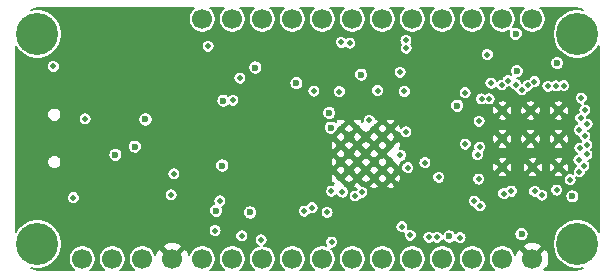
<source format=gbr>
G04 #@! TF.GenerationSoftware,KiCad,Pcbnew,(5.1.2)-1*
G04 #@! TF.CreationDate,2019-07-17T10:41:17+10:00*
G04 #@! TF.ProjectId,iCE40-fpga,69434534-302d-4667-9067-612e6b696361,rev?*
G04 #@! TF.SameCoordinates,Original*
G04 #@! TF.FileFunction,Copper,L2,Inr*
G04 #@! TF.FilePolarity,Positive*
%FSLAX46Y46*%
G04 Gerber Fmt 4.6, Leading zero omitted, Abs format (unit mm)*
G04 Created by KiCad (PCBNEW (5.1.2)-1) date 2019-07-17 10:41:17*
%MOMM*%
%LPD*%
G04 APERTURE LIST*
%ADD10C,0.500000*%
%ADD11C,1.700000*%
%ADD12C,3.556000*%
%ADD13C,0.600000*%
%ADD14C,0.150000*%
%ADD15C,0.200000*%
G04 APERTURE END LIST*
D10*
X70400000Y-36250000D03*
X72600000Y-36250000D03*
X67800000Y-31450000D03*
X70200000Y-33850000D03*
X67800000Y-33850000D03*
X72600000Y-31450000D03*
X67800000Y-36250000D03*
X70200000Y-31450000D03*
X72600000Y-33850000D03*
D11*
X34780000Y-44015001D03*
X37320000Y-44015001D03*
X39860000Y-44015001D03*
X42400000Y-44015001D03*
X44940000Y-44015001D03*
X47480000Y-44015001D03*
X50020000Y-44015001D03*
X52560000Y-44015001D03*
X55100000Y-44015001D03*
X57640000Y-44015001D03*
X60180000Y-44015001D03*
X62720000Y-44015001D03*
X65260000Y-44015001D03*
X67800000Y-44015001D03*
X32240000Y-44015001D03*
X70340000Y-44015001D03*
X42400000Y-23695001D03*
X44940000Y-23695001D03*
X47480000Y-23695001D03*
X50020000Y-23695001D03*
X52560000Y-23695001D03*
X55100000Y-23695001D03*
X57640000Y-23695001D03*
X60180000Y-23695001D03*
X62720000Y-23695001D03*
X65260000Y-23695001D03*
X67800000Y-23695001D03*
X70340000Y-23695001D03*
D12*
X28430000Y-24965001D03*
X74150000Y-24965001D03*
X28430000Y-42745001D03*
X74150000Y-42745001D03*
D10*
X58350000Y-37200000D03*
X56950000Y-37200000D03*
X55550000Y-37200000D03*
X54150000Y-37200000D03*
X58350000Y-35800000D03*
X56950000Y-35800000D03*
X55550000Y-35800000D03*
X54150000Y-35800000D03*
X58350000Y-34400000D03*
X56950000Y-34400000D03*
X55550000Y-34400000D03*
X54150000Y-34400000D03*
X58350000Y-33000000D03*
X56950000Y-33000000D03*
X55550000Y-33000000D03*
X54150000Y-33000000D03*
D13*
X36700000Y-34500000D03*
X50375000Y-29125000D03*
X55850000Y-28400000D03*
X46450000Y-40074990D03*
X44099998Y-36100000D03*
X43575736Y-39925728D03*
X63980630Y-31034596D03*
D10*
X59525895Y-29830530D03*
X62425021Y-37102068D03*
X59301946Y-41280808D03*
D13*
X72450000Y-27418396D03*
D10*
X29802519Y-27708305D03*
D13*
X63300000Y-42100000D03*
X68950000Y-24949956D03*
X73745509Y-38706056D03*
D10*
X54184485Y-25666596D03*
D13*
X44200000Y-30600000D03*
X35050000Y-35200000D03*
X46900000Y-27800000D03*
X69437746Y-41909958D03*
X69049996Y-28100000D03*
X53150000Y-31650000D03*
X53300000Y-32900000D03*
D10*
X32500000Y-32150000D03*
X31500000Y-38824980D03*
X55358147Y-38678318D03*
X43500000Y-41600000D03*
X60021767Y-42006467D03*
X69963062Y-29303891D03*
X40000000Y-36800000D03*
X45000000Y-30575000D03*
X39775000Y-38575000D03*
X55925734Y-38361520D03*
X59650000Y-33250000D03*
X59189123Y-35239111D03*
X43900000Y-39100000D03*
X69450010Y-29703007D03*
X51050000Y-39950000D03*
X74384037Y-34625010D03*
X53360122Y-42588356D03*
X74974979Y-35158470D03*
X64250000Y-42200000D03*
X74293418Y-35615698D03*
X51850000Y-29800000D03*
X54015373Y-29834627D03*
X59170251Y-28205620D03*
X53329903Y-38274979D03*
X64655963Y-29928664D03*
X57250000Y-29750000D03*
X54280012Y-38350022D03*
X59639521Y-25509248D03*
X65858783Y-32349978D03*
X54899946Y-25734604D03*
X52971075Y-40067111D03*
X65900471Y-34542682D03*
X51706783Y-39664984D03*
X66051650Y-30445117D03*
X56549998Y-32275010D03*
X64674990Y-34285883D03*
X72409936Y-38189519D03*
X63050000Y-29000000D03*
X63075000Y-25500000D03*
X30000000Y-30700000D03*
X27750000Y-29850000D03*
X27750000Y-32650000D03*
X27750000Y-34950000D03*
X27700000Y-37750000D03*
X30000000Y-36950000D03*
X47250000Y-33000000D03*
D13*
X47250000Y-36100000D03*
D10*
X52612528Y-36299990D03*
X52562528Y-37400010D03*
X52700000Y-35599994D03*
D13*
X38400000Y-36000000D03*
D10*
X37150000Y-41400000D03*
D13*
X31500000Y-35100000D03*
X37600000Y-32200012D03*
D10*
X48000000Y-40100000D03*
D13*
X41850000Y-36949980D03*
D10*
X40500000Y-39950000D03*
D13*
X41150000Y-30500000D03*
X44300000Y-33100000D03*
X45200000Y-33050000D03*
D10*
X51025000Y-25400000D03*
X52362524Y-27779741D03*
X62375000Y-31625000D03*
X75080214Y-27959153D03*
X52704173Y-38098977D03*
X56599727Y-38374913D03*
X36500000Y-23500000D03*
X36500000Y-26000000D03*
X31000000Y-23500000D03*
X31000000Y-26000000D03*
X33500000Y-28500000D03*
X40000000Y-28500000D03*
X52600000Y-33400000D03*
X61400000Y-31844496D03*
X59934249Y-28834906D03*
X32312500Y-40887500D03*
X63198848Y-35075010D03*
X59950000Y-37749923D03*
X62375021Y-37800291D03*
X56300000Y-42100000D03*
X50320287Y-39307946D03*
X44150000Y-25650000D03*
X58949410Y-31480552D03*
X51046016Y-31475010D03*
X46900000Y-30800000D03*
X48224977Y-25594033D03*
X70096716Y-25727113D03*
X68400000Y-27000000D03*
X65000000Y-36100000D03*
X66886077Y-39004197D03*
X75400000Y-39500006D03*
X70900018Y-41700000D03*
D13*
X58052412Y-29099953D03*
D10*
X35600000Y-32600000D03*
X74800000Y-31399982D03*
X42900000Y-26000000D03*
X45593406Y-28693406D03*
X61260348Y-35852825D03*
X65711846Y-35164723D03*
X59800000Y-36275000D03*
X65800000Y-37250000D03*
X68584987Y-38276574D03*
X67928604Y-38467442D03*
X65939487Y-39524891D03*
X65439844Y-39109127D03*
X70550010Y-38291623D03*
X73559720Y-37297565D03*
X71150000Y-38599968D03*
X74334585Y-36620035D03*
X74500000Y-30400000D03*
X72999990Y-29338776D03*
X72333643Y-29359020D03*
X71668470Y-29389858D03*
X70534491Y-28994079D03*
X68940160Y-29239501D03*
X68290121Y-28907345D03*
X67757533Y-29279990D03*
X66850000Y-29124979D03*
X74343941Y-33092426D03*
X74800000Y-33600000D03*
X74725867Y-36100984D03*
X62300000Y-42174990D03*
X47400000Y-42400000D03*
X61602628Y-42174990D03*
X45750000Y-42050000D03*
X59671331Y-26158481D03*
X66549994Y-26700000D03*
X74974979Y-34350000D03*
X74450000Y-32100000D03*
X75000000Y-32600000D03*
X66701653Y-30448406D03*
D14*
X65300000Y-44050000D02*
X65600000Y-44050000D01*
D15*
G36*
X41666918Y-22801738D02*
G01*
X41506737Y-22961919D01*
X41380884Y-23150272D01*
X41294194Y-23359558D01*
X41250000Y-23581736D01*
X41250000Y-23808266D01*
X41294194Y-24030444D01*
X41380884Y-24239730D01*
X41506737Y-24428083D01*
X41666918Y-24588264D01*
X41855271Y-24714117D01*
X42064557Y-24800807D01*
X42286735Y-24845001D01*
X42513265Y-24845001D01*
X42735443Y-24800807D01*
X42944729Y-24714117D01*
X43133082Y-24588264D01*
X43293263Y-24428083D01*
X43419116Y-24239730D01*
X43505806Y-24030444D01*
X43550000Y-23808266D01*
X43550000Y-23581736D01*
X43505806Y-23359558D01*
X43419116Y-23150272D01*
X43293263Y-22961919D01*
X43133082Y-22801738D01*
X43055652Y-22750001D01*
X44284348Y-22750001D01*
X44206918Y-22801738D01*
X44046737Y-22961919D01*
X43920884Y-23150272D01*
X43834194Y-23359558D01*
X43790000Y-23581736D01*
X43790000Y-23808266D01*
X43834194Y-24030444D01*
X43920884Y-24239730D01*
X44046737Y-24428083D01*
X44206918Y-24588264D01*
X44395271Y-24714117D01*
X44604557Y-24800807D01*
X44826735Y-24845001D01*
X45053265Y-24845001D01*
X45275443Y-24800807D01*
X45484729Y-24714117D01*
X45673082Y-24588264D01*
X45833263Y-24428083D01*
X45959116Y-24239730D01*
X46045806Y-24030444D01*
X46090000Y-23808266D01*
X46090000Y-23581736D01*
X46045806Y-23359558D01*
X45959116Y-23150272D01*
X45833263Y-22961919D01*
X45673082Y-22801738D01*
X45595652Y-22750001D01*
X46824348Y-22750001D01*
X46746918Y-22801738D01*
X46586737Y-22961919D01*
X46460884Y-23150272D01*
X46374194Y-23359558D01*
X46330000Y-23581736D01*
X46330000Y-23808266D01*
X46374194Y-24030444D01*
X46460884Y-24239730D01*
X46586737Y-24428083D01*
X46746918Y-24588264D01*
X46935271Y-24714117D01*
X47144557Y-24800807D01*
X47366735Y-24845001D01*
X47593265Y-24845001D01*
X47815443Y-24800807D01*
X48024729Y-24714117D01*
X48213082Y-24588264D01*
X48373263Y-24428083D01*
X48499116Y-24239730D01*
X48585806Y-24030444D01*
X48630000Y-23808266D01*
X48630000Y-23581736D01*
X48585806Y-23359558D01*
X48499116Y-23150272D01*
X48373263Y-22961919D01*
X48213082Y-22801738D01*
X48135652Y-22750001D01*
X49364348Y-22750001D01*
X49286918Y-22801738D01*
X49126737Y-22961919D01*
X49000884Y-23150272D01*
X48914194Y-23359558D01*
X48870000Y-23581736D01*
X48870000Y-23808266D01*
X48914194Y-24030444D01*
X49000884Y-24239730D01*
X49126737Y-24428083D01*
X49286918Y-24588264D01*
X49475271Y-24714117D01*
X49684557Y-24800807D01*
X49906735Y-24845001D01*
X50133265Y-24845001D01*
X50355443Y-24800807D01*
X50564729Y-24714117D01*
X50753082Y-24588264D01*
X50913263Y-24428083D01*
X51039116Y-24239730D01*
X51125806Y-24030444D01*
X51170000Y-23808266D01*
X51170000Y-23581736D01*
X51125806Y-23359558D01*
X51039116Y-23150272D01*
X50913263Y-22961919D01*
X50753082Y-22801738D01*
X50675652Y-22750001D01*
X51904348Y-22750001D01*
X51826918Y-22801738D01*
X51666737Y-22961919D01*
X51540884Y-23150272D01*
X51454194Y-23359558D01*
X51410000Y-23581736D01*
X51410000Y-23808266D01*
X51454194Y-24030444D01*
X51540884Y-24239730D01*
X51666737Y-24428083D01*
X51826918Y-24588264D01*
X52015271Y-24714117D01*
X52224557Y-24800807D01*
X52446735Y-24845001D01*
X52673265Y-24845001D01*
X52895443Y-24800807D01*
X53104729Y-24714117D01*
X53293082Y-24588264D01*
X53453263Y-24428083D01*
X53579116Y-24239730D01*
X53665806Y-24030444D01*
X53710000Y-23808266D01*
X53710000Y-23581736D01*
X53665806Y-23359558D01*
X53579116Y-23150272D01*
X53453263Y-22961919D01*
X53293082Y-22801738D01*
X53215652Y-22750001D01*
X54444348Y-22750001D01*
X54366918Y-22801738D01*
X54206737Y-22961919D01*
X54080884Y-23150272D01*
X53994194Y-23359558D01*
X53950000Y-23581736D01*
X53950000Y-23808266D01*
X53994194Y-24030444D01*
X54080884Y-24239730D01*
X54206737Y-24428083D01*
X54366918Y-24588264D01*
X54555271Y-24714117D01*
X54764557Y-24800807D01*
X54986735Y-24845001D01*
X55213265Y-24845001D01*
X55435443Y-24800807D01*
X55644729Y-24714117D01*
X55833082Y-24588264D01*
X55993263Y-24428083D01*
X56119116Y-24239730D01*
X56205806Y-24030444D01*
X56250000Y-23808266D01*
X56250000Y-23581736D01*
X56205806Y-23359558D01*
X56119116Y-23150272D01*
X55993263Y-22961919D01*
X55833082Y-22801738D01*
X55755652Y-22750001D01*
X56984348Y-22750001D01*
X56906918Y-22801738D01*
X56746737Y-22961919D01*
X56620884Y-23150272D01*
X56534194Y-23359558D01*
X56490000Y-23581736D01*
X56490000Y-23808266D01*
X56534194Y-24030444D01*
X56620884Y-24239730D01*
X56746737Y-24428083D01*
X56906918Y-24588264D01*
X57095271Y-24714117D01*
X57304557Y-24800807D01*
X57526735Y-24845001D01*
X57753265Y-24845001D01*
X57975443Y-24800807D01*
X58184729Y-24714117D01*
X58373082Y-24588264D01*
X58533263Y-24428083D01*
X58659116Y-24239730D01*
X58745806Y-24030444D01*
X58790000Y-23808266D01*
X58790000Y-23581736D01*
X58745806Y-23359558D01*
X58659116Y-23150272D01*
X58533263Y-22961919D01*
X58373082Y-22801738D01*
X58295652Y-22750001D01*
X59524348Y-22750001D01*
X59446918Y-22801738D01*
X59286737Y-22961919D01*
X59160884Y-23150272D01*
X59074194Y-23359558D01*
X59030000Y-23581736D01*
X59030000Y-23808266D01*
X59074194Y-24030444D01*
X59160884Y-24239730D01*
X59286737Y-24428083D01*
X59446918Y-24588264D01*
X59635271Y-24714117D01*
X59844557Y-24800807D01*
X60066735Y-24845001D01*
X60293265Y-24845001D01*
X60515443Y-24800807D01*
X60724729Y-24714117D01*
X60913082Y-24588264D01*
X61073263Y-24428083D01*
X61199116Y-24239730D01*
X61285806Y-24030444D01*
X61330000Y-23808266D01*
X61330000Y-23581736D01*
X61285806Y-23359558D01*
X61199116Y-23150272D01*
X61073263Y-22961919D01*
X60913082Y-22801738D01*
X60835652Y-22750001D01*
X62064348Y-22750001D01*
X61986918Y-22801738D01*
X61826737Y-22961919D01*
X61700884Y-23150272D01*
X61614194Y-23359558D01*
X61570000Y-23581736D01*
X61570000Y-23808266D01*
X61614194Y-24030444D01*
X61700884Y-24239730D01*
X61826737Y-24428083D01*
X61986918Y-24588264D01*
X62175271Y-24714117D01*
X62384557Y-24800807D01*
X62606735Y-24845001D01*
X62833265Y-24845001D01*
X63055443Y-24800807D01*
X63264729Y-24714117D01*
X63453082Y-24588264D01*
X63613263Y-24428083D01*
X63739116Y-24239730D01*
X63825806Y-24030444D01*
X63870000Y-23808266D01*
X63870000Y-23581736D01*
X63825806Y-23359558D01*
X63739116Y-23150272D01*
X63613263Y-22961919D01*
X63453082Y-22801738D01*
X63375652Y-22750001D01*
X64604348Y-22750001D01*
X64526918Y-22801738D01*
X64366737Y-22961919D01*
X64240884Y-23150272D01*
X64154194Y-23359558D01*
X64110000Y-23581736D01*
X64110000Y-23808266D01*
X64154194Y-24030444D01*
X64240884Y-24239730D01*
X64366737Y-24428083D01*
X64526918Y-24588264D01*
X64715271Y-24714117D01*
X64924557Y-24800807D01*
X65146735Y-24845001D01*
X65373265Y-24845001D01*
X65595443Y-24800807D01*
X65804729Y-24714117D01*
X65993082Y-24588264D01*
X66153263Y-24428083D01*
X66279116Y-24239730D01*
X66365806Y-24030444D01*
X66410000Y-23808266D01*
X66410000Y-23581736D01*
X66365806Y-23359558D01*
X66279116Y-23150272D01*
X66153263Y-22961919D01*
X65993082Y-22801738D01*
X65915652Y-22750001D01*
X67144348Y-22750001D01*
X67066918Y-22801738D01*
X66906737Y-22961919D01*
X66780884Y-23150272D01*
X66694194Y-23359558D01*
X66650000Y-23581736D01*
X66650000Y-23808266D01*
X66694194Y-24030444D01*
X66780884Y-24239730D01*
X66906737Y-24428083D01*
X67066918Y-24588264D01*
X67255271Y-24714117D01*
X67464557Y-24800807D01*
X67686735Y-24845001D01*
X67913265Y-24845001D01*
X68135443Y-24800807D01*
X68344729Y-24714117D01*
X68419231Y-24664337D01*
X68418287Y-24665749D01*
X68373058Y-24774942D01*
X68350000Y-24890861D01*
X68350000Y-25009051D01*
X68373058Y-25124970D01*
X68418287Y-25234163D01*
X68483950Y-25332434D01*
X68567522Y-25416006D01*
X68665793Y-25481669D01*
X68774986Y-25526898D01*
X68890905Y-25549956D01*
X69009095Y-25549956D01*
X69125014Y-25526898D01*
X69234207Y-25481669D01*
X69332478Y-25416006D01*
X69416050Y-25332434D01*
X69481713Y-25234163D01*
X69526942Y-25124970D01*
X69550000Y-25009051D01*
X69550000Y-24890861D01*
X69526942Y-24774942D01*
X69481713Y-24665749D01*
X69416050Y-24567478D01*
X69332478Y-24483906D01*
X69234207Y-24418243D01*
X69125014Y-24373014D01*
X69009095Y-24349956D01*
X68890905Y-24349956D01*
X68774986Y-24373014D01*
X68712866Y-24398745D01*
X68819116Y-24239730D01*
X68905806Y-24030444D01*
X68950000Y-23808266D01*
X68950000Y-23581736D01*
X68905806Y-23359558D01*
X68819116Y-23150272D01*
X68693263Y-22961919D01*
X68533082Y-22801738D01*
X68455652Y-22750001D01*
X69684348Y-22750001D01*
X69606918Y-22801738D01*
X69446737Y-22961919D01*
X69320884Y-23150272D01*
X69234194Y-23359558D01*
X69190000Y-23581736D01*
X69190000Y-23808266D01*
X69234194Y-24030444D01*
X69320884Y-24239730D01*
X69446737Y-24428083D01*
X69606918Y-24588264D01*
X69795271Y-24714117D01*
X70004557Y-24800807D01*
X70226735Y-24845001D01*
X70453265Y-24845001D01*
X70675443Y-24800807D01*
X70884729Y-24714117D01*
X71073082Y-24588264D01*
X71233263Y-24428083D01*
X71359116Y-24239730D01*
X71445806Y-24030444D01*
X71490000Y-23808266D01*
X71490000Y-23581736D01*
X71445806Y-23359558D01*
X71359116Y-23150272D01*
X71233263Y-22961919D01*
X71073082Y-22801738D01*
X70995652Y-22750001D01*
X73727703Y-22750001D01*
X74173526Y-22793714D01*
X74587078Y-22918573D01*
X74631122Y-22941992D01*
X74354665Y-22887001D01*
X73945335Y-22887001D01*
X73543870Y-22966857D01*
X73165698Y-23123501D01*
X72825352Y-23350913D01*
X72535912Y-23640353D01*
X72308500Y-23980699D01*
X72151856Y-24358871D01*
X72072000Y-24760336D01*
X72072000Y-25169666D01*
X72151856Y-25571131D01*
X72308500Y-25949303D01*
X72535912Y-26289649D01*
X72825352Y-26579089D01*
X73165698Y-26806501D01*
X73543870Y-26963145D01*
X73945335Y-27043001D01*
X74354665Y-27043001D01*
X74756130Y-26963145D01*
X75134302Y-26806501D01*
X75474648Y-26579089D01*
X75764088Y-26289649D01*
X75958573Y-25998581D01*
X75958161Y-41710803D01*
X75764088Y-41420353D01*
X75474648Y-41130913D01*
X75134302Y-40903501D01*
X74756130Y-40746857D01*
X74354665Y-40667001D01*
X73945335Y-40667001D01*
X73543870Y-40746857D01*
X73165698Y-40903501D01*
X72825352Y-41130913D01*
X72535912Y-41420353D01*
X72308500Y-41760699D01*
X72151856Y-42138871D01*
X72072000Y-42540336D01*
X72072000Y-42949666D01*
X72151856Y-43351131D01*
X72308500Y-43729303D01*
X72535912Y-44069649D01*
X72825352Y-44359089D01*
X73165698Y-44586501D01*
X73543870Y-44743145D01*
X73945335Y-44823001D01*
X74354665Y-44823001D01*
X74624505Y-44769327D01*
X74562009Y-44801583D01*
X74146007Y-44921656D01*
X73728696Y-44960001D01*
X71466216Y-44960001D01*
X71484504Y-44941713D01*
X71370959Y-44828168D01*
X71609207Y-44746780D01*
X71727583Y-44485110D01*
X71792634Y-44205373D01*
X71801862Y-43918320D01*
X71754911Y-43634983D01*
X71653587Y-43366249D01*
X71609207Y-43283222D01*
X71370957Y-43201833D01*
X70557789Y-44015001D01*
X70571931Y-44029143D01*
X70354142Y-44246932D01*
X70340000Y-44232790D01*
X70325858Y-44246932D01*
X70108069Y-44029143D01*
X70122211Y-44015001D01*
X69309043Y-43201833D01*
X69070793Y-43283222D01*
X68952417Y-43544892D01*
X68912858Y-43715008D01*
X68905806Y-43679558D01*
X68819116Y-43470272D01*
X68693263Y-43281919D01*
X68533082Y-43121738D01*
X68344729Y-42995885D01*
X68316143Y-42984044D01*
X69526832Y-42984044D01*
X70340000Y-43797212D01*
X71153168Y-42984044D01*
X71071779Y-42745794D01*
X70810109Y-42627418D01*
X70530372Y-42562367D01*
X70243319Y-42553139D01*
X69959982Y-42600090D01*
X69691248Y-42701414D01*
X69608221Y-42745794D01*
X69526832Y-42984044D01*
X68316143Y-42984044D01*
X68135443Y-42909195D01*
X67913265Y-42865001D01*
X67686735Y-42865001D01*
X67464557Y-42909195D01*
X67255271Y-42995885D01*
X67066918Y-43121738D01*
X66906737Y-43281919D01*
X66780884Y-43470272D01*
X66694194Y-43679558D01*
X66650000Y-43901736D01*
X66650000Y-44128266D01*
X66694194Y-44350444D01*
X66780884Y-44559730D01*
X66906737Y-44748083D01*
X67066918Y-44908264D01*
X67144348Y-44960001D01*
X65915652Y-44960001D01*
X65993082Y-44908264D01*
X66153263Y-44748083D01*
X66279116Y-44559730D01*
X66365806Y-44350444D01*
X66410000Y-44128266D01*
X66410000Y-43901736D01*
X66365806Y-43679558D01*
X66279116Y-43470272D01*
X66153263Y-43281919D01*
X65993082Y-43121738D01*
X65804729Y-42995885D01*
X65595443Y-42909195D01*
X65373265Y-42865001D01*
X65146735Y-42865001D01*
X64924557Y-42909195D01*
X64715271Y-42995885D01*
X64526918Y-43121738D01*
X64366737Y-43281919D01*
X64240884Y-43470272D01*
X64154194Y-43679558D01*
X64110000Y-43901736D01*
X64110000Y-44128266D01*
X64154194Y-44350444D01*
X64240884Y-44559730D01*
X64366737Y-44748083D01*
X64526918Y-44908264D01*
X64604348Y-44960001D01*
X63375652Y-44960001D01*
X63453082Y-44908264D01*
X63613263Y-44748083D01*
X63739116Y-44559730D01*
X63825806Y-44350444D01*
X63870000Y-44128266D01*
X63870000Y-43901736D01*
X63825806Y-43679558D01*
X63739116Y-43470272D01*
X63613263Y-43281919D01*
X63453082Y-43121738D01*
X63264729Y-42995885D01*
X63055443Y-42909195D01*
X62833265Y-42865001D01*
X62606735Y-42865001D01*
X62384557Y-42909195D01*
X62175271Y-42995885D01*
X61986918Y-43121738D01*
X61826737Y-43281919D01*
X61700884Y-43470272D01*
X61614194Y-43679558D01*
X61570000Y-43901736D01*
X61570000Y-44128266D01*
X61614194Y-44350444D01*
X61700884Y-44559730D01*
X61826737Y-44748083D01*
X61986918Y-44908264D01*
X62064348Y-44960001D01*
X60835652Y-44960001D01*
X60913082Y-44908264D01*
X61073263Y-44748083D01*
X61199116Y-44559730D01*
X61285806Y-44350444D01*
X61330000Y-44128266D01*
X61330000Y-43901736D01*
X61285806Y-43679558D01*
X61199116Y-43470272D01*
X61073263Y-43281919D01*
X60913082Y-43121738D01*
X60724729Y-42995885D01*
X60515443Y-42909195D01*
X60293265Y-42865001D01*
X60066735Y-42865001D01*
X59844557Y-42909195D01*
X59635271Y-42995885D01*
X59446918Y-43121738D01*
X59286737Y-43281919D01*
X59160884Y-43470272D01*
X59074194Y-43679558D01*
X59030000Y-43901736D01*
X59030000Y-44128266D01*
X59074194Y-44350444D01*
X59160884Y-44559730D01*
X59286737Y-44748083D01*
X59446918Y-44908264D01*
X59524348Y-44960001D01*
X58295652Y-44960001D01*
X58373082Y-44908264D01*
X58533263Y-44748083D01*
X58659116Y-44559730D01*
X58745806Y-44350444D01*
X58790000Y-44128266D01*
X58790000Y-43901736D01*
X58745806Y-43679558D01*
X58659116Y-43470272D01*
X58533263Y-43281919D01*
X58373082Y-43121738D01*
X58184729Y-42995885D01*
X57975443Y-42909195D01*
X57753265Y-42865001D01*
X57526735Y-42865001D01*
X57304557Y-42909195D01*
X57095271Y-42995885D01*
X56906918Y-43121738D01*
X56746737Y-43281919D01*
X56620884Y-43470272D01*
X56534194Y-43679558D01*
X56490000Y-43901736D01*
X56490000Y-44128266D01*
X56534194Y-44350444D01*
X56620884Y-44559730D01*
X56746737Y-44748083D01*
X56906918Y-44908264D01*
X56984348Y-44960001D01*
X55755652Y-44960001D01*
X55833082Y-44908264D01*
X55993263Y-44748083D01*
X56119116Y-44559730D01*
X56205806Y-44350444D01*
X56250000Y-44128266D01*
X56250000Y-43901736D01*
X56205806Y-43679558D01*
X56119116Y-43470272D01*
X55993263Y-43281919D01*
X55833082Y-43121738D01*
X55644729Y-42995885D01*
X55435443Y-42909195D01*
X55213265Y-42865001D01*
X54986735Y-42865001D01*
X54764557Y-42909195D01*
X54555271Y-42995885D01*
X54366918Y-43121738D01*
X54206737Y-43281919D01*
X54080884Y-43470272D01*
X53994194Y-43679558D01*
X53950000Y-43901736D01*
X53950000Y-44128266D01*
X53994194Y-44350444D01*
X54080884Y-44559730D01*
X54206737Y-44748083D01*
X54366918Y-44908264D01*
X54444348Y-44960001D01*
X53215652Y-44960001D01*
X53293082Y-44908264D01*
X53453263Y-44748083D01*
X53579116Y-44559730D01*
X53665806Y-44350444D01*
X53710000Y-44128266D01*
X53710000Y-43901736D01*
X53665806Y-43679558D01*
X53579116Y-43470272D01*
X53453263Y-43281919D01*
X53309700Y-43138356D01*
X53414292Y-43138356D01*
X53520551Y-43117220D01*
X53620645Y-43075759D01*
X53710726Y-43015569D01*
X53787335Y-42938960D01*
X53847525Y-42848879D01*
X53888986Y-42748785D01*
X53910122Y-42642526D01*
X53910122Y-42534186D01*
X53888986Y-42427927D01*
X53847525Y-42327833D01*
X53787335Y-42237752D01*
X53710726Y-42161143D01*
X53620645Y-42100953D01*
X53520551Y-42059492D01*
X53414292Y-42038356D01*
X53305952Y-42038356D01*
X53199693Y-42059492D01*
X53099599Y-42100953D01*
X53009518Y-42161143D01*
X52932909Y-42237752D01*
X52872719Y-42327833D01*
X52831258Y-42427927D01*
X52810122Y-42534186D01*
X52810122Y-42642526D01*
X52831258Y-42748785D01*
X52872719Y-42848879D01*
X52919748Y-42919262D01*
X52895443Y-42909195D01*
X52673265Y-42865001D01*
X52446735Y-42865001D01*
X52224557Y-42909195D01*
X52015271Y-42995885D01*
X51826918Y-43121738D01*
X51666737Y-43281919D01*
X51540884Y-43470272D01*
X51454194Y-43679558D01*
X51410000Y-43901736D01*
X51410000Y-44128266D01*
X51454194Y-44350444D01*
X51540884Y-44559730D01*
X51666737Y-44748083D01*
X51826918Y-44908264D01*
X51904348Y-44960001D01*
X50675652Y-44960001D01*
X50753082Y-44908264D01*
X50913263Y-44748083D01*
X51039116Y-44559730D01*
X51125806Y-44350444D01*
X51170000Y-44128266D01*
X51170000Y-43901736D01*
X51125806Y-43679558D01*
X51039116Y-43470272D01*
X50913263Y-43281919D01*
X50753082Y-43121738D01*
X50564729Y-42995885D01*
X50355443Y-42909195D01*
X50133265Y-42865001D01*
X49906735Y-42865001D01*
X49684557Y-42909195D01*
X49475271Y-42995885D01*
X49286918Y-43121738D01*
X49126737Y-43281919D01*
X49000884Y-43470272D01*
X48914194Y-43679558D01*
X48870000Y-43901736D01*
X48870000Y-44128266D01*
X48914194Y-44350444D01*
X49000884Y-44559730D01*
X49126737Y-44748083D01*
X49286918Y-44908264D01*
X49364348Y-44960001D01*
X48135652Y-44960001D01*
X48213082Y-44908264D01*
X48373263Y-44748083D01*
X48499116Y-44559730D01*
X48585806Y-44350444D01*
X48630000Y-44128266D01*
X48630000Y-43901736D01*
X48585806Y-43679558D01*
X48499116Y-43470272D01*
X48373263Y-43281919D01*
X48213082Y-43121738D01*
X48024729Y-42995885D01*
X47815443Y-42909195D01*
X47670930Y-42880449D01*
X47750604Y-42827213D01*
X47827213Y-42750604D01*
X47887403Y-42660523D01*
X47928864Y-42560429D01*
X47950000Y-42454170D01*
X47950000Y-42345830D01*
X47928864Y-42239571D01*
X47887403Y-42139477D01*
X47827213Y-42049396D01*
X47750604Y-41972787D01*
X47660523Y-41912597D01*
X47560429Y-41871136D01*
X47454170Y-41850000D01*
X47345830Y-41850000D01*
X47239571Y-41871136D01*
X47139477Y-41912597D01*
X47049396Y-41972787D01*
X46972787Y-42049396D01*
X46912597Y-42139477D01*
X46871136Y-42239571D01*
X46850000Y-42345830D01*
X46850000Y-42454170D01*
X46871136Y-42560429D01*
X46912597Y-42660523D01*
X46972787Y-42750604D01*
X47049396Y-42827213D01*
X47139477Y-42887403D01*
X47176667Y-42902808D01*
X47144557Y-42909195D01*
X46935271Y-42995885D01*
X46746918Y-43121738D01*
X46586737Y-43281919D01*
X46460884Y-43470272D01*
X46374194Y-43679558D01*
X46330000Y-43901736D01*
X46330000Y-44128266D01*
X46374194Y-44350444D01*
X46460884Y-44559730D01*
X46586737Y-44748083D01*
X46746918Y-44908264D01*
X46824348Y-44960001D01*
X45595652Y-44960001D01*
X45673082Y-44908264D01*
X45833263Y-44748083D01*
X45959116Y-44559730D01*
X46045806Y-44350444D01*
X46090000Y-44128266D01*
X46090000Y-43901736D01*
X46045806Y-43679558D01*
X45959116Y-43470272D01*
X45833263Y-43281919D01*
X45673082Y-43121738D01*
X45484729Y-42995885D01*
X45275443Y-42909195D01*
X45053265Y-42865001D01*
X44826735Y-42865001D01*
X44604557Y-42909195D01*
X44395271Y-42995885D01*
X44206918Y-43121738D01*
X44046737Y-43281919D01*
X43920884Y-43470272D01*
X43834194Y-43679558D01*
X43790000Y-43901736D01*
X43790000Y-44128266D01*
X43834194Y-44350444D01*
X43920884Y-44559730D01*
X44046737Y-44748083D01*
X44206918Y-44908264D01*
X44284348Y-44960001D01*
X43055652Y-44960001D01*
X43133082Y-44908264D01*
X43293263Y-44748083D01*
X43419116Y-44559730D01*
X43505806Y-44350444D01*
X43550000Y-44128266D01*
X43550000Y-43901736D01*
X43505806Y-43679558D01*
X43419116Y-43470272D01*
X43293263Y-43281919D01*
X43133082Y-43121738D01*
X42944729Y-42995885D01*
X42735443Y-42909195D01*
X42513265Y-42865001D01*
X42286735Y-42865001D01*
X42064557Y-42909195D01*
X41855271Y-42995885D01*
X41666918Y-43121738D01*
X41506737Y-43281919D01*
X41380884Y-43470272D01*
X41294194Y-43679558D01*
X41287704Y-43712185D01*
X41274911Y-43634983D01*
X41173587Y-43366249D01*
X41129207Y-43283222D01*
X40890957Y-43201833D01*
X40077789Y-44015001D01*
X40091931Y-44029143D01*
X39874142Y-44246932D01*
X39860000Y-44232790D01*
X39845858Y-44246932D01*
X39628069Y-44029143D01*
X39642211Y-44015001D01*
X38829043Y-43201833D01*
X38590793Y-43283222D01*
X38472417Y-43544892D01*
X38432858Y-43715008D01*
X38425806Y-43679558D01*
X38339116Y-43470272D01*
X38213263Y-43281919D01*
X38053082Y-43121738D01*
X37864729Y-42995885D01*
X37836143Y-42984044D01*
X39046832Y-42984044D01*
X39860000Y-43797212D01*
X40673168Y-42984044D01*
X40591779Y-42745794D01*
X40330109Y-42627418D01*
X40050372Y-42562367D01*
X39763319Y-42553139D01*
X39479982Y-42600090D01*
X39211248Y-42701414D01*
X39128221Y-42745794D01*
X39046832Y-42984044D01*
X37836143Y-42984044D01*
X37655443Y-42909195D01*
X37433265Y-42865001D01*
X37206735Y-42865001D01*
X36984557Y-42909195D01*
X36775271Y-42995885D01*
X36586918Y-43121738D01*
X36426737Y-43281919D01*
X36300884Y-43470272D01*
X36214194Y-43679558D01*
X36170000Y-43901736D01*
X36170000Y-44128266D01*
X36214194Y-44350444D01*
X36300884Y-44559730D01*
X36426737Y-44748083D01*
X36586918Y-44908264D01*
X36664348Y-44960001D01*
X35435652Y-44960001D01*
X35513082Y-44908264D01*
X35673263Y-44748083D01*
X35799116Y-44559730D01*
X35885806Y-44350444D01*
X35930000Y-44128266D01*
X35930000Y-43901736D01*
X35885806Y-43679558D01*
X35799116Y-43470272D01*
X35673263Y-43281919D01*
X35513082Y-43121738D01*
X35324729Y-42995885D01*
X35115443Y-42909195D01*
X34893265Y-42865001D01*
X34666735Y-42865001D01*
X34444557Y-42909195D01*
X34235271Y-42995885D01*
X34046918Y-43121738D01*
X33886737Y-43281919D01*
X33760884Y-43470272D01*
X33674194Y-43679558D01*
X33630000Y-43901736D01*
X33630000Y-44128266D01*
X33674194Y-44350444D01*
X33760884Y-44559730D01*
X33886737Y-44748083D01*
X34046918Y-44908264D01*
X34124348Y-44960001D01*
X32895652Y-44960001D01*
X32973082Y-44908264D01*
X33133263Y-44748083D01*
X33259116Y-44559730D01*
X33345806Y-44350444D01*
X33390000Y-44128266D01*
X33390000Y-43901736D01*
X33345806Y-43679558D01*
X33259116Y-43470272D01*
X33133263Y-43281919D01*
X32973082Y-43121738D01*
X32784729Y-42995885D01*
X32575443Y-42909195D01*
X32353265Y-42865001D01*
X32126735Y-42865001D01*
X31904557Y-42909195D01*
X31695271Y-42995885D01*
X31506918Y-43121738D01*
X31346737Y-43281919D01*
X31220884Y-43470272D01*
X31134194Y-43679558D01*
X31090000Y-43901736D01*
X31090000Y-44128266D01*
X31134194Y-44350444D01*
X31220884Y-44559730D01*
X31346737Y-44748083D01*
X31506918Y-44908264D01*
X31584348Y-44960001D01*
X28852297Y-44960001D01*
X28406475Y-44916288D01*
X27992922Y-44791429D01*
X27948877Y-44768010D01*
X28225335Y-44823001D01*
X28634665Y-44823001D01*
X29036130Y-44743145D01*
X29414302Y-44586501D01*
X29754648Y-44359089D01*
X30044088Y-44069649D01*
X30271500Y-43729303D01*
X30428144Y-43351131D01*
X30508000Y-42949666D01*
X30508000Y-42540336D01*
X30428144Y-42138871D01*
X30271500Y-41760699D01*
X30127930Y-41545830D01*
X42950000Y-41545830D01*
X42950000Y-41654170D01*
X42971136Y-41760429D01*
X43012597Y-41860523D01*
X43072787Y-41950604D01*
X43149396Y-42027213D01*
X43239477Y-42087403D01*
X43339571Y-42128864D01*
X43445830Y-42150000D01*
X43554170Y-42150000D01*
X43660429Y-42128864D01*
X43760523Y-42087403D01*
X43850604Y-42027213D01*
X43881987Y-41995830D01*
X45200000Y-41995830D01*
X45200000Y-42104170D01*
X45221136Y-42210429D01*
X45262597Y-42310523D01*
X45322787Y-42400604D01*
X45399396Y-42477213D01*
X45489477Y-42537403D01*
X45589571Y-42578864D01*
X45695830Y-42600000D01*
X45804170Y-42600000D01*
X45910429Y-42578864D01*
X46010523Y-42537403D01*
X46100604Y-42477213D01*
X46177213Y-42400604D01*
X46237403Y-42310523D01*
X46278864Y-42210429D01*
X46300000Y-42104170D01*
X46300000Y-41995830D01*
X46278864Y-41889571D01*
X46237403Y-41789477D01*
X46177213Y-41699396D01*
X46100604Y-41622787D01*
X46010523Y-41562597D01*
X45910429Y-41521136D01*
X45804170Y-41500000D01*
X45695830Y-41500000D01*
X45589571Y-41521136D01*
X45489477Y-41562597D01*
X45399396Y-41622787D01*
X45322787Y-41699396D01*
X45262597Y-41789477D01*
X45221136Y-41889571D01*
X45200000Y-41995830D01*
X43881987Y-41995830D01*
X43927213Y-41950604D01*
X43987403Y-41860523D01*
X44028864Y-41760429D01*
X44050000Y-41654170D01*
X44050000Y-41545830D01*
X44028864Y-41439571D01*
X43987403Y-41339477D01*
X43927213Y-41249396D01*
X43904455Y-41226638D01*
X58751946Y-41226638D01*
X58751946Y-41334978D01*
X58773082Y-41441237D01*
X58814543Y-41541331D01*
X58874733Y-41631412D01*
X58951342Y-41708021D01*
X59041423Y-41768211D01*
X59141517Y-41809672D01*
X59247776Y-41830808D01*
X59356116Y-41830808D01*
X59462375Y-41809672D01*
X59517409Y-41786876D01*
X59492903Y-41846038D01*
X59471767Y-41952297D01*
X59471767Y-42060637D01*
X59492903Y-42166896D01*
X59534364Y-42266990D01*
X59594554Y-42357071D01*
X59671163Y-42433680D01*
X59761244Y-42493870D01*
X59861338Y-42535331D01*
X59967597Y-42556467D01*
X60075937Y-42556467D01*
X60182196Y-42535331D01*
X60282290Y-42493870D01*
X60372371Y-42433680D01*
X60448980Y-42357071D01*
X60509170Y-42266990D01*
X60550631Y-42166896D01*
X60559795Y-42120820D01*
X61052628Y-42120820D01*
X61052628Y-42229160D01*
X61073764Y-42335419D01*
X61115225Y-42435513D01*
X61175415Y-42525594D01*
X61252024Y-42602203D01*
X61342105Y-42662393D01*
X61442199Y-42703854D01*
X61548458Y-42724990D01*
X61656798Y-42724990D01*
X61763057Y-42703854D01*
X61863151Y-42662393D01*
X61951314Y-42603485D01*
X62039477Y-42662393D01*
X62139571Y-42703854D01*
X62245830Y-42724990D01*
X62354170Y-42724990D01*
X62460429Y-42703854D01*
X62560523Y-42662393D01*
X62650604Y-42602203D01*
X62727213Y-42525594D01*
X62787403Y-42435513D01*
X62793207Y-42421502D01*
X62833950Y-42482478D01*
X62917522Y-42566050D01*
X63015793Y-42631713D01*
X63124986Y-42676942D01*
X63240905Y-42700000D01*
X63359095Y-42700000D01*
X63475014Y-42676942D01*
X63584207Y-42631713D01*
X63682478Y-42566050D01*
X63766050Y-42482478D01*
X63771658Y-42474084D01*
X63822787Y-42550604D01*
X63899396Y-42627213D01*
X63989477Y-42687403D01*
X64089571Y-42728864D01*
X64195830Y-42750000D01*
X64304170Y-42750000D01*
X64410429Y-42728864D01*
X64510523Y-42687403D01*
X64600604Y-42627213D01*
X64677213Y-42550604D01*
X64737403Y-42460523D01*
X64778864Y-42360429D01*
X64800000Y-42254170D01*
X64800000Y-42145830D01*
X64778864Y-42039571D01*
X64737403Y-41939477D01*
X64678194Y-41850863D01*
X68837746Y-41850863D01*
X68837746Y-41969053D01*
X68860804Y-42084972D01*
X68906033Y-42194165D01*
X68971696Y-42292436D01*
X69055268Y-42376008D01*
X69153539Y-42441671D01*
X69262732Y-42486900D01*
X69378651Y-42509958D01*
X69496841Y-42509958D01*
X69612760Y-42486900D01*
X69721953Y-42441671D01*
X69820224Y-42376008D01*
X69903796Y-42292436D01*
X69969459Y-42194165D01*
X70014688Y-42084972D01*
X70037746Y-41969053D01*
X70037746Y-41850863D01*
X70014688Y-41734944D01*
X69969459Y-41625751D01*
X69903796Y-41527480D01*
X69820224Y-41443908D01*
X69721953Y-41378245D01*
X69612760Y-41333016D01*
X69496841Y-41309958D01*
X69378651Y-41309958D01*
X69262732Y-41333016D01*
X69153539Y-41378245D01*
X69055268Y-41443908D01*
X68971696Y-41527480D01*
X68906033Y-41625751D01*
X68860804Y-41734944D01*
X68837746Y-41850863D01*
X64678194Y-41850863D01*
X64677213Y-41849396D01*
X64600604Y-41772787D01*
X64510523Y-41712597D01*
X64410429Y-41671136D01*
X64304170Y-41650000D01*
X64195830Y-41650000D01*
X64089571Y-41671136D01*
X63989477Y-41712597D01*
X63899396Y-41772787D01*
X63838941Y-41833242D01*
X63831713Y-41815793D01*
X63766050Y-41717522D01*
X63682478Y-41633950D01*
X63584207Y-41568287D01*
X63475014Y-41523058D01*
X63359095Y-41500000D01*
X63240905Y-41500000D01*
X63124986Y-41523058D01*
X63015793Y-41568287D01*
X62917522Y-41633950D01*
X62833950Y-41717522D01*
X62768287Y-41815793D01*
X62750371Y-41859045D01*
X62727213Y-41824386D01*
X62650604Y-41747777D01*
X62560523Y-41687587D01*
X62460429Y-41646126D01*
X62354170Y-41624990D01*
X62245830Y-41624990D01*
X62139571Y-41646126D01*
X62039477Y-41687587D01*
X61951314Y-41746495D01*
X61863151Y-41687587D01*
X61763057Y-41646126D01*
X61656798Y-41624990D01*
X61548458Y-41624990D01*
X61442199Y-41646126D01*
X61342105Y-41687587D01*
X61252024Y-41747777D01*
X61175415Y-41824386D01*
X61115225Y-41914467D01*
X61073764Y-42014561D01*
X61052628Y-42120820D01*
X60559795Y-42120820D01*
X60571767Y-42060637D01*
X60571767Y-41952297D01*
X60550631Y-41846038D01*
X60509170Y-41745944D01*
X60448980Y-41655863D01*
X60372371Y-41579254D01*
X60282290Y-41519064D01*
X60182196Y-41477603D01*
X60075937Y-41456467D01*
X59967597Y-41456467D01*
X59861338Y-41477603D01*
X59806304Y-41500399D01*
X59830810Y-41441237D01*
X59851946Y-41334978D01*
X59851946Y-41226638D01*
X59830810Y-41120379D01*
X59789349Y-41020285D01*
X59729159Y-40930204D01*
X59652550Y-40853595D01*
X59562469Y-40793405D01*
X59462375Y-40751944D01*
X59356116Y-40730808D01*
X59247776Y-40730808D01*
X59141517Y-40751944D01*
X59041423Y-40793405D01*
X58951342Y-40853595D01*
X58874733Y-40930204D01*
X58814543Y-41020285D01*
X58773082Y-41120379D01*
X58751946Y-41226638D01*
X43904455Y-41226638D01*
X43850604Y-41172787D01*
X43760523Y-41112597D01*
X43660429Y-41071136D01*
X43554170Y-41050000D01*
X43445830Y-41050000D01*
X43339571Y-41071136D01*
X43239477Y-41112597D01*
X43149396Y-41172787D01*
X43072787Y-41249396D01*
X43012597Y-41339477D01*
X42971136Y-41439571D01*
X42950000Y-41545830D01*
X30127930Y-41545830D01*
X30044088Y-41420353D01*
X29754648Y-41130913D01*
X29414302Y-40903501D01*
X29036130Y-40746857D01*
X28634665Y-40667001D01*
X28225335Y-40667001D01*
X27823870Y-40746857D01*
X27445698Y-40903501D01*
X27105352Y-41130913D01*
X26815912Y-41420353D01*
X26621400Y-41711461D01*
X26621400Y-39866633D01*
X42975736Y-39866633D01*
X42975736Y-39984823D01*
X42998794Y-40100742D01*
X43044023Y-40209935D01*
X43109686Y-40308206D01*
X43193258Y-40391778D01*
X43291529Y-40457441D01*
X43400722Y-40502670D01*
X43516641Y-40525728D01*
X43634831Y-40525728D01*
X43750750Y-40502670D01*
X43859943Y-40457441D01*
X43958214Y-40391778D01*
X44041786Y-40308206D01*
X44107449Y-40209935D01*
X44152678Y-40100742D01*
X44169555Y-40015895D01*
X45850000Y-40015895D01*
X45850000Y-40134085D01*
X45873058Y-40250004D01*
X45918287Y-40359197D01*
X45983950Y-40457468D01*
X46067522Y-40541040D01*
X46165793Y-40606703D01*
X46274986Y-40651932D01*
X46390905Y-40674990D01*
X46509095Y-40674990D01*
X46625014Y-40651932D01*
X46734207Y-40606703D01*
X46832478Y-40541040D01*
X46916050Y-40457468D01*
X46981713Y-40359197D01*
X47026942Y-40250004D01*
X47050000Y-40134085D01*
X47050000Y-40015895D01*
X47026942Y-39899976D01*
X47025225Y-39895830D01*
X50500000Y-39895830D01*
X50500000Y-40004170D01*
X50521136Y-40110429D01*
X50562597Y-40210523D01*
X50622787Y-40300604D01*
X50699396Y-40377213D01*
X50789477Y-40437403D01*
X50889571Y-40478864D01*
X50995830Y-40500000D01*
X51104170Y-40500000D01*
X51210429Y-40478864D01*
X51310523Y-40437403D01*
X51400604Y-40377213D01*
X51477213Y-40300604D01*
X51537403Y-40210523D01*
X51544609Y-40193125D01*
X51546354Y-40193848D01*
X51652613Y-40214984D01*
X51760953Y-40214984D01*
X51867212Y-40193848D01*
X51967306Y-40152387D01*
X52057387Y-40092197D01*
X52133996Y-40015588D01*
X52135764Y-40012941D01*
X52421075Y-40012941D01*
X52421075Y-40121281D01*
X52442211Y-40227540D01*
X52483672Y-40327634D01*
X52543862Y-40417715D01*
X52620471Y-40494324D01*
X52710552Y-40554514D01*
X52810646Y-40595975D01*
X52916905Y-40617111D01*
X53025245Y-40617111D01*
X53131504Y-40595975D01*
X53231598Y-40554514D01*
X53321679Y-40494324D01*
X53398288Y-40417715D01*
X53458478Y-40327634D01*
X53499939Y-40227540D01*
X53521075Y-40121281D01*
X53521075Y-40012941D01*
X53499939Y-39906682D01*
X53458478Y-39806588D01*
X53398288Y-39716507D01*
X53321679Y-39639898D01*
X53231598Y-39579708D01*
X53131504Y-39538247D01*
X53025245Y-39517111D01*
X52916905Y-39517111D01*
X52810646Y-39538247D01*
X52710552Y-39579708D01*
X52620471Y-39639898D01*
X52543862Y-39716507D01*
X52483672Y-39806588D01*
X52442211Y-39906682D01*
X52421075Y-40012941D01*
X52135764Y-40012941D01*
X52194186Y-39925507D01*
X52235647Y-39825413D01*
X52256783Y-39719154D01*
X52256783Y-39610814D01*
X52235647Y-39504555D01*
X52194186Y-39404461D01*
X52133996Y-39314380D01*
X52057387Y-39237771D01*
X51967306Y-39177581D01*
X51867212Y-39136120D01*
X51760953Y-39114984D01*
X51652613Y-39114984D01*
X51546354Y-39136120D01*
X51446260Y-39177581D01*
X51356179Y-39237771D01*
X51279570Y-39314380D01*
X51219380Y-39404461D01*
X51212174Y-39421859D01*
X51210429Y-39421136D01*
X51104170Y-39400000D01*
X50995830Y-39400000D01*
X50889571Y-39421136D01*
X50789477Y-39462597D01*
X50699396Y-39522787D01*
X50622787Y-39599396D01*
X50562597Y-39689477D01*
X50521136Y-39789571D01*
X50500000Y-39895830D01*
X47025225Y-39895830D01*
X46981713Y-39790783D01*
X46916050Y-39692512D01*
X46832478Y-39608940D01*
X46734207Y-39543277D01*
X46625014Y-39498048D01*
X46509095Y-39474990D01*
X46390905Y-39474990D01*
X46274986Y-39498048D01*
X46165793Y-39543277D01*
X46067522Y-39608940D01*
X45983950Y-39692512D01*
X45918287Y-39790783D01*
X45873058Y-39899976D01*
X45850000Y-40015895D01*
X44169555Y-40015895D01*
X44175736Y-39984823D01*
X44175736Y-39866633D01*
X44152678Y-39750714D01*
X44107449Y-39641521D01*
X44090632Y-39616353D01*
X44160523Y-39587403D01*
X44250604Y-39527213D01*
X44327213Y-39450604D01*
X44387403Y-39360523D01*
X44428864Y-39260429D01*
X44450000Y-39154170D01*
X44450000Y-39045830D01*
X44428864Y-38939571D01*
X44387403Y-38839477D01*
X44327213Y-38749396D01*
X44250604Y-38672787D01*
X44160523Y-38612597D01*
X44060429Y-38571136D01*
X43954170Y-38550000D01*
X43845830Y-38550000D01*
X43739571Y-38571136D01*
X43639477Y-38612597D01*
X43549396Y-38672787D01*
X43472787Y-38749396D01*
X43412597Y-38839477D01*
X43371136Y-38939571D01*
X43350000Y-39045830D01*
X43350000Y-39154170D01*
X43371136Y-39260429D01*
X43407201Y-39347497D01*
X43400722Y-39348786D01*
X43291529Y-39394015D01*
X43193258Y-39459678D01*
X43109686Y-39543250D01*
X43044023Y-39641521D01*
X42998794Y-39750714D01*
X42975736Y-39866633D01*
X26621400Y-39866633D01*
X26621400Y-38770810D01*
X30950000Y-38770810D01*
X30950000Y-38879150D01*
X30971136Y-38985409D01*
X31012597Y-39085503D01*
X31072787Y-39175584D01*
X31149396Y-39252193D01*
X31239477Y-39312383D01*
X31339571Y-39353844D01*
X31445830Y-39374980D01*
X31554170Y-39374980D01*
X31660429Y-39353844D01*
X31760523Y-39312383D01*
X31850604Y-39252193D01*
X31927213Y-39175584D01*
X31987403Y-39085503D01*
X32028864Y-38985409D01*
X32050000Y-38879150D01*
X32050000Y-38770810D01*
X32028864Y-38664551D01*
X31987403Y-38564457D01*
X31958253Y-38520830D01*
X39225000Y-38520830D01*
X39225000Y-38629170D01*
X39246136Y-38735429D01*
X39287597Y-38835523D01*
X39347787Y-38925604D01*
X39424396Y-39002213D01*
X39514477Y-39062403D01*
X39614571Y-39103864D01*
X39720830Y-39125000D01*
X39829170Y-39125000D01*
X39935429Y-39103864D01*
X40035523Y-39062403D01*
X40125604Y-39002213D01*
X40202213Y-38925604D01*
X40262403Y-38835523D01*
X40303864Y-38735429D01*
X40325000Y-38629170D01*
X40325000Y-38520830D01*
X40303864Y-38414571D01*
X40262403Y-38314477D01*
X40202213Y-38224396D01*
X40198626Y-38220809D01*
X52779903Y-38220809D01*
X52779903Y-38329149D01*
X52801039Y-38435408D01*
X52842500Y-38535502D01*
X52902690Y-38625583D01*
X52979299Y-38702192D01*
X53069380Y-38762382D01*
X53169474Y-38803843D01*
X53275733Y-38824979D01*
X53384073Y-38824979D01*
X53490332Y-38803843D01*
X53590426Y-38762382D01*
X53680507Y-38702192D01*
X53757116Y-38625583D01*
X53782872Y-38587037D01*
X53792609Y-38610545D01*
X53852799Y-38700626D01*
X53929408Y-38777235D01*
X54019489Y-38837425D01*
X54119583Y-38878886D01*
X54225842Y-38900022D01*
X54334182Y-38900022D01*
X54440441Y-38878886D01*
X54540535Y-38837425D01*
X54630616Y-38777235D01*
X54707225Y-38700626D01*
X54758325Y-38624148D01*
X54808147Y-38624148D01*
X54808147Y-38732488D01*
X54829283Y-38838747D01*
X54870744Y-38938841D01*
X54930934Y-39028922D01*
X55007543Y-39105531D01*
X55097624Y-39165721D01*
X55197718Y-39207182D01*
X55303977Y-39228318D01*
X55412317Y-39228318D01*
X55518576Y-39207182D01*
X55618670Y-39165721D01*
X55708751Y-39105531D01*
X55759325Y-39054957D01*
X64889844Y-39054957D01*
X64889844Y-39163297D01*
X64910980Y-39269556D01*
X64952441Y-39369650D01*
X65012631Y-39459731D01*
X65089240Y-39536340D01*
X65179321Y-39596530D01*
X65279415Y-39637991D01*
X65385674Y-39659127D01*
X65405413Y-39659127D01*
X65410623Y-39685320D01*
X65452084Y-39785414D01*
X65512274Y-39875495D01*
X65588883Y-39952104D01*
X65678964Y-40012294D01*
X65779058Y-40053755D01*
X65885317Y-40074891D01*
X65993657Y-40074891D01*
X66099916Y-40053755D01*
X66200010Y-40012294D01*
X66290091Y-39952104D01*
X66366700Y-39875495D01*
X66426890Y-39785414D01*
X66468351Y-39685320D01*
X66489487Y-39579061D01*
X66489487Y-39470721D01*
X66468351Y-39364462D01*
X66426890Y-39264368D01*
X66366700Y-39174287D01*
X66290091Y-39097678D01*
X66200010Y-39037488D01*
X66099916Y-38996027D01*
X65993657Y-38974891D01*
X65973918Y-38974891D01*
X65968708Y-38948698D01*
X65927247Y-38848604D01*
X65867057Y-38758523D01*
X65790448Y-38681914D01*
X65700367Y-38621724D01*
X65600273Y-38580263D01*
X65494014Y-38559127D01*
X65385674Y-38559127D01*
X65279415Y-38580263D01*
X65179321Y-38621724D01*
X65089240Y-38681914D01*
X65012631Y-38758523D01*
X64952441Y-38848604D01*
X64910980Y-38948698D01*
X64889844Y-39054957D01*
X55759325Y-39054957D01*
X55785360Y-39028922D01*
X55845550Y-38938841D01*
X55857986Y-38908819D01*
X55871564Y-38911520D01*
X55979904Y-38911520D01*
X56086163Y-38890384D01*
X56186257Y-38848923D01*
X56276338Y-38788733D01*
X56352947Y-38712124D01*
X56413137Y-38622043D01*
X56454598Y-38521949D01*
X56475734Y-38415690D01*
X56475734Y-38413272D01*
X67378604Y-38413272D01*
X67378604Y-38521612D01*
X67399740Y-38627871D01*
X67441201Y-38727965D01*
X67501391Y-38818046D01*
X67578000Y-38894655D01*
X67668081Y-38954845D01*
X67768175Y-38996306D01*
X67874434Y-39017442D01*
X67982774Y-39017442D01*
X68089033Y-38996306D01*
X68189127Y-38954845D01*
X68279208Y-38894655D01*
X68355817Y-38818046D01*
X68377317Y-38785870D01*
X68424558Y-38805438D01*
X68530817Y-38826574D01*
X68639157Y-38826574D01*
X68745416Y-38805438D01*
X68845510Y-38763977D01*
X68935591Y-38703787D01*
X69012200Y-38627178D01*
X69072390Y-38537097D01*
X69113851Y-38437003D01*
X69134987Y-38330744D01*
X69134987Y-38237453D01*
X70000010Y-38237453D01*
X70000010Y-38345793D01*
X70021146Y-38452052D01*
X70062607Y-38552146D01*
X70122797Y-38642227D01*
X70199406Y-38718836D01*
X70289487Y-38779026D01*
X70389581Y-38820487D01*
X70495840Y-38841623D01*
X70604180Y-38841623D01*
X70650930Y-38832324D01*
X70662597Y-38860491D01*
X70722787Y-38950572D01*
X70799396Y-39027181D01*
X70889477Y-39087371D01*
X70989571Y-39128832D01*
X71095830Y-39149968D01*
X71204170Y-39149968D01*
X71310429Y-39128832D01*
X71410523Y-39087371D01*
X71500604Y-39027181D01*
X71577213Y-38950572D01*
X71637403Y-38860491D01*
X71678864Y-38760397D01*
X71700000Y-38654138D01*
X71700000Y-38545798D01*
X71678864Y-38439539D01*
X71637403Y-38339445D01*
X71577213Y-38249364D01*
X71500604Y-38172755D01*
X71444622Y-38135349D01*
X71859936Y-38135349D01*
X71859936Y-38243689D01*
X71881072Y-38349948D01*
X71922533Y-38450042D01*
X71982723Y-38540123D01*
X72059332Y-38616732D01*
X72149413Y-38676922D01*
X72249507Y-38718383D01*
X72355766Y-38739519D01*
X72464106Y-38739519D01*
X72570365Y-38718383D01*
X72670459Y-38676922D01*
X72715298Y-38646961D01*
X73145509Y-38646961D01*
X73145509Y-38765151D01*
X73168567Y-38881070D01*
X73213796Y-38990263D01*
X73279459Y-39088534D01*
X73363031Y-39172106D01*
X73461302Y-39237769D01*
X73570495Y-39282998D01*
X73686414Y-39306056D01*
X73804604Y-39306056D01*
X73920523Y-39282998D01*
X74029716Y-39237769D01*
X74127987Y-39172106D01*
X74211559Y-39088534D01*
X74277222Y-38990263D01*
X74322451Y-38881070D01*
X74345509Y-38765151D01*
X74345509Y-38646961D01*
X74322451Y-38531042D01*
X74277222Y-38421849D01*
X74211559Y-38323578D01*
X74127987Y-38240006D01*
X74029716Y-38174343D01*
X73920523Y-38129114D01*
X73804604Y-38106056D01*
X73686414Y-38106056D01*
X73570495Y-38129114D01*
X73461302Y-38174343D01*
X73363031Y-38240006D01*
X73279459Y-38323578D01*
X73213796Y-38421849D01*
X73168567Y-38531042D01*
X73145509Y-38646961D01*
X72715298Y-38646961D01*
X72760540Y-38616732D01*
X72837149Y-38540123D01*
X72897339Y-38450042D01*
X72938800Y-38349948D01*
X72959936Y-38243689D01*
X72959936Y-38135349D01*
X72938800Y-38029090D01*
X72897339Y-37928996D01*
X72837149Y-37838915D01*
X72760540Y-37762306D01*
X72670459Y-37702116D01*
X72570365Y-37660655D01*
X72464106Y-37639519D01*
X72355766Y-37639519D01*
X72249507Y-37660655D01*
X72149413Y-37702116D01*
X72059332Y-37762306D01*
X71982723Y-37838915D01*
X71922533Y-37928996D01*
X71881072Y-38029090D01*
X71859936Y-38135349D01*
X71444622Y-38135349D01*
X71410523Y-38112565D01*
X71310429Y-38071104D01*
X71204170Y-38049968D01*
X71095830Y-38049968D01*
X71049080Y-38059267D01*
X71037413Y-38031100D01*
X70977223Y-37941019D01*
X70900614Y-37864410D01*
X70810533Y-37804220D01*
X70710439Y-37762759D01*
X70604180Y-37741623D01*
X70495840Y-37741623D01*
X70389581Y-37762759D01*
X70289487Y-37804220D01*
X70199406Y-37864410D01*
X70122797Y-37941019D01*
X70062607Y-38031100D01*
X70021146Y-38131194D01*
X70000010Y-38237453D01*
X69134987Y-38237453D01*
X69134987Y-38222404D01*
X69113851Y-38116145D01*
X69072390Y-38016051D01*
X69012200Y-37925970D01*
X68935591Y-37849361D01*
X68845510Y-37789171D01*
X68745416Y-37747710D01*
X68639157Y-37726574D01*
X68530817Y-37726574D01*
X68424558Y-37747710D01*
X68324464Y-37789171D01*
X68234383Y-37849361D01*
X68157774Y-37925970D01*
X68136274Y-37958146D01*
X68089033Y-37938578D01*
X67982774Y-37917442D01*
X67874434Y-37917442D01*
X67768175Y-37938578D01*
X67668081Y-37980039D01*
X67578000Y-38040229D01*
X67501391Y-38116838D01*
X67441201Y-38206919D01*
X67399740Y-38307013D01*
X67378604Y-38413272D01*
X56475734Y-38413272D01*
X56475734Y-38307350D01*
X56454598Y-38201091D01*
X56413137Y-38100997D01*
X56352947Y-38010916D01*
X56276338Y-37934307D01*
X56186257Y-37874117D01*
X56086163Y-37832656D01*
X55979904Y-37811520D01*
X55934176Y-37811520D01*
X55934757Y-37796889D01*
X56565243Y-37796889D01*
X56572322Y-37975024D01*
X56730778Y-38033814D01*
X56897659Y-38060561D01*
X57066552Y-38054237D01*
X57230965Y-38015084D01*
X57327678Y-37975024D01*
X57334757Y-37796889D01*
X57965243Y-37796889D01*
X57972322Y-37975024D01*
X58130778Y-38033814D01*
X58297659Y-38060561D01*
X58466552Y-38054237D01*
X58630965Y-38015084D01*
X58727678Y-37975024D01*
X58734757Y-37796889D01*
X58350000Y-37412132D01*
X57965243Y-37796889D01*
X57334757Y-37796889D01*
X56950000Y-37412132D01*
X56565243Y-37796889D01*
X55934757Y-37796889D01*
X55550000Y-37412132D01*
X55165243Y-37796889D01*
X55172322Y-37975024D01*
X55330778Y-38033814D01*
X55468475Y-38055883D01*
X55438331Y-38100997D01*
X55425895Y-38131019D01*
X55412317Y-38128318D01*
X55303977Y-38128318D01*
X55197718Y-38149454D01*
X55097624Y-38190915D01*
X55007543Y-38251105D01*
X54930934Y-38327714D01*
X54870744Y-38417795D01*
X54829283Y-38517889D01*
X54808147Y-38624148D01*
X54758325Y-38624148D01*
X54767415Y-38610545D01*
X54808876Y-38510451D01*
X54830012Y-38404192D01*
X54830012Y-38295852D01*
X54808876Y-38189593D01*
X54767415Y-38089499D01*
X54707225Y-37999418D01*
X54630616Y-37922809D01*
X54540535Y-37862619D01*
X54532281Y-37859200D01*
X54534757Y-37796889D01*
X54150000Y-37412132D01*
X54133030Y-37429103D01*
X53920898Y-37216971D01*
X53937868Y-37200000D01*
X54362132Y-37200000D01*
X54746889Y-37584757D01*
X54850000Y-37580659D01*
X54953111Y-37584757D01*
X55337868Y-37200000D01*
X55762132Y-37200000D01*
X56146889Y-37584757D01*
X56250000Y-37580659D01*
X56353111Y-37584757D01*
X56737868Y-37200000D01*
X57162132Y-37200000D01*
X57546889Y-37584757D01*
X57650000Y-37580659D01*
X57753111Y-37584757D01*
X58137868Y-37200000D01*
X58562132Y-37200000D01*
X58946889Y-37584757D01*
X59125024Y-37577678D01*
X59183814Y-37419222D01*
X59210561Y-37252341D01*
X59204237Y-37083448D01*
X59195772Y-37047898D01*
X61875021Y-37047898D01*
X61875021Y-37156238D01*
X61896157Y-37262497D01*
X61937618Y-37362591D01*
X61997808Y-37452672D01*
X62074417Y-37529281D01*
X62164498Y-37589471D01*
X62264592Y-37630932D01*
X62370851Y-37652068D01*
X62479191Y-37652068D01*
X62585450Y-37630932D01*
X62685544Y-37589471D01*
X62775625Y-37529281D01*
X62852234Y-37452672D01*
X62912424Y-37362591D01*
X62953885Y-37262497D01*
X62967145Y-37195830D01*
X65250000Y-37195830D01*
X65250000Y-37304170D01*
X65271136Y-37410429D01*
X65312597Y-37510523D01*
X65372787Y-37600604D01*
X65449396Y-37677213D01*
X65539477Y-37737403D01*
X65639571Y-37778864D01*
X65745830Y-37800000D01*
X65854170Y-37800000D01*
X65960429Y-37778864D01*
X66060523Y-37737403D01*
X66150604Y-37677213D01*
X66227213Y-37600604D01*
X66287403Y-37510523D01*
X66328864Y-37410429D01*
X66350000Y-37304170D01*
X66350000Y-37243395D01*
X73009720Y-37243395D01*
X73009720Y-37351735D01*
X73030856Y-37457994D01*
X73072317Y-37558088D01*
X73132507Y-37648169D01*
X73209116Y-37724778D01*
X73299197Y-37784968D01*
X73399291Y-37826429D01*
X73505550Y-37847565D01*
X73613890Y-37847565D01*
X73720149Y-37826429D01*
X73820243Y-37784968D01*
X73910324Y-37724778D01*
X73986933Y-37648169D01*
X74047123Y-37558088D01*
X74088584Y-37457994D01*
X74109720Y-37351735D01*
X74109720Y-37243395D01*
X74088584Y-37137136D01*
X74076742Y-37108548D01*
X74174156Y-37148899D01*
X74280415Y-37170035D01*
X74388755Y-37170035D01*
X74495014Y-37148899D01*
X74595108Y-37107438D01*
X74685189Y-37047248D01*
X74761798Y-36970639D01*
X74821988Y-36880558D01*
X74863449Y-36780464D01*
X74884585Y-36674205D01*
X74884585Y-36630188D01*
X74886296Y-36629848D01*
X74986390Y-36588387D01*
X75076471Y-36528197D01*
X75153080Y-36451588D01*
X75213270Y-36361507D01*
X75254731Y-36261413D01*
X75275867Y-36155154D01*
X75275867Y-36046814D01*
X75254731Y-35940555D01*
X75213270Y-35840461D01*
X75153080Y-35750380D01*
X75097562Y-35694862D01*
X75135408Y-35687334D01*
X75235502Y-35645873D01*
X75325583Y-35585683D01*
X75402192Y-35509074D01*
X75462382Y-35418993D01*
X75503843Y-35318899D01*
X75524979Y-35212640D01*
X75524979Y-35104300D01*
X75503843Y-34998041D01*
X75462382Y-34897947D01*
X75402192Y-34807866D01*
X75348561Y-34754235D01*
X75402192Y-34700604D01*
X75462382Y-34610523D01*
X75503843Y-34510429D01*
X75524979Y-34404170D01*
X75524979Y-34295830D01*
X75503843Y-34189571D01*
X75462382Y-34089477D01*
X75402192Y-33999396D01*
X75325583Y-33922787D01*
X75270425Y-33885932D01*
X75287403Y-33860523D01*
X75328864Y-33760429D01*
X75350000Y-33654170D01*
X75350000Y-33545830D01*
X75328864Y-33439571D01*
X75287403Y-33339477D01*
X75227213Y-33249396D01*
X75150604Y-33172787D01*
X75102202Y-33140446D01*
X75160429Y-33128864D01*
X75260523Y-33087403D01*
X75350604Y-33027213D01*
X75427213Y-32950604D01*
X75487403Y-32860523D01*
X75528864Y-32760429D01*
X75550000Y-32654170D01*
X75550000Y-32545830D01*
X75528864Y-32439571D01*
X75487403Y-32339477D01*
X75427213Y-32249396D01*
X75350604Y-32172787D01*
X75260523Y-32112597D01*
X75160429Y-32071136D01*
X75054170Y-32050000D01*
X75000000Y-32050000D01*
X75000000Y-32045830D01*
X74978864Y-31939571D01*
X74972372Y-31923899D01*
X75060523Y-31887385D01*
X75150604Y-31827195D01*
X75227213Y-31750586D01*
X75287403Y-31660505D01*
X75328864Y-31560411D01*
X75350000Y-31454152D01*
X75350000Y-31345812D01*
X75328864Y-31239553D01*
X75287403Y-31139459D01*
X75227213Y-31049378D01*
X75150604Y-30972769D01*
X75060523Y-30912579D01*
X74960429Y-30871118D01*
X74854170Y-30849982D01*
X74816528Y-30849982D01*
X74850604Y-30827213D01*
X74927213Y-30750604D01*
X74987403Y-30660523D01*
X75028864Y-30560429D01*
X75050000Y-30454170D01*
X75050000Y-30345830D01*
X75028864Y-30239571D01*
X74987403Y-30139477D01*
X74927213Y-30049396D01*
X74850604Y-29972787D01*
X74760523Y-29912597D01*
X74660429Y-29871136D01*
X74554170Y-29850000D01*
X74445830Y-29850000D01*
X74339571Y-29871136D01*
X74239477Y-29912597D01*
X74149396Y-29972787D01*
X74072787Y-30049396D01*
X74012597Y-30139477D01*
X73971136Y-30239571D01*
X73950000Y-30345830D01*
X73950000Y-30454170D01*
X73971136Y-30560429D01*
X74012597Y-30660523D01*
X74072787Y-30750604D01*
X74149396Y-30827213D01*
X74239477Y-30887403D01*
X74339571Y-30928864D01*
X74445830Y-30950000D01*
X74483472Y-30950000D01*
X74449396Y-30972769D01*
X74372787Y-31049378D01*
X74312597Y-31139459D01*
X74271136Y-31239553D01*
X74250000Y-31345812D01*
X74250000Y-31454152D01*
X74271136Y-31560411D01*
X74277628Y-31576083D01*
X74189477Y-31612597D01*
X74099396Y-31672787D01*
X74022787Y-31749396D01*
X73962597Y-31839477D01*
X73921136Y-31939571D01*
X73900000Y-32045830D01*
X73900000Y-32154170D01*
X73921136Y-32260429D01*
X73962597Y-32360523D01*
X74022787Y-32450604D01*
X74099396Y-32527213D01*
X74165168Y-32571160D01*
X74083418Y-32605023D01*
X73993337Y-32665213D01*
X73916728Y-32741822D01*
X73856538Y-32831903D01*
X73815077Y-32931997D01*
X73793941Y-33038256D01*
X73793941Y-33146596D01*
X73815077Y-33252855D01*
X73856538Y-33352949D01*
X73916728Y-33443030D01*
X73993337Y-33519639D01*
X74083418Y-33579829D01*
X74183512Y-33621290D01*
X74250000Y-33634515D01*
X74250000Y-33654170D01*
X74271136Y-33760429D01*
X74312597Y-33860523D01*
X74372787Y-33950604D01*
X74449396Y-34027213D01*
X74504554Y-34064068D01*
X74490317Y-34085375D01*
X74438207Y-34075010D01*
X74329867Y-34075010D01*
X74223608Y-34096146D01*
X74123514Y-34137607D01*
X74033433Y-34197797D01*
X73956824Y-34274406D01*
X73896634Y-34364487D01*
X73855173Y-34464581D01*
X73834037Y-34570840D01*
X73834037Y-34679180D01*
X73855173Y-34785439D01*
X73896634Y-34885533D01*
X73956824Y-34975614D01*
X74033433Y-35052223D01*
X74103508Y-35099046D01*
X74032895Y-35128295D01*
X73942814Y-35188485D01*
X73866205Y-35265094D01*
X73806015Y-35355175D01*
X73764554Y-35455269D01*
X73743418Y-35561528D01*
X73743418Y-35669868D01*
X73764554Y-35776127D01*
X73806015Y-35876221D01*
X73866205Y-35966302D01*
X73942814Y-36042911D01*
X74032895Y-36103101D01*
X74089125Y-36126393D01*
X74074062Y-36132632D01*
X73983981Y-36192822D01*
X73907372Y-36269431D01*
X73847182Y-36359512D01*
X73805721Y-36459606D01*
X73784585Y-36565865D01*
X73784585Y-36674205D01*
X73805721Y-36780464D01*
X73817563Y-36809052D01*
X73720149Y-36768701D01*
X73613890Y-36747565D01*
X73505550Y-36747565D01*
X73399291Y-36768701D01*
X73299197Y-36810162D01*
X73209116Y-36870352D01*
X73132507Y-36946961D01*
X73072317Y-37037042D01*
X73030856Y-37137136D01*
X73009720Y-37243395D01*
X66350000Y-37243395D01*
X66350000Y-37195830D01*
X66328864Y-37089571D01*
X66287403Y-36989477D01*
X66227213Y-36899396D01*
X66174706Y-36846889D01*
X67415243Y-36846889D01*
X67422322Y-37025024D01*
X67580778Y-37083814D01*
X67747659Y-37110561D01*
X67916552Y-37104237D01*
X68080965Y-37065084D01*
X68177678Y-37025024D01*
X68184757Y-36846889D01*
X70015243Y-36846889D01*
X70022322Y-37025024D01*
X70180778Y-37083814D01*
X70347659Y-37110561D01*
X70516552Y-37104237D01*
X70680965Y-37065084D01*
X70777678Y-37025024D01*
X70784757Y-36846889D01*
X72215243Y-36846889D01*
X72222322Y-37025024D01*
X72380778Y-37083814D01*
X72547659Y-37110561D01*
X72716552Y-37104237D01*
X72880965Y-37065084D01*
X72977678Y-37025024D01*
X72984757Y-36846889D01*
X72600000Y-36462132D01*
X72215243Y-36846889D01*
X70784757Y-36846889D01*
X70400000Y-36462132D01*
X70015243Y-36846889D01*
X68184757Y-36846889D01*
X67800000Y-36462132D01*
X67415243Y-36846889D01*
X66174706Y-36846889D01*
X66150604Y-36822787D01*
X66060523Y-36762597D01*
X65960429Y-36721136D01*
X65854170Y-36700000D01*
X65745830Y-36700000D01*
X65639571Y-36721136D01*
X65539477Y-36762597D01*
X65449396Y-36822787D01*
X65372787Y-36899396D01*
X65312597Y-36989477D01*
X65271136Y-37089571D01*
X65250000Y-37195830D01*
X62967145Y-37195830D01*
X62975021Y-37156238D01*
X62975021Y-37047898D01*
X62953885Y-36941639D01*
X62912424Y-36841545D01*
X62852234Y-36751464D01*
X62775625Y-36674855D01*
X62685544Y-36614665D01*
X62585450Y-36573204D01*
X62479191Y-36552068D01*
X62370851Y-36552068D01*
X62264592Y-36573204D01*
X62164498Y-36614665D01*
X62074417Y-36674855D01*
X61997808Y-36751464D01*
X61937618Y-36841545D01*
X61896157Y-36941639D01*
X61875021Y-37047898D01*
X59195772Y-37047898D01*
X59165084Y-36919035D01*
X59125024Y-36822322D01*
X58946889Y-36815243D01*
X58562132Y-37200000D01*
X58137868Y-37200000D01*
X57753111Y-36815243D01*
X57650000Y-36819341D01*
X57546889Y-36815243D01*
X57162132Y-37200000D01*
X56737868Y-37200000D01*
X56353111Y-36815243D01*
X56250000Y-36819341D01*
X56146889Y-36815243D01*
X55762132Y-37200000D01*
X55337868Y-37200000D01*
X54953111Y-36815243D01*
X54850000Y-36819341D01*
X54746889Y-36815243D01*
X54362132Y-37200000D01*
X53937868Y-37200000D01*
X53553111Y-36815243D01*
X53374976Y-36822322D01*
X53316186Y-36980778D01*
X53289439Y-37147659D01*
X53295763Y-37316552D01*
X53334916Y-37480965D01*
X53374976Y-37577678D01*
X53547668Y-37584541D01*
X53431813Y-37700395D01*
X53474355Y-37742937D01*
X53384073Y-37724979D01*
X53275733Y-37724979D01*
X53169474Y-37746115D01*
X53069380Y-37787576D01*
X52979299Y-37847766D01*
X52902690Y-37924375D01*
X52842500Y-38014456D01*
X52801039Y-38114550D01*
X52779903Y-38220809D01*
X40198626Y-38220809D01*
X40125604Y-38147787D01*
X40035523Y-38087597D01*
X39935429Y-38046136D01*
X39829170Y-38025000D01*
X39720830Y-38025000D01*
X39614571Y-38046136D01*
X39514477Y-38087597D01*
X39424396Y-38147787D01*
X39347787Y-38224396D01*
X39287597Y-38314477D01*
X39246136Y-38414571D01*
X39225000Y-38520830D01*
X31958253Y-38520830D01*
X31927213Y-38474376D01*
X31850604Y-38397767D01*
X31760523Y-38337577D01*
X31660429Y-38296116D01*
X31554170Y-38274980D01*
X31445830Y-38274980D01*
X31339571Y-38296116D01*
X31239477Y-38337577D01*
X31149396Y-38397767D01*
X31072787Y-38474376D01*
X31012597Y-38564457D01*
X30971136Y-38664551D01*
X30950000Y-38770810D01*
X26621400Y-38770810D01*
X26621400Y-36745830D01*
X39450000Y-36745830D01*
X39450000Y-36854170D01*
X39471136Y-36960429D01*
X39512597Y-37060523D01*
X39572787Y-37150604D01*
X39649396Y-37227213D01*
X39739477Y-37287403D01*
X39839571Y-37328864D01*
X39945830Y-37350000D01*
X40054170Y-37350000D01*
X40160429Y-37328864D01*
X40260523Y-37287403D01*
X40350604Y-37227213D01*
X40427213Y-37150604D01*
X40487403Y-37060523D01*
X40528864Y-36960429D01*
X40550000Y-36854170D01*
X40550000Y-36745830D01*
X40528864Y-36639571D01*
X40487403Y-36539477D01*
X40427213Y-36449396D01*
X40350604Y-36372787D01*
X40260523Y-36312597D01*
X40160429Y-36271136D01*
X40054170Y-36250000D01*
X39945830Y-36250000D01*
X39839571Y-36271136D01*
X39739477Y-36312597D01*
X39649396Y-36372787D01*
X39572787Y-36449396D01*
X39512597Y-36539477D01*
X39471136Y-36639571D01*
X39450000Y-36745830D01*
X26621400Y-36745830D01*
X26621400Y-35740905D01*
X29280000Y-35740905D01*
X29280000Y-35859095D01*
X29303058Y-35975014D01*
X29348287Y-36084207D01*
X29413950Y-36182478D01*
X29497522Y-36266050D01*
X29595793Y-36331713D01*
X29704986Y-36376942D01*
X29820905Y-36400000D01*
X29939095Y-36400000D01*
X30055014Y-36376942D01*
X30164207Y-36331713D01*
X30262478Y-36266050D01*
X30346050Y-36182478D01*
X30411713Y-36084207D01*
X30429649Y-36040905D01*
X43499998Y-36040905D01*
X43499998Y-36159095D01*
X43523056Y-36275014D01*
X43568285Y-36384207D01*
X43633948Y-36482478D01*
X43717520Y-36566050D01*
X43815791Y-36631713D01*
X43924984Y-36676942D01*
X44040903Y-36700000D01*
X44159093Y-36700000D01*
X44275012Y-36676942D01*
X44384205Y-36631713D01*
X44482476Y-36566050D01*
X44566048Y-36482478D01*
X44623237Y-36396889D01*
X53765243Y-36396889D01*
X53769341Y-36500000D01*
X53765243Y-36603111D01*
X54150000Y-36987868D01*
X54534757Y-36603111D01*
X54530659Y-36500000D01*
X54534757Y-36396889D01*
X55165243Y-36396889D01*
X55169341Y-36500000D01*
X55165243Y-36603111D01*
X55550000Y-36987868D01*
X55934757Y-36603111D01*
X55930659Y-36500000D01*
X55934757Y-36396889D01*
X56565243Y-36396889D01*
X56569341Y-36500000D01*
X56565243Y-36603111D01*
X56950000Y-36987868D01*
X57334757Y-36603111D01*
X57330659Y-36500000D01*
X57334757Y-36396889D01*
X57965243Y-36396889D01*
X57969341Y-36500000D01*
X57965243Y-36603111D01*
X58350000Y-36987868D01*
X58734757Y-36603111D01*
X58730659Y-36500000D01*
X58734757Y-36396889D01*
X58558698Y-36220830D01*
X59250000Y-36220830D01*
X59250000Y-36329170D01*
X59271136Y-36435429D01*
X59312597Y-36535523D01*
X59372787Y-36625604D01*
X59449396Y-36702213D01*
X59539477Y-36762403D01*
X59639571Y-36803864D01*
X59745830Y-36825000D01*
X59854170Y-36825000D01*
X59960429Y-36803864D01*
X60060523Y-36762403D01*
X60150604Y-36702213D01*
X60227213Y-36625604D01*
X60287403Y-36535523D01*
X60328864Y-36435429D01*
X60350000Y-36329170D01*
X60350000Y-36220830D01*
X60328864Y-36114571D01*
X60287403Y-36014477D01*
X60227213Y-35924396D01*
X60150604Y-35847787D01*
X60077073Y-35798655D01*
X60710348Y-35798655D01*
X60710348Y-35906995D01*
X60731484Y-36013254D01*
X60772945Y-36113348D01*
X60833135Y-36203429D01*
X60909744Y-36280038D01*
X60999825Y-36340228D01*
X61099919Y-36381689D01*
X61206178Y-36402825D01*
X61314518Y-36402825D01*
X61420777Y-36381689D01*
X61520871Y-36340228D01*
X61610952Y-36280038D01*
X61687561Y-36203429D01*
X61691416Y-36197659D01*
X66939439Y-36197659D01*
X66945763Y-36366552D01*
X66984916Y-36530965D01*
X67024976Y-36627678D01*
X67203111Y-36634757D01*
X67587868Y-36250000D01*
X68012132Y-36250000D01*
X68396889Y-36634757D01*
X68575024Y-36627678D01*
X68633814Y-36469222D01*
X68660561Y-36302341D01*
X68656642Y-36197659D01*
X69539439Y-36197659D01*
X69545763Y-36366552D01*
X69584916Y-36530965D01*
X69624976Y-36627678D01*
X69803111Y-36634757D01*
X70187868Y-36250000D01*
X70612132Y-36250000D01*
X70996889Y-36634757D01*
X71175024Y-36627678D01*
X71233814Y-36469222D01*
X71260561Y-36302341D01*
X71256642Y-36197659D01*
X71739439Y-36197659D01*
X71745763Y-36366552D01*
X71784916Y-36530965D01*
X71824976Y-36627678D01*
X72003111Y-36634757D01*
X72387868Y-36250000D01*
X72812132Y-36250000D01*
X73196889Y-36634757D01*
X73375024Y-36627678D01*
X73433814Y-36469222D01*
X73460561Y-36302341D01*
X73454237Y-36133448D01*
X73415084Y-35969035D01*
X73375024Y-35872322D01*
X73196889Y-35865243D01*
X72812132Y-36250000D01*
X72387868Y-36250000D01*
X72003111Y-35865243D01*
X71824976Y-35872322D01*
X71766186Y-36030778D01*
X71739439Y-36197659D01*
X71256642Y-36197659D01*
X71254237Y-36133448D01*
X71215084Y-35969035D01*
X71175024Y-35872322D01*
X70996889Y-35865243D01*
X70612132Y-36250000D01*
X70187868Y-36250000D01*
X69803111Y-35865243D01*
X69624976Y-35872322D01*
X69566186Y-36030778D01*
X69539439Y-36197659D01*
X68656642Y-36197659D01*
X68654237Y-36133448D01*
X68615084Y-35969035D01*
X68575024Y-35872322D01*
X68396889Y-35865243D01*
X68012132Y-36250000D01*
X67587868Y-36250000D01*
X67203111Y-35865243D01*
X67024976Y-35872322D01*
X66966186Y-36030778D01*
X66939439Y-36197659D01*
X61691416Y-36197659D01*
X61747751Y-36113348D01*
X61789212Y-36013254D01*
X61810348Y-35906995D01*
X61810348Y-35798655D01*
X61789212Y-35692396D01*
X61747751Y-35592302D01*
X61687561Y-35502221D01*
X61610952Y-35425612D01*
X61520871Y-35365422D01*
X61420777Y-35323961D01*
X61314518Y-35302825D01*
X61206178Y-35302825D01*
X61099919Y-35323961D01*
X60999825Y-35365422D01*
X60909744Y-35425612D01*
X60833135Y-35502221D01*
X60772945Y-35592302D01*
X60731484Y-35692396D01*
X60710348Y-35798655D01*
X60077073Y-35798655D01*
X60060523Y-35787597D01*
X59960429Y-35746136D01*
X59854170Y-35725000D01*
X59745830Y-35725000D01*
X59639571Y-35746136D01*
X59539477Y-35787597D01*
X59449396Y-35847787D01*
X59372787Y-35924396D01*
X59312597Y-36014477D01*
X59271136Y-36114571D01*
X59250000Y-36220830D01*
X58558698Y-36220830D01*
X58350000Y-36012132D01*
X57965243Y-36396889D01*
X57334757Y-36396889D01*
X56950000Y-36012132D01*
X56565243Y-36396889D01*
X55934757Y-36396889D01*
X55550000Y-36012132D01*
X55165243Y-36396889D01*
X54534757Y-36396889D01*
X54150000Y-36012132D01*
X53765243Y-36396889D01*
X44623237Y-36396889D01*
X44631711Y-36384207D01*
X44676940Y-36275014D01*
X44699998Y-36159095D01*
X44699998Y-36040905D01*
X44676940Y-35924986D01*
X44631711Y-35815793D01*
X44586186Y-35747659D01*
X53289439Y-35747659D01*
X53295763Y-35916552D01*
X53334916Y-36080965D01*
X53374976Y-36177678D01*
X53553111Y-36184757D01*
X53937868Y-35800000D01*
X54362132Y-35800000D01*
X54746889Y-36184757D01*
X54850000Y-36180659D01*
X54953111Y-36184757D01*
X55337868Y-35800000D01*
X55762132Y-35800000D01*
X56146889Y-36184757D01*
X56250000Y-36180659D01*
X56353111Y-36184757D01*
X56737868Y-35800000D01*
X57162132Y-35800000D01*
X57546889Y-36184757D01*
X57650000Y-36180659D01*
X57753111Y-36184757D01*
X58137868Y-35800000D01*
X57753111Y-35415243D01*
X57650000Y-35419341D01*
X57546889Y-35415243D01*
X57162132Y-35800000D01*
X56737868Y-35800000D01*
X56353111Y-35415243D01*
X56250000Y-35419341D01*
X56146889Y-35415243D01*
X55762132Y-35800000D01*
X55337868Y-35800000D01*
X54953111Y-35415243D01*
X54850000Y-35419341D01*
X54746889Y-35415243D01*
X54362132Y-35800000D01*
X53937868Y-35800000D01*
X53553111Y-35415243D01*
X53374976Y-35422322D01*
X53316186Y-35580778D01*
X53289439Y-35747659D01*
X44586186Y-35747659D01*
X44566048Y-35717522D01*
X44482476Y-35633950D01*
X44384205Y-35568287D01*
X44275012Y-35523058D01*
X44159093Y-35500000D01*
X44040903Y-35500000D01*
X43924984Y-35523058D01*
X43815791Y-35568287D01*
X43717520Y-35633950D01*
X43633948Y-35717522D01*
X43568285Y-35815793D01*
X43523056Y-35924986D01*
X43499998Y-36040905D01*
X30429649Y-36040905D01*
X30456942Y-35975014D01*
X30480000Y-35859095D01*
X30480000Y-35740905D01*
X30456942Y-35624986D01*
X30411713Y-35515793D01*
X30346050Y-35417522D01*
X30262478Y-35333950D01*
X30164207Y-35268287D01*
X30055014Y-35223058D01*
X29939095Y-35200000D01*
X29820905Y-35200000D01*
X29704986Y-35223058D01*
X29595793Y-35268287D01*
X29497522Y-35333950D01*
X29413950Y-35417522D01*
X29348287Y-35515793D01*
X29303058Y-35624986D01*
X29280000Y-35740905D01*
X26621400Y-35740905D01*
X26621400Y-35140905D01*
X34450000Y-35140905D01*
X34450000Y-35259095D01*
X34473058Y-35375014D01*
X34518287Y-35484207D01*
X34583950Y-35582478D01*
X34667522Y-35666050D01*
X34765793Y-35731713D01*
X34874986Y-35776942D01*
X34990905Y-35800000D01*
X35109095Y-35800000D01*
X35225014Y-35776942D01*
X35334207Y-35731713D01*
X35432478Y-35666050D01*
X35516050Y-35582478D01*
X35581713Y-35484207D01*
X35626942Y-35375014D01*
X35650000Y-35259095D01*
X35650000Y-35140905D01*
X35626942Y-35024986D01*
X35581713Y-34915793D01*
X35516050Y-34817522D01*
X35432478Y-34733950D01*
X35334207Y-34668287D01*
X35225014Y-34623058D01*
X35109095Y-34600000D01*
X34990905Y-34600000D01*
X34874986Y-34623058D01*
X34765793Y-34668287D01*
X34667522Y-34733950D01*
X34583950Y-34817522D01*
X34518287Y-34915793D01*
X34473058Y-35024986D01*
X34450000Y-35140905D01*
X26621400Y-35140905D01*
X26621400Y-34440905D01*
X36100000Y-34440905D01*
X36100000Y-34559095D01*
X36123058Y-34675014D01*
X36168287Y-34784207D01*
X36233950Y-34882478D01*
X36317522Y-34966050D01*
X36415793Y-35031713D01*
X36524986Y-35076942D01*
X36640905Y-35100000D01*
X36759095Y-35100000D01*
X36875014Y-35076942D01*
X36984207Y-35031713D01*
X37036324Y-34996889D01*
X53765243Y-34996889D01*
X53769341Y-35100000D01*
X53765243Y-35203111D01*
X54150000Y-35587868D01*
X54534757Y-35203111D01*
X54530659Y-35100000D01*
X54534757Y-34996889D01*
X55165243Y-34996889D01*
X55169341Y-35100000D01*
X55165243Y-35203111D01*
X55550000Y-35587868D01*
X55934757Y-35203111D01*
X55930659Y-35100000D01*
X55934757Y-34996889D01*
X56565243Y-34996889D01*
X56569341Y-35100000D01*
X56565243Y-35203111D01*
X56950000Y-35587868D01*
X57334757Y-35203111D01*
X57330659Y-35100000D01*
X57334757Y-34996889D01*
X57965243Y-34996889D01*
X57969341Y-35100000D01*
X57965243Y-35203111D01*
X58350000Y-35587868D01*
X58366971Y-35570898D01*
X58579103Y-35783030D01*
X58562132Y-35800000D01*
X58946889Y-36184757D01*
X59125024Y-36177678D01*
X59183814Y-36019222D01*
X59210561Y-35852341D01*
X59208193Y-35789111D01*
X59243293Y-35789111D01*
X59349552Y-35767975D01*
X59449646Y-35726514D01*
X59539727Y-35666324D01*
X59616336Y-35589715D01*
X59676526Y-35499634D01*
X59717987Y-35399540D01*
X59739123Y-35293281D01*
X59739123Y-35184941D01*
X59724327Y-35110553D01*
X65161846Y-35110553D01*
X65161846Y-35218893D01*
X65182982Y-35325152D01*
X65224443Y-35425246D01*
X65284633Y-35515327D01*
X65361242Y-35591936D01*
X65451323Y-35652126D01*
X65551417Y-35693587D01*
X65657676Y-35714723D01*
X65766016Y-35714723D01*
X65872275Y-35693587D01*
X65969991Y-35653111D01*
X67415243Y-35653111D01*
X67800000Y-36037868D01*
X68184757Y-35653111D01*
X70015243Y-35653111D01*
X70400000Y-36037868D01*
X70784757Y-35653111D01*
X72215243Y-35653111D01*
X72600000Y-36037868D01*
X72984757Y-35653111D01*
X72977678Y-35474976D01*
X72819222Y-35416186D01*
X72652341Y-35389439D01*
X72483448Y-35395763D01*
X72319035Y-35434916D01*
X72222322Y-35474976D01*
X72215243Y-35653111D01*
X70784757Y-35653111D01*
X70777678Y-35474976D01*
X70619222Y-35416186D01*
X70452341Y-35389439D01*
X70283448Y-35395763D01*
X70119035Y-35434916D01*
X70022322Y-35474976D01*
X70015243Y-35653111D01*
X68184757Y-35653111D01*
X68177678Y-35474976D01*
X68019222Y-35416186D01*
X67852341Y-35389439D01*
X67683448Y-35395763D01*
X67519035Y-35434916D01*
X67422322Y-35474976D01*
X67415243Y-35653111D01*
X65969991Y-35653111D01*
X65972369Y-35652126D01*
X66062450Y-35591936D01*
X66139059Y-35515327D01*
X66199249Y-35425246D01*
X66240710Y-35325152D01*
X66261846Y-35218893D01*
X66261846Y-35110553D01*
X66240710Y-35004294D01*
X66231797Y-34982776D01*
X66251075Y-34969895D01*
X66327684Y-34893286D01*
X66387874Y-34803205D01*
X66429335Y-34703111D01*
X66450471Y-34596852D01*
X66450471Y-34488512D01*
X66442192Y-34446889D01*
X67415243Y-34446889D01*
X67422322Y-34625024D01*
X67580778Y-34683814D01*
X67747659Y-34710561D01*
X67916552Y-34704237D01*
X68080965Y-34665084D01*
X68177678Y-34625024D01*
X68184757Y-34446889D01*
X69815243Y-34446889D01*
X69822322Y-34625024D01*
X69980778Y-34683814D01*
X70147659Y-34710561D01*
X70316552Y-34704237D01*
X70480965Y-34665084D01*
X70577678Y-34625024D01*
X70584757Y-34446889D01*
X72215243Y-34446889D01*
X72222322Y-34625024D01*
X72380778Y-34683814D01*
X72547659Y-34710561D01*
X72716552Y-34704237D01*
X72880965Y-34665084D01*
X72977678Y-34625024D01*
X72984757Y-34446889D01*
X72600000Y-34062132D01*
X72215243Y-34446889D01*
X70584757Y-34446889D01*
X70200000Y-34062132D01*
X69815243Y-34446889D01*
X68184757Y-34446889D01*
X67800000Y-34062132D01*
X67415243Y-34446889D01*
X66442192Y-34446889D01*
X66429335Y-34382253D01*
X66387874Y-34282159D01*
X66327684Y-34192078D01*
X66251075Y-34115469D01*
X66160994Y-34055279D01*
X66060900Y-34013818D01*
X65954641Y-33992682D01*
X65846301Y-33992682D01*
X65740042Y-34013818D01*
X65639948Y-34055279D01*
X65549867Y-34115469D01*
X65473258Y-34192078D01*
X65413068Y-34282159D01*
X65371607Y-34382253D01*
X65350471Y-34488512D01*
X65350471Y-34596852D01*
X65371607Y-34703111D01*
X65380520Y-34724629D01*
X65361242Y-34737510D01*
X65284633Y-34814119D01*
X65224443Y-34904200D01*
X65182982Y-35004294D01*
X65161846Y-35110553D01*
X59724327Y-35110553D01*
X59717987Y-35078682D01*
X59676526Y-34978588D01*
X59616336Y-34888507D01*
X59539727Y-34811898D01*
X59449646Y-34751708D01*
X59349552Y-34710247D01*
X59243293Y-34689111D01*
X59157884Y-34689111D01*
X59183814Y-34619222D01*
X59210561Y-34452341D01*
X59204237Y-34283448D01*
X59191917Y-34231713D01*
X64124990Y-34231713D01*
X64124990Y-34340053D01*
X64146126Y-34446312D01*
X64187587Y-34546406D01*
X64247777Y-34636487D01*
X64324386Y-34713096D01*
X64414467Y-34773286D01*
X64514561Y-34814747D01*
X64620820Y-34835883D01*
X64729160Y-34835883D01*
X64835419Y-34814747D01*
X64935513Y-34773286D01*
X65025594Y-34713096D01*
X65102203Y-34636487D01*
X65162393Y-34546406D01*
X65203854Y-34446312D01*
X65224990Y-34340053D01*
X65224990Y-34231713D01*
X65203854Y-34125454D01*
X65162393Y-34025360D01*
X65102203Y-33935279D01*
X65025594Y-33858670D01*
X64935513Y-33798480D01*
X64933531Y-33797659D01*
X66939439Y-33797659D01*
X66945763Y-33966552D01*
X66984916Y-34130965D01*
X67024976Y-34227678D01*
X67203111Y-34234757D01*
X67587868Y-33850000D01*
X68012132Y-33850000D01*
X68396889Y-34234757D01*
X68575024Y-34227678D01*
X68633814Y-34069222D01*
X68660561Y-33902341D01*
X68656642Y-33797659D01*
X69339439Y-33797659D01*
X69345763Y-33966552D01*
X69384916Y-34130965D01*
X69424976Y-34227678D01*
X69603111Y-34234757D01*
X69987868Y-33850000D01*
X70412132Y-33850000D01*
X70796889Y-34234757D01*
X70975024Y-34227678D01*
X71033814Y-34069222D01*
X71060561Y-33902341D01*
X71056642Y-33797659D01*
X71739439Y-33797659D01*
X71745763Y-33966552D01*
X71784916Y-34130965D01*
X71824976Y-34227678D01*
X72003111Y-34234757D01*
X72387868Y-33850000D01*
X72812132Y-33850000D01*
X73196889Y-34234757D01*
X73375024Y-34227678D01*
X73433814Y-34069222D01*
X73460561Y-33902341D01*
X73454237Y-33733448D01*
X73415084Y-33569035D01*
X73375024Y-33472322D01*
X73196889Y-33465243D01*
X72812132Y-33850000D01*
X72387868Y-33850000D01*
X72003111Y-33465243D01*
X71824976Y-33472322D01*
X71766186Y-33630778D01*
X71739439Y-33797659D01*
X71056642Y-33797659D01*
X71054237Y-33733448D01*
X71015084Y-33569035D01*
X70975024Y-33472322D01*
X70796889Y-33465243D01*
X70412132Y-33850000D01*
X69987868Y-33850000D01*
X69603111Y-33465243D01*
X69424976Y-33472322D01*
X69366186Y-33630778D01*
X69339439Y-33797659D01*
X68656642Y-33797659D01*
X68654237Y-33733448D01*
X68615084Y-33569035D01*
X68575024Y-33472322D01*
X68396889Y-33465243D01*
X68012132Y-33850000D01*
X67587868Y-33850000D01*
X67203111Y-33465243D01*
X67024976Y-33472322D01*
X66966186Y-33630778D01*
X66939439Y-33797659D01*
X64933531Y-33797659D01*
X64835419Y-33757019D01*
X64729160Y-33735883D01*
X64620820Y-33735883D01*
X64514561Y-33757019D01*
X64414467Y-33798480D01*
X64324386Y-33858670D01*
X64247777Y-33935279D01*
X64187587Y-34025360D01*
X64146126Y-34125454D01*
X64124990Y-34231713D01*
X59191917Y-34231713D01*
X59165084Y-34119035D01*
X59125024Y-34022322D01*
X58946889Y-34015243D01*
X58562132Y-34400000D01*
X58579103Y-34416971D01*
X58366971Y-34629103D01*
X58350000Y-34612132D01*
X57965243Y-34996889D01*
X57334757Y-34996889D01*
X56950000Y-34612132D01*
X56565243Y-34996889D01*
X55934757Y-34996889D01*
X55550000Y-34612132D01*
X55165243Y-34996889D01*
X54534757Y-34996889D01*
X54150000Y-34612132D01*
X53765243Y-34996889D01*
X37036324Y-34996889D01*
X37082478Y-34966050D01*
X37166050Y-34882478D01*
X37231713Y-34784207D01*
X37276942Y-34675014D01*
X37300000Y-34559095D01*
X37300000Y-34440905D01*
X37281452Y-34347659D01*
X53289439Y-34347659D01*
X53295763Y-34516552D01*
X53334916Y-34680965D01*
X53374976Y-34777678D01*
X53553111Y-34784757D01*
X53937868Y-34400000D01*
X54362132Y-34400000D01*
X54746889Y-34784757D01*
X54850000Y-34780659D01*
X54953111Y-34784757D01*
X55337868Y-34400000D01*
X55762132Y-34400000D01*
X56146889Y-34784757D01*
X56250000Y-34780659D01*
X56353111Y-34784757D01*
X56737868Y-34400000D01*
X57162132Y-34400000D01*
X57546889Y-34784757D01*
X57650000Y-34780659D01*
X57753111Y-34784757D01*
X58137868Y-34400000D01*
X57753111Y-34015243D01*
X57650000Y-34019341D01*
X57546889Y-34015243D01*
X57162132Y-34400000D01*
X56737868Y-34400000D01*
X56353111Y-34015243D01*
X56250000Y-34019341D01*
X56146889Y-34015243D01*
X55762132Y-34400000D01*
X55337868Y-34400000D01*
X54953111Y-34015243D01*
X54850000Y-34019341D01*
X54746889Y-34015243D01*
X54362132Y-34400000D01*
X53937868Y-34400000D01*
X53553111Y-34015243D01*
X53374976Y-34022322D01*
X53316186Y-34180778D01*
X53289439Y-34347659D01*
X37281452Y-34347659D01*
X37276942Y-34324986D01*
X37231713Y-34215793D01*
X37166050Y-34117522D01*
X37082478Y-34033950D01*
X36984207Y-33968287D01*
X36875014Y-33923058D01*
X36759095Y-33900000D01*
X36640905Y-33900000D01*
X36524986Y-33923058D01*
X36415793Y-33968287D01*
X36317522Y-34033950D01*
X36233950Y-34117522D01*
X36168287Y-34215793D01*
X36123058Y-34324986D01*
X36100000Y-34440905D01*
X26621400Y-34440905D01*
X26621400Y-33596889D01*
X53765243Y-33596889D01*
X53769341Y-33700000D01*
X53765243Y-33803111D01*
X54150000Y-34187868D01*
X54534757Y-33803111D01*
X54530659Y-33700000D01*
X54534757Y-33596889D01*
X55165243Y-33596889D01*
X55169341Y-33700000D01*
X55165243Y-33803111D01*
X55550000Y-34187868D01*
X55934757Y-33803111D01*
X55930659Y-33700000D01*
X55934757Y-33596889D01*
X56565243Y-33596889D01*
X56569341Y-33700000D01*
X56565243Y-33803111D01*
X56950000Y-34187868D01*
X57334757Y-33803111D01*
X57330659Y-33700000D01*
X57334757Y-33596889D01*
X57965243Y-33596889D01*
X57969341Y-33700000D01*
X57965243Y-33803111D01*
X58350000Y-34187868D01*
X58734757Y-33803111D01*
X58730659Y-33700000D01*
X58734757Y-33596889D01*
X58350000Y-33212132D01*
X57965243Y-33596889D01*
X57334757Y-33596889D01*
X56950000Y-33212132D01*
X56565243Y-33596889D01*
X55934757Y-33596889D01*
X55550000Y-33212132D01*
X55165243Y-33596889D01*
X54534757Y-33596889D01*
X54150000Y-33212132D01*
X53765243Y-33596889D01*
X26621400Y-33596889D01*
X26621400Y-32840905D01*
X52700000Y-32840905D01*
X52700000Y-32959095D01*
X52723058Y-33075014D01*
X52768287Y-33184207D01*
X52833950Y-33282478D01*
X52917522Y-33366050D01*
X53015793Y-33431713D01*
X53124986Y-33476942D01*
X53240905Y-33500000D01*
X53359095Y-33500000D01*
X53475014Y-33476942D01*
X53584207Y-33431713D01*
X53682478Y-33366050D01*
X53766050Y-33282478D01*
X53831713Y-33184207D01*
X53876942Y-33075014D01*
X53880440Y-33057428D01*
X53937868Y-33000000D01*
X54362132Y-33000000D01*
X54746889Y-33384757D01*
X54850000Y-33380659D01*
X54953111Y-33384757D01*
X55337868Y-33000000D01*
X54953111Y-32615243D01*
X54850000Y-32619341D01*
X54746889Y-32615243D01*
X54362132Y-33000000D01*
X53937868Y-33000000D01*
X53920898Y-32983030D01*
X54133030Y-32770898D01*
X54150000Y-32787868D01*
X54534757Y-32403111D01*
X55165243Y-32403111D01*
X55550000Y-32787868D01*
X55566971Y-32770898D01*
X55779103Y-32983030D01*
X55762132Y-33000000D01*
X56146889Y-33384757D01*
X56250000Y-33380659D01*
X56353111Y-33384757D01*
X56737868Y-33000000D01*
X57162132Y-33000000D01*
X57546889Y-33384757D01*
X57650000Y-33380659D01*
X57753111Y-33384757D01*
X58137868Y-33000000D01*
X58562132Y-33000000D01*
X58946889Y-33384757D01*
X59114703Y-33378088D01*
X59121136Y-33410429D01*
X59162597Y-33510523D01*
X59222787Y-33600604D01*
X59299396Y-33677213D01*
X59389477Y-33737403D01*
X59489571Y-33778864D01*
X59595830Y-33800000D01*
X59704170Y-33800000D01*
X59810429Y-33778864D01*
X59910523Y-33737403D01*
X60000604Y-33677213D01*
X60077213Y-33600604D01*
X60137403Y-33510523D01*
X60178864Y-33410429D01*
X60200000Y-33304170D01*
X60200000Y-33253111D01*
X67415243Y-33253111D01*
X67800000Y-33637868D01*
X68184757Y-33253111D01*
X69815243Y-33253111D01*
X70200000Y-33637868D01*
X70584757Y-33253111D01*
X72215243Y-33253111D01*
X72600000Y-33637868D01*
X72984757Y-33253111D01*
X72977678Y-33074976D01*
X72819222Y-33016186D01*
X72652341Y-32989439D01*
X72483448Y-32995763D01*
X72319035Y-33034916D01*
X72222322Y-33074976D01*
X72215243Y-33253111D01*
X70584757Y-33253111D01*
X70577678Y-33074976D01*
X70419222Y-33016186D01*
X70252341Y-32989439D01*
X70083448Y-32995763D01*
X69919035Y-33034916D01*
X69822322Y-33074976D01*
X69815243Y-33253111D01*
X68184757Y-33253111D01*
X68177678Y-33074976D01*
X68019222Y-33016186D01*
X67852341Y-32989439D01*
X67683448Y-32995763D01*
X67519035Y-33034916D01*
X67422322Y-33074976D01*
X67415243Y-33253111D01*
X60200000Y-33253111D01*
X60200000Y-33195830D01*
X60178864Y-33089571D01*
X60137403Y-32989477D01*
X60077213Y-32899396D01*
X60000604Y-32822787D01*
X59910523Y-32762597D01*
X59810429Y-32721136D01*
X59704170Y-32700000D01*
X59595830Y-32700000D01*
X59489571Y-32721136D01*
X59389477Y-32762597D01*
X59299396Y-32822787D01*
X59222787Y-32899396D01*
X59205787Y-32924839D01*
X59204237Y-32883448D01*
X59165084Y-32719035D01*
X59125024Y-32622322D01*
X58946889Y-32615243D01*
X58562132Y-33000000D01*
X58137868Y-33000000D01*
X57753111Y-32615243D01*
X57650000Y-32619341D01*
X57546889Y-32615243D01*
X57162132Y-33000000D01*
X56737868Y-33000000D01*
X56720898Y-32983030D01*
X56933030Y-32770898D01*
X56950000Y-32787868D01*
X57334757Y-32403111D01*
X57965243Y-32403111D01*
X58350000Y-32787868D01*
X58734757Y-32403111D01*
X58730493Y-32295808D01*
X65308783Y-32295808D01*
X65308783Y-32404148D01*
X65329919Y-32510407D01*
X65371380Y-32610501D01*
X65431570Y-32700582D01*
X65508179Y-32777191D01*
X65598260Y-32837381D01*
X65698354Y-32878842D01*
X65804613Y-32899978D01*
X65912953Y-32899978D01*
X66019212Y-32878842D01*
X66119306Y-32837381D01*
X66209387Y-32777191D01*
X66285996Y-32700582D01*
X66346186Y-32610501D01*
X66387647Y-32510407D01*
X66408783Y-32404148D01*
X66408783Y-32295808D01*
X66387647Y-32189549D01*
X66346186Y-32089455D01*
X66317745Y-32046889D01*
X67415243Y-32046889D01*
X67422322Y-32225024D01*
X67580778Y-32283814D01*
X67747659Y-32310561D01*
X67916552Y-32304237D01*
X68080965Y-32265084D01*
X68177678Y-32225024D01*
X68184757Y-32046889D01*
X69815243Y-32046889D01*
X69822322Y-32225024D01*
X69980778Y-32283814D01*
X70147659Y-32310561D01*
X70316552Y-32304237D01*
X70480965Y-32265084D01*
X70577678Y-32225024D01*
X70584757Y-32046889D01*
X72215243Y-32046889D01*
X72222322Y-32225024D01*
X72380778Y-32283814D01*
X72547659Y-32310561D01*
X72716552Y-32304237D01*
X72880965Y-32265084D01*
X72977678Y-32225024D01*
X72984757Y-32046889D01*
X72600000Y-31662132D01*
X72215243Y-32046889D01*
X70584757Y-32046889D01*
X70200000Y-31662132D01*
X69815243Y-32046889D01*
X68184757Y-32046889D01*
X67800000Y-31662132D01*
X67415243Y-32046889D01*
X66317745Y-32046889D01*
X66285996Y-31999374D01*
X66209387Y-31922765D01*
X66119306Y-31862575D01*
X66019212Y-31821114D01*
X65912953Y-31799978D01*
X65804613Y-31799978D01*
X65698354Y-31821114D01*
X65598260Y-31862575D01*
X65508179Y-31922765D01*
X65431570Y-31999374D01*
X65371380Y-32089455D01*
X65329919Y-32189549D01*
X65308783Y-32295808D01*
X58730493Y-32295808D01*
X58727678Y-32224976D01*
X58569222Y-32166186D01*
X58402341Y-32139439D01*
X58233448Y-32145763D01*
X58069035Y-32184916D01*
X57972322Y-32224976D01*
X57965243Y-32403111D01*
X57334757Y-32403111D01*
X57327678Y-32224976D01*
X57169222Y-32166186D01*
X57086489Y-32152926D01*
X57078862Y-32114581D01*
X57037401Y-32014487D01*
X56977211Y-31924406D01*
X56900602Y-31847797D01*
X56810521Y-31787607D01*
X56710427Y-31746146D01*
X56604168Y-31725010D01*
X56495828Y-31725010D01*
X56389569Y-31746146D01*
X56289475Y-31787607D01*
X56199394Y-31847797D01*
X56122785Y-31924406D01*
X56062595Y-32014487D01*
X56021134Y-32114581D01*
X55999998Y-32220840D01*
X55999998Y-32329180D01*
X56000501Y-32331707D01*
X55934541Y-32397668D01*
X55927678Y-32224976D01*
X55769222Y-32166186D01*
X55602341Y-32139439D01*
X55433448Y-32145763D01*
X55269035Y-32184916D01*
X55172322Y-32224976D01*
X55165243Y-32403111D01*
X54534757Y-32403111D01*
X54527678Y-32224976D01*
X54369222Y-32166186D01*
X54202341Y-32139439D01*
X54033448Y-32145763D01*
X53869035Y-32184916D01*
X53772322Y-32224976D01*
X53765459Y-32397668D01*
X53649605Y-32281813D01*
X53569304Y-32362114D01*
X53475014Y-32323058D01*
X53359095Y-32300000D01*
X53240905Y-32300000D01*
X53124986Y-32323058D01*
X53015793Y-32368287D01*
X52917522Y-32433950D01*
X52833950Y-32517522D01*
X52768287Y-32615793D01*
X52723058Y-32724986D01*
X52700000Y-32840905D01*
X26621400Y-32840905D01*
X26621400Y-31740905D01*
X29280000Y-31740905D01*
X29280000Y-31859095D01*
X29303058Y-31975014D01*
X29348287Y-32084207D01*
X29413950Y-32182478D01*
X29497522Y-32266050D01*
X29595793Y-32331713D01*
X29704986Y-32376942D01*
X29820905Y-32400000D01*
X29939095Y-32400000D01*
X30055014Y-32376942D01*
X30164207Y-32331713D01*
X30262478Y-32266050D01*
X30346050Y-32182478D01*
X30403946Y-32095830D01*
X31950000Y-32095830D01*
X31950000Y-32204170D01*
X31971136Y-32310429D01*
X32012597Y-32410523D01*
X32072787Y-32500604D01*
X32149396Y-32577213D01*
X32239477Y-32637403D01*
X32339571Y-32678864D01*
X32445830Y-32700000D01*
X32554170Y-32700000D01*
X32660429Y-32678864D01*
X32760523Y-32637403D01*
X32850604Y-32577213D01*
X32927213Y-32500604D01*
X32987403Y-32410523D01*
X33028864Y-32310429D01*
X33050000Y-32204170D01*
X33050000Y-32140917D01*
X37000000Y-32140917D01*
X37000000Y-32259107D01*
X37023058Y-32375026D01*
X37068287Y-32484219D01*
X37133950Y-32582490D01*
X37217522Y-32666062D01*
X37315793Y-32731725D01*
X37424986Y-32776954D01*
X37540905Y-32800012D01*
X37659095Y-32800012D01*
X37775014Y-32776954D01*
X37884207Y-32731725D01*
X37982478Y-32666062D01*
X38066050Y-32582490D01*
X38131713Y-32484219D01*
X38176942Y-32375026D01*
X38200000Y-32259107D01*
X38200000Y-32140917D01*
X38176942Y-32024998D01*
X38131713Y-31915805D01*
X38066050Y-31817534D01*
X37982478Y-31733962D01*
X37884207Y-31668299D01*
X37775014Y-31623070D01*
X37659095Y-31600012D01*
X37540905Y-31600012D01*
X37424986Y-31623070D01*
X37315793Y-31668299D01*
X37217522Y-31733962D01*
X37133950Y-31817534D01*
X37068287Y-31915805D01*
X37023058Y-32024998D01*
X37000000Y-32140917D01*
X33050000Y-32140917D01*
X33050000Y-32095830D01*
X33028864Y-31989571D01*
X32987403Y-31889477D01*
X32927213Y-31799396D01*
X32850604Y-31722787D01*
X32760523Y-31662597D01*
X32660429Y-31621136D01*
X32554170Y-31600000D01*
X32445830Y-31600000D01*
X32339571Y-31621136D01*
X32239477Y-31662597D01*
X32149396Y-31722787D01*
X32072787Y-31799396D01*
X32012597Y-31889477D01*
X31971136Y-31989571D01*
X31950000Y-32095830D01*
X30403946Y-32095830D01*
X30411713Y-32084207D01*
X30456942Y-31975014D01*
X30480000Y-31859095D01*
X30480000Y-31740905D01*
X30456942Y-31624986D01*
X30442826Y-31590905D01*
X52550000Y-31590905D01*
X52550000Y-31709095D01*
X52573058Y-31825014D01*
X52618287Y-31934207D01*
X52683950Y-32032478D01*
X52767522Y-32116050D01*
X52865793Y-32181713D01*
X52974986Y-32226942D01*
X53090905Y-32250000D01*
X53209095Y-32250000D01*
X53325014Y-32226942D01*
X53434207Y-32181713D01*
X53532478Y-32116050D01*
X53616050Y-32032478D01*
X53681713Y-31934207D01*
X53726942Y-31825014D01*
X53750000Y-31709095D01*
X53750000Y-31590905D01*
X53726942Y-31474986D01*
X53681713Y-31365793D01*
X53616050Y-31267522D01*
X53532478Y-31183950D01*
X53434207Y-31118287D01*
X53325014Y-31073058D01*
X53209095Y-31050000D01*
X53090905Y-31050000D01*
X52974986Y-31073058D01*
X52865793Y-31118287D01*
X52767522Y-31183950D01*
X52683950Y-31267522D01*
X52618287Y-31365793D01*
X52573058Y-31474986D01*
X52550000Y-31590905D01*
X30442826Y-31590905D01*
X30411713Y-31515793D01*
X30346050Y-31417522D01*
X30262478Y-31333950D01*
X30164207Y-31268287D01*
X30055014Y-31223058D01*
X29939095Y-31200000D01*
X29820905Y-31200000D01*
X29704986Y-31223058D01*
X29595793Y-31268287D01*
X29497522Y-31333950D01*
X29413950Y-31417522D01*
X29348287Y-31515793D01*
X29303058Y-31624986D01*
X29280000Y-31740905D01*
X26621400Y-31740905D01*
X26621400Y-30540905D01*
X43600000Y-30540905D01*
X43600000Y-30659095D01*
X43623058Y-30775014D01*
X43668287Y-30884207D01*
X43733950Y-30982478D01*
X43817522Y-31066050D01*
X43915793Y-31131713D01*
X44024986Y-31176942D01*
X44140905Y-31200000D01*
X44259095Y-31200000D01*
X44375014Y-31176942D01*
X44484207Y-31131713D01*
X44582478Y-31066050D01*
X44647856Y-31000673D01*
X44649396Y-31002213D01*
X44739477Y-31062403D01*
X44839571Y-31103864D01*
X44945830Y-31125000D01*
X45054170Y-31125000D01*
X45160429Y-31103864D01*
X45260523Y-31062403D01*
X45350604Y-31002213D01*
X45377316Y-30975501D01*
X63380630Y-30975501D01*
X63380630Y-31093691D01*
X63403688Y-31209610D01*
X63448917Y-31318803D01*
X63514580Y-31417074D01*
X63598152Y-31500646D01*
X63696423Y-31566309D01*
X63805616Y-31611538D01*
X63921535Y-31634596D01*
X64039725Y-31634596D01*
X64155644Y-31611538D01*
X64264837Y-31566309D01*
X64363108Y-31500646D01*
X64446680Y-31417074D01*
X64459652Y-31397659D01*
X66939439Y-31397659D01*
X66945763Y-31566552D01*
X66984916Y-31730965D01*
X67024976Y-31827678D01*
X67203111Y-31834757D01*
X67587868Y-31450000D01*
X68012132Y-31450000D01*
X68396889Y-31834757D01*
X68575024Y-31827678D01*
X68633814Y-31669222D01*
X68660561Y-31502341D01*
X68656642Y-31397659D01*
X69339439Y-31397659D01*
X69345763Y-31566552D01*
X69384916Y-31730965D01*
X69424976Y-31827678D01*
X69603111Y-31834757D01*
X69987868Y-31450000D01*
X70412132Y-31450000D01*
X70796889Y-31834757D01*
X70975024Y-31827678D01*
X71033814Y-31669222D01*
X71060561Y-31502341D01*
X71056642Y-31397659D01*
X71739439Y-31397659D01*
X71745763Y-31566552D01*
X71784916Y-31730965D01*
X71824976Y-31827678D01*
X72003111Y-31834757D01*
X72387868Y-31450000D01*
X72812132Y-31450000D01*
X73196889Y-31834757D01*
X73375024Y-31827678D01*
X73433814Y-31669222D01*
X73460561Y-31502341D01*
X73454237Y-31333448D01*
X73415084Y-31169035D01*
X73375024Y-31072322D01*
X73196889Y-31065243D01*
X72812132Y-31450000D01*
X72387868Y-31450000D01*
X72003111Y-31065243D01*
X71824976Y-31072322D01*
X71766186Y-31230778D01*
X71739439Y-31397659D01*
X71056642Y-31397659D01*
X71054237Y-31333448D01*
X71015084Y-31169035D01*
X70975024Y-31072322D01*
X70796889Y-31065243D01*
X70412132Y-31450000D01*
X69987868Y-31450000D01*
X69603111Y-31065243D01*
X69424976Y-31072322D01*
X69366186Y-31230778D01*
X69339439Y-31397659D01*
X68656642Y-31397659D01*
X68654237Y-31333448D01*
X68615084Y-31169035D01*
X68575024Y-31072322D01*
X68396889Y-31065243D01*
X68012132Y-31450000D01*
X67587868Y-31450000D01*
X67203111Y-31065243D01*
X67024976Y-31072322D01*
X66966186Y-31230778D01*
X66939439Y-31397659D01*
X64459652Y-31397659D01*
X64512343Y-31318803D01*
X64557572Y-31209610D01*
X64580630Y-31093691D01*
X64580630Y-30975501D01*
X64557572Y-30859582D01*
X64512343Y-30750389D01*
X64446680Y-30652118D01*
X64363108Y-30568546D01*
X64264837Y-30502883D01*
X64155644Y-30457654D01*
X64039725Y-30434596D01*
X63921535Y-30434596D01*
X63805616Y-30457654D01*
X63696423Y-30502883D01*
X63598152Y-30568546D01*
X63514580Y-30652118D01*
X63448917Y-30750389D01*
X63403688Y-30859582D01*
X63380630Y-30975501D01*
X45377316Y-30975501D01*
X45427213Y-30925604D01*
X45487403Y-30835523D01*
X45528864Y-30735429D01*
X45550000Y-30629170D01*
X45550000Y-30520830D01*
X45528864Y-30414571D01*
X45487403Y-30314477D01*
X45427213Y-30224396D01*
X45350604Y-30147787D01*
X45260523Y-30087597D01*
X45160429Y-30046136D01*
X45054170Y-30025000D01*
X44945830Y-30025000D01*
X44839571Y-30046136D01*
X44739477Y-30087597D01*
X44649396Y-30147787D01*
X44622856Y-30174328D01*
X44582478Y-30133950D01*
X44484207Y-30068287D01*
X44375014Y-30023058D01*
X44259095Y-30000000D01*
X44140905Y-30000000D01*
X44024986Y-30023058D01*
X43915793Y-30068287D01*
X43817522Y-30133950D01*
X43733950Y-30217522D01*
X43668287Y-30315793D01*
X43623058Y-30424986D01*
X43600000Y-30540905D01*
X26621400Y-30540905D01*
X26621400Y-29745830D01*
X51300000Y-29745830D01*
X51300000Y-29854170D01*
X51321136Y-29960429D01*
X51362597Y-30060523D01*
X51422787Y-30150604D01*
X51499396Y-30227213D01*
X51589477Y-30287403D01*
X51689571Y-30328864D01*
X51795830Y-30350000D01*
X51904170Y-30350000D01*
X52010429Y-30328864D01*
X52110523Y-30287403D01*
X52200604Y-30227213D01*
X52277213Y-30150604D01*
X52337403Y-30060523D01*
X52378864Y-29960429D01*
X52400000Y-29854170D01*
X52400000Y-29780457D01*
X53465373Y-29780457D01*
X53465373Y-29888797D01*
X53486509Y-29995056D01*
X53527970Y-30095150D01*
X53588160Y-30185231D01*
X53664769Y-30261840D01*
X53754850Y-30322030D01*
X53854944Y-30363491D01*
X53961203Y-30384627D01*
X54069543Y-30384627D01*
X54175802Y-30363491D01*
X54275896Y-30322030D01*
X54365977Y-30261840D01*
X54442586Y-30185231D01*
X54502776Y-30095150D01*
X54544237Y-29995056D01*
X54565373Y-29888797D01*
X54565373Y-29780457D01*
X54548540Y-29695830D01*
X56700000Y-29695830D01*
X56700000Y-29804170D01*
X56721136Y-29910429D01*
X56762597Y-30010523D01*
X56822787Y-30100604D01*
X56899396Y-30177213D01*
X56989477Y-30237403D01*
X57089571Y-30278864D01*
X57195830Y-30300000D01*
X57304170Y-30300000D01*
X57410429Y-30278864D01*
X57510523Y-30237403D01*
X57600604Y-30177213D01*
X57677213Y-30100604D01*
X57737403Y-30010523D01*
X57778864Y-29910429D01*
X57800000Y-29804170D01*
X57800000Y-29776360D01*
X58975895Y-29776360D01*
X58975895Y-29884700D01*
X58997031Y-29990959D01*
X59038492Y-30091053D01*
X59098682Y-30181134D01*
X59175291Y-30257743D01*
X59265372Y-30317933D01*
X59365466Y-30359394D01*
X59471725Y-30380530D01*
X59580065Y-30380530D01*
X59686324Y-30359394D01*
X59786418Y-30317933D01*
X59876499Y-30257743D01*
X59953108Y-30181134D01*
X60013298Y-30091053D01*
X60054759Y-29990959D01*
X60075895Y-29884700D01*
X60075895Y-29874494D01*
X64105963Y-29874494D01*
X64105963Y-29982834D01*
X64127099Y-30089093D01*
X64168560Y-30189187D01*
X64228750Y-30279268D01*
X64305359Y-30355877D01*
X64395440Y-30416067D01*
X64495534Y-30457528D01*
X64601793Y-30478664D01*
X64710133Y-30478664D01*
X64816392Y-30457528D01*
X64916486Y-30416067D01*
X64954080Y-30390947D01*
X65501650Y-30390947D01*
X65501650Y-30499287D01*
X65522786Y-30605546D01*
X65564247Y-30705640D01*
X65624437Y-30795721D01*
X65701046Y-30872330D01*
X65791127Y-30932520D01*
X65891221Y-30973981D01*
X65997480Y-30995117D01*
X66105820Y-30995117D01*
X66212079Y-30973981D01*
X66312173Y-30932520D01*
X66374190Y-30891081D01*
X66441130Y-30935809D01*
X66541224Y-30977270D01*
X66647483Y-30998406D01*
X66755823Y-30998406D01*
X66862082Y-30977270D01*
X66962176Y-30935809D01*
X67052257Y-30875619D01*
X67074765Y-30853111D01*
X67415243Y-30853111D01*
X67800000Y-31237868D01*
X68184757Y-30853111D01*
X69815243Y-30853111D01*
X70200000Y-31237868D01*
X70584757Y-30853111D01*
X72215243Y-30853111D01*
X72600000Y-31237868D01*
X72984757Y-30853111D01*
X72977678Y-30674976D01*
X72819222Y-30616186D01*
X72652341Y-30589439D01*
X72483448Y-30595763D01*
X72319035Y-30634916D01*
X72222322Y-30674976D01*
X72215243Y-30853111D01*
X70584757Y-30853111D01*
X70577678Y-30674976D01*
X70419222Y-30616186D01*
X70252341Y-30589439D01*
X70083448Y-30595763D01*
X69919035Y-30634916D01*
X69822322Y-30674976D01*
X69815243Y-30853111D01*
X68184757Y-30853111D01*
X68177678Y-30674976D01*
X68019222Y-30616186D01*
X67852341Y-30589439D01*
X67683448Y-30595763D01*
X67519035Y-30634916D01*
X67422322Y-30674976D01*
X67415243Y-30853111D01*
X67074765Y-30853111D01*
X67128866Y-30799010D01*
X67189056Y-30708929D01*
X67230517Y-30608835D01*
X67251653Y-30502576D01*
X67251653Y-30394236D01*
X67230517Y-30287977D01*
X67189056Y-30187883D01*
X67128866Y-30097802D01*
X67052257Y-30021193D01*
X66962176Y-29961003D01*
X66862082Y-29919542D01*
X66755823Y-29898406D01*
X66647483Y-29898406D01*
X66541224Y-29919542D01*
X66441130Y-29961003D01*
X66379113Y-30002442D01*
X66312173Y-29957714D01*
X66212079Y-29916253D01*
X66105820Y-29895117D01*
X65997480Y-29895117D01*
X65891221Y-29916253D01*
X65791127Y-29957714D01*
X65701046Y-30017904D01*
X65624437Y-30094513D01*
X65564247Y-30184594D01*
X65522786Y-30284688D01*
X65501650Y-30390947D01*
X64954080Y-30390947D01*
X65006567Y-30355877D01*
X65083176Y-30279268D01*
X65143366Y-30189187D01*
X65184827Y-30089093D01*
X65205963Y-29982834D01*
X65205963Y-29874494D01*
X65184827Y-29768235D01*
X65143366Y-29668141D01*
X65083176Y-29578060D01*
X65006567Y-29501451D01*
X64916486Y-29441261D01*
X64816392Y-29399800D01*
X64710133Y-29378664D01*
X64601793Y-29378664D01*
X64495534Y-29399800D01*
X64395440Y-29441261D01*
X64305359Y-29501451D01*
X64228750Y-29578060D01*
X64168560Y-29668141D01*
X64127099Y-29768235D01*
X64105963Y-29874494D01*
X60075895Y-29874494D01*
X60075895Y-29776360D01*
X60054759Y-29670101D01*
X60013298Y-29570007D01*
X59953108Y-29479926D01*
X59876499Y-29403317D01*
X59786418Y-29343127D01*
X59686324Y-29301666D01*
X59580065Y-29280530D01*
X59471725Y-29280530D01*
X59365466Y-29301666D01*
X59265372Y-29343127D01*
X59175291Y-29403317D01*
X59098682Y-29479926D01*
X59038492Y-29570007D01*
X58997031Y-29670101D01*
X58975895Y-29776360D01*
X57800000Y-29776360D01*
X57800000Y-29695830D01*
X57778864Y-29589571D01*
X57737403Y-29489477D01*
X57677213Y-29399396D01*
X57600604Y-29322787D01*
X57510523Y-29262597D01*
X57410429Y-29221136D01*
X57304170Y-29200000D01*
X57195830Y-29200000D01*
X57089571Y-29221136D01*
X56989477Y-29262597D01*
X56899396Y-29322787D01*
X56822787Y-29399396D01*
X56762597Y-29489477D01*
X56721136Y-29589571D01*
X56700000Y-29695830D01*
X54548540Y-29695830D01*
X54544237Y-29674198D01*
X54502776Y-29574104D01*
X54442586Y-29484023D01*
X54365977Y-29407414D01*
X54275896Y-29347224D01*
X54175802Y-29305763D01*
X54069543Y-29284627D01*
X53961203Y-29284627D01*
X53854944Y-29305763D01*
X53754850Y-29347224D01*
X53664769Y-29407414D01*
X53588160Y-29484023D01*
X53527970Y-29574104D01*
X53486509Y-29674198D01*
X53465373Y-29780457D01*
X52400000Y-29780457D01*
X52400000Y-29745830D01*
X52378864Y-29639571D01*
X52337403Y-29539477D01*
X52277213Y-29449396D01*
X52200604Y-29372787D01*
X52110523Y-29312597D01*
X52010429Y-29271136D01*
X51904170Y-29250000D01*
X51795830Y-29250000D01*
X51689571Y-29271136D01*
X51589477Y-29312597D01*
X51499396Y-29372787D01*
X51422787Y-29449396D01*
X51362597Y-29539477D01*
X51321136Y-29639571D01*
X51300000Y-29745830D01*
X26621400Y-29745830D01*
X26621400Y-28639236D01*
X45043406Y-28639236D01*
X45043406Y-28747576D01*
X45064542Y-28853835D01*
X45106003Y-28953929D01*
X45166193Y-29044010D01*
X45242802Y-29120619D01*
X45332883Y-29180809D01*
X45432977Y-29222270D01*
X45539236Y-29243406D01*
X45647576Y-29243406D01*
X45753835Y-29222270D01*
X45853929Y-29180809D01*
X45944010Y-29120619D01*
X45998724Y-29065905D01*
X49775000Y-29065905D01*
X49775000Y-29184095D01*
X49798058Y-29300014D01*
X49843287Y-29409207D01*
X49908950Y-29507478D01*
X49992522Y-29591050D01*
X50090793Y-29656713D01*
X50199986Y-29701942D01*
X50315905Y-29725000D01*
X50434095Y-29725000D01*
X50550014Y-29701942D01*
X50659207Y-29656713D01*
X50757478Y-29591050D01*
X50841050Y-29507478D01*
X50906713Y-29409207D01*
X50951942Y-29300014D01*
X50975000Y-29184095D01*
X50975000Y-29070809D01*
X66300000Y-29070809D01*
X66300000Y-29179149D01*
X66321136Y-29285408D01*
X66362597Y-29385502D01*
X66422787Y-29475583D01*
X66499396Y-29552192D01*
X66589477Y-29612382D01*
X66689571Y-29653843D01*
X66795830Y-29674979D01*
X66904170Y-29674979D01*
X67010429Y-29653843D01*
X67110523Y-29612382D01*
X67200604Y-29552192D01*
X67253187Y-29499609D01*
X67270130Y-29540513D01*
X67330320Y-29630594D01*
X67406929Y-29707203D01*
X67497010Y-29767393D01*
X67597104Y-29808854D01*
X67703363Y-29829990D01*
X67811703Y-29829990D01*
X67917962Y-29808854D01*
X68018056Y-29767393D01*
X68108137Y-29707203D01*
X68184746Y-29630594D01*
X68244936Y-29540513D01*
X68279386Y-29457345D01*
X68344291Y-29457345D01*
X68428168Y-29440661D01*
X68452757Y-29500024D01*
X68512947Y-29590105D01*
X68589556Y-29666714D01*
X68679637Y-29726904D01*
X68779731Y-29768365D01*
X68885990Y-29789501D01*
X68906440Y-29789501D01*
X68921146Y-29863436D01*
X68962607Y-29963530D01*
X69022797Y-30053611D01*
X69099406Y-30130220D01*
X69189487Y-30190410D01*
X69289581Y-30231871D01*
X69395840Y-30253007D01*
X69504180Y-30253007D01*
X69610439Y-30231871D01*
X69710533Y-30190410D01*
X69800614Y-30130220D01*
X69877223Y-30053611D01*
X69937413Y-29963530D01*
X69978874Y-29863436D01*
X69980773Y-29853891D01*
X70017232Y-29853891D01*
X70123491Y-29832755D01*
X70223585Y-29791294D01*
X70313666Y-29731104D01*
X70390275Y-29654495D01*
X70450465Y-29564414D01*
X70460520Y-29540140D01*
X70480321Y-29544079D01*
X70588661Y-29544079D01*
X70694920Y-29522943D01*
X70795014Y-29481482D01*
X70885095Y-29421292D01*
X70961704Y-29344683D01*
X70967714Y-29335688D01*
X71118470Y-29335688D01*
X71118470Y-29444028D01*
X71139606Y-29550287D01*
X71181067Y-29650381D01*
X71241257Y-29740462D01*
X71317866Y-29817071D01*
X71407947Y-29877261D01*
X71508041Y-29918722D01*
X71614300Y-29939858D01*
X71722640Y-29939858D01*
X71828899Y-29918722D01*
X71928993Y-29877261D01*
X72019074Y-29817071D01*
X72023126Y-29813019D01*
X72073120Y-29846423D01*
X72173214Y-29887884D01*
X72279473Y-29909020D01*
X72387813Y-29909020D01*
X72494072Y-29887884D01*
X72594166Y-29846423D01*
X72681965Y-29787758D01*
X72739467Y-29826179D01*
X72839561Y-29867640D01*
X72945820Y-29888776D01*
X73054160Y-29888776D01*
X73160419Y-29867640D01*
X73260513Y-29826179D01*
X73350594Y-29765989D01*
X73427203Y-29689380D01*
X73487393Y-29599299D01*
X73528854Y-29499205D01*
X73549990Y-29392946D01*
X73549990Y-29284606D01*
X73528854Y-29178347D01*
X73487393Y-29078253D01*
X73427203Y-28988172D01*
X73350594Y-28911563D01*
X73260513Y-28851373D01*
X73160419Y-28809912D01*
X73054160Y-28788776D01*
X72945820Y-28788776D01*
X72839561Y-28809912D01*
X72739467Y-28851373D01*
X72651668Y-28910038D01*
X72594166Y-28871617D01*
X72494072Y-28830156D01*
X72387813Y-28809020D01*
X72279473Y-28809020D01*
X72173214Y-28830156D01*
X72073120Y-28871617D01*
X71983039Y-28931807D01*
X71978987Y-28935859D01*
X71928993Y-28902455D01*
X71828899Y-28860994D01*
X71722640Y-28839858D01*
X71614300Y-28839858D01*
X71508041Y-28860994D01*
X71407947Y-28902455D01*
X71317866Y-28962645D01*
X71241257Y-29039254D01*
X71181067Y-29129335D01*
X71139606Y-29229429D01*
X71118470Y-29335688D01*
X70967714Y-29335688D01*
X71021894Y-29254602D01*
X71063355Y-29154508D01*
X71084491Y-29048249D01*
X71084491Y-28939909D01*
X71063355Y-28833650D01*
X71021894Y-28733556D01*
X70961704Y-28643475D01*
X70885095Y-28566866D01*
X70795014Y-28506676D01*
X70694920Y-28465215D01*
X70588661Y-28444079D01*
X70480321Y-28444079D01*
X70374062Y-28465215D01*
X70273968Y-28506676D01*
X70183887Y-28566866D01*
X70107278Y-28643475D01*
X70047088Y-28733556D01*
X70037033Y-28757830D01*
X70017232Y-28753891D01*
X69908892Y-28753891D01*
X69802633Y-28775027D01*
X69702539Y-28816488D01*
X69612458Y-28876678D01*
X69535849Y-28953287D01*
X69475659Y-29043368D01*
X69464947Y-29069229D01*
X69427563Y-28978978D01*
X69367373Y-28888897D01*
X69290764Y-28812288D01*
X69200683Y-28752098D01*
X69100589Y-28710637D01*
X69047113Y-28700000D01*
X69109091Y-28700000D01*
X69225010Y-28676942D01*
X69334203Y-28631713D01*
X69432474Y-28566050D01*
X69516046Y-28482478D01*
X69581709Y-28384207D01*
X69626938Y-28275014D01*
X69649996Y-28159095D01*
X69649996Y-28040905D01*
X69626938Y-27924986D01*
X69581709Y-27815793D01*
X69516046Y-27717522D01*
X69432474Y-27633950D01*
X69334203Y-27568287D01*
X69225010Y-27523058D01*
X69109091Y-27500000D01*
X68990901Y-27500000D01*
X68874982Y-27523058D01*
X68765789Y-27568287D01*
X68667518Y-27633950D01*
X68583946Y-27717522D01*
X68518283Y-27815793D01*
X68473054Y-27924986D01*
X68449996Y-28040905D01*
X68449996Y-28159095D01*
X68473054Y-28275014D01*
X68518283Y-28384207D01*
X68538914Y-28415083D01*
X68450550Y-28378481D01*
X68344291Y-28357345D01*
X68235951Y-28357345D01*
X68129692Y-28378481D01*
X68029598Y-28419942D01*
X67939517Y-28480132D01*
X67862908Y-28556741D01*
X67802718Y-28646822D01*
X67768268Y-28729990D01*
X67703363Y-28729990D01*
X67597104Y-28751126D01*
X67497010Y-28792587D01*
X67406929Y-28852777D01*
X67354346Y-28905360D01*
X67337403Y-28864456D01*
X67277213Y-28774375D01*
X67200604Y-28697766D01*
X67110523Y-28637576D01*
X67010429Y-28596115D01*
X66904170Y-28574979D01*
X66795830Y-28574979D01*
X66689571Y-28596115D01*
X66589477Y-28637576D01*
X66499396Y-28697766D01*
X66422787Y-28774375D01*
X66362597Y-28864456D01*
X66321136Y-28964550D01*
X66300000Y-29070809D01*
X50975000Y-29070809D01*
X50975000Y-29065905D01*
X50951942Y-28949986D01*
X50906713Y-28840793D01*
X50841050Y-28742522D01*
X50757478Y-28658950D01*
X50659207Y-28593287D01*
X50550014Y-28548058D01*
X50434095Y-28525000D01*
X50315905Y-28525000D01*
X50199986Y-28548058D01*
X50090793Y-28593287D01*
X49992522Y-28658950D01*
X49908950Y-28742522D01*
X49843287Y-28840793D01*
X49798058Y-28949986D01*
X49775000Y-29065905D01*
X45998724Y-29065905D01*
X46020619Y-29044010D01*
X46080809Y-28953929D01*
X46122270Y-28853835D01*
X46143406Y-28747576D01*
X46143406Y-28639236D01*
X46122270Y-28532977D01*
X46080809Y-28432883D01*
X46020619Y-28342802D01*
X45944010Y-28266193D01*
X45853929Y-28206003D01*
X45753835Y-28164542D01*
X45647576Y-28143406D01*
X45539236Y-28143406D01*
X45432977Y-28164542D01*
X45332883Y-28206003D01*
X45242802Y-28266193D01*
X45166193Y-28342802D01*
X45106003Y-28432883D01*
X45064542Y-28532977D01*
X45043406Y-28639236D01*
X26621400Y-28639236D01*
X26621400Y-27654135D01*
X29252519Y-27654135D01*
X29252519Y-27762475D01*
X29273655Y-27868734D01*
X29315116Y-27968828D01*
X29375306Y-28058909D01*
X29451915Y-28135518D01*
X29541996Y-28195708D01*
X29642090Y-28237169D01*
X29748349Y-28258305D01*
X29856689Y-28258305D01*
X29962948Y-28237169D01*
X30063042Y-28195708D01*
X30153123Y-28135518D01*
X30229732Y-28058909D01*
X30289922Y-27968828D01*
X30331383Y-27868734D01*
X30352519Y-27762475D01*
X30352519Y-27740905D01*
X46300000Y-27740905D01*
X46300000Y-27859095D01*
X46323058Y-27975014D01*
X46368287Y-28084207D01*
X46433950Y-28182478D01*
X46517522Y-28266050D01*
X46615793Y-28331713D01*
X46724986Y-28376942D01*
X46840905Y-28400000D01*
X46959095Y-28400000D01*
X47075014Y-28376942D01*
X47162015Y-28340905D01*
X55250000Y-28340905D01*
X55250000Y-28459095D01*
X55273058Y-28575014D01*
X55318287Y-28684207D01*
X55383950Y-28782478D01*
X55467522Y-28866050D01*
X55565793Y-28931713D01*
X55674986Y-28976942D01*
X55790905Y-29000000D01*
X55909095Y-29000000D01*
X56025014Y-28976942D01*
X56134207Y-28931713D01*
X56232478Y-28866050D01*
X56316050Y-28782478D01*
X56381713Y-28684207D01*
X56426942Y-28575014D01*
X56450000Y-28459095D01*
X56450000Y-28340905D01*
X56426942Y-28224986D01*
X56396483Y-28151450D01*
X58620251Y-28151450D01*
X58620251Y-28259790D01*
X58641387Y-28366049D01*
X58682848Y-28466143D01*
X58743038Y-28556224D01*
X58819647Y-28632833D01*
X58909728Y-28693023D01*
X59009822Y-28734484D01*
X59116081Y-28755620D01*
X59224421Y-28755620D01*
X59330680Y-28734484D01*
X59430774Y-28693023D01*
X59520855Y-28632833D01*
X59597464Y-28556224D01*
X59657654Y-28466143D01*
X59699115Y-28366049D01*
X59720251Y-28259790D01*
X59720251Y-28151450D01*
X59699115Y-28045191D01*
X59657654Y-27945097D01*
X59597464Y-27855016D01*
X59520855Y-27778407D01*
X59430774Y-27718217D01*
X59330680Y-27676756D01*
X59224421Y-27655620D01*
X59116081Y-27655620D01*
X59009822Y-27676756D01*
X58909728Y-27718217D01*
X58819647Y-27778407D01*
X58743038Y-27855016D01*
X58682848Y-27945097D01*
X58641387Y-28045191D01*
X58620251Y-28151450D01*
X56396483Y-28151450D01*
X56381713Y-28115793D01*
X56316050Y-28017522D01*
X56232478Y-27933950D01*
X56134207Y-27868287D01*
X56025014Y-27823058D01*
X55909095Y-27800000D01*
X55790905Y-27800000D01*
X55674986Y-27823058D01*
X55565793Y-27868287D01*
X55467522Y-27933950D01*
X55383950Y-28017522D01*
X55318287Y-28115793D01*
X55273058Y-28224986D01*
X55250000Y-28340905D01*
X47162015Y-28340905D01*
X47184207Y-28331713D01*
X47282478Y-28266050D01*
X47366050Y-28182478D01*
X47431713Y-28084207D01*
X47476942Y-27975014D01*
X47500000Y-27859095D01*
X47500000Y-27740905D01*
X47476942Y-27624986D01*
X47431713Y-27515793D01*
X47366050Y-27417522D01*
X47307829Y-27359301D01*
X71850000Y-27359301D01*
X71850000Y-27477491D01*
X71873058Y-27593410D01*
X71918287Y-27702603D01*
X71983950Y-27800874D01*
X72067522Y-27884446D01*
X72165793Y-27950109D01*
X72274986Y-27995338D01*
X72390905Y-28018396D01*
X72509095Y-28018396D01*
X72625014Y-27995338D01*
X72734207Y-27950109D01*
X72832478Y-27884446D01*
X72916050Y-27800874D01*
X72981713Y-27702603D01*
X73026942Y-27593410D01*
X73050000Y-27477491D01*
X73050000Y-27359301D01*
X73026942Y-27243382D01*
X72981713Y-27134189D01*
X72916050Y-27035918D01*
X72832478Y-26952346D01*
X72734207Y-26886683D01*
X72625014Y-26841454D01*
X72509095Y-26818396D01*
X72390905Y-26818396D01*
X72274986Y-26841454D01*
X72165793Y-26886683D01*
X72067522Y-26952346D01*
X71983950Y-27035918D01*
X71918287Y-27134189D01*
X71873058Y-27243382D01*
X71850000Y-27359301D01*
X47307829Y-27359301D01*
X47282478Y-27333950D01*
X47184207Y-27268287D01*
X47075014Y-27223058D01*
X46959095Y-27200000D01*
X46840905Y-27200000D01*
X46724986Y-27223058D01*
X46615793Y-27268287D01*
X46517522Y-27333950D01*
X46433950Y-27417522D01*
X46368287Y-27515793D01*
X46323058Y-27624986D01*
X46300000Y-27740905D01*
X30352519Y-27740905D01*
X30352519Y-27654135D01*
X30331383Y-27547876D01*
X30289922Y-27447782D01*
X30229732Y-27357701D01*
X30153123Y-27281092D01*
X30063042Y-27220902D01*
X29962948Y-27179441D01*
X29856689Y-27158305D01*
X29748349Y-27158305D01*
X29642090Y-27179441D01*
X29541996Y-27220902D01*
X29451915Y-27281092D01*
X29375306Y-27357701D01*
X29315116Y-27447782D01*
X29273655Y-27547876D01*
X29252519Y-27654135D01*
X26621400Y-27654135D01*
X26621400Y-25998541D01*
X26815912Y-26289649D01*
X27105352Y-26579089D01*
X27445698Y-26806501D01*
X27823870Y-26963145D01*
X28225335Y-27043001D01*
X28634665Y-27043001D01*
X29036130Y-26963145D01*
X29414302Y-26806501D01*
X29754648Y-26579089D01*
X30044088Y-26289649D01*
X30271500Y-25949303D01*
X30272938Y-25945830D01*
X42350000Y-25945830D01*
X42350000Y-26054170D01*
X42371136Y-26160429D01*
X42412597Y-26260523D01*
X42472787Y-26350604D01*
X42549396Y-26427213D01*
X42639477Y-26487403D01*
X42739571Y-26528864D01*
X42845830Y-26550000D01*
X42954170Y-26550000D01*
X43060429Y-26528864D01*
X43160523Y-26487403D01*
X43250604Y-26427213D01*
X43327213Y-26350604D01*
X43387403Y-26260523D01*
X43428864Y-26160429D01*
X43450000Y-26054170D01*
X43450000Y-25945830D01*
X43428864Y-25839571D01*
X43387403Y-25739477D01*
X43327213Y-25649396D01*
X43290243Y-25612426D01*
X53634485Y-25612426D01*
X53634485Y-25720766D01*
X53655621Y-25827025D01*
X53697082Y-25927119D01*
X53757272Y-26017200D01*
X53833881Y-26093809D01*
X53923962Y-26153999D01*
X54024056Y-26195460D01*
X54130315Y-26216596D01*
X54238655Y-26216596D01*
X54344914Y-26195460D01*
X54445008Y-26153999D01*
X54502865Y-26115340D01*
X54549342Y-26161817D01*
X54639423Y-26222007D01*
X54739517Y-26263468D01*
X54845776Y-26284604D01*
X54954116Y-26284604D01*
X55060375Y-26263468D01*
X55160469Y-26222007D01*
X55250550Y-26161817D01*
X55327159Y-26085208D01*
X55387349Y-25995127D01*
X55428810Y-25895033D01*
X55449946Y-25788774D01*
X55449946Y-25680434D01*
X55428810Y-25574175D01*
X55387349Y-25474081D01*
X55374652Y-25455078D01*
X59089521Y-25455078D01*
X59089521Y-25563418D01*
X59110657Y-25669677D01*
X59152118Y-25769771D01*
X59210849Y-25857668D01*
X59183928Y-25897958D01*
X59142467Y-25998052D01*
X59121331Y-26104311D01*
X59121331Y-26212651D01*
X59142467Y-26318910D01*
X59183928Y-26419004D01*
X59244118Y-26509085D01*
X59320727Y-26585694D01*
X59410808Y-26645884D01*
X59510902Y-26687345D01*
X59617161Y-26708481D01*
X59725501Y-26708481D01*
X59831760Y-26687345D01*
X59931854Y-26645884D01*
X59931934Y-26645830D01*
X65999994Y-26645830D01*
X65999994Y-26754170D01*
X66021130Y-26860429D01*
X66062591Y-26960523D01*
X66122781Y-27050604D01*
X66199390Y-27127213D01*
X66289471Y-27187403D01*
X66389565Y-27228864D01*
X66495824Y-27250000D01*
X66604164Y-27250000D01*
X66710423Y-27228864D01*
X66810517Y-27187403D01*
X66900598Y-27127213D01*
X66977207Y-27050604D01*
X67037397Y-26960523D01*
X67078858Y-26860429D01*
X67099994Y-26754170D01*
X67099994Y-26645830D01*
X67078858Y-26539571D01*
X67037397Y-26439477D01*
X66977207Y-26349396D01*
X66900598Y-26272787D01*
X66810517Y-26212597D01*
X66710423Y-26171136D01*
X66604164Y-26150000D01*
X66495824Y-26150000D01*
X66389565Y-26171136D01*
X66289471Y-26212597D01*
X66199390Y-26272787D01*
X66122781Y-26349396D01*
X66062591Y-26439477D01*
X66021130Y-26539571D01*
X65999994Y-26645830D01*
X59931934Y-26645830D01*
X60021935Y-26585694D01*
X60098544Y-26509085D01*
X60158734Y-26419004D01*
X60200195Y-26318910D01*
X60221331Y-26212651D01*
X60221331Y-26104311D01*
X60200195Y-25998052D01*
X60158734Y-25897958D01*
X60100003Y-25810061D01*
X60126924Y-25769771D01*
X60168385Y-25669677D01*
X60189521Y-25563418D01*
X60189521Y-25455078D01*
X60168385Y-25348819D01*
X60126924Y-25248725D01*
X60066734Y-25158644D01*
X59990125Y-25082035D01*
X59900044Y-25021845D01*
X59799950Y-24980384D01*
X59693691Y-24959248D01*
X59585351Y-24959248D01*
X59479092Y-24980384D01*
X59378998Y-25021845D01*
X59288917Y-25082035D01*
X59212308Y-25158644D01*
X59152118Y-25248725D01*
X59110657Y-25348819D01*
X59089521Y-25455078D01*
X55374652Y-25455078D01*
X55327159Y-25384000D01*
X55250550Y-25307391D01*
X55160469Y-25247201D01*
X55060375Y-25205740D01*
X54954116Y-25184604D01*
X54845776Y-25184604D01*
X54739517Y-25205740D01*
X54639423Y-25247201D01*
X54581566Y-25285860D01*
X54535089Y-25239383D01*
X54445008Y-25179193D01*
X54344914Y-25137732D01*
X54238655Y-25116596D01*
X54130315Y-25116596D01*
X54024056Y-25137732D01*
X53923962Y-25179193D01*
X53833881Y-25239383D01*
X53757272Y-25315992D01*
X53697082Y-25406073D01*
X53655621Y-25506167D01*
X53634485Y-25612426D01*
X43290243Y-25612426D01*
X43250604Y-25572787D01*
X43160523Y-25512597D01*
X43060429Y-25471136D01*
X42954170Y-25450000D01*
X42845830Y-25450000D01*
X42739571Y-25471136D01*
X42639477Y-25512597D01*
X42549396Y-25572787D01*
X42472787Y-25649396D01*
X42412597Y-25739477D01*
X42371136Y-25839571D01*
X42350000Y-25945830D01*
X30272938Y-25945830D01*
X30428144Y-25571131D01*
X30508000Y-25169666D01*
X30508000Y-24760336D01*
X30428144Y-24358871D01*
X30271500Y-23980699D01*
X30044088Y-23640353D01*
X29754648Y-23350913D01*
X29414302Y-23123501D01*
X29036130Y-22966857D01*
X28634665Y-22887001D01*
X28225335Y-22887001D01*
X27944844Y-22942794D01*
X27978660Y-22924510D01*
X28391323Y-22796769D01*
X28836271Y-22750003D01*
X28836964Y-22750001D01*
X41744348Y-22750001D01*
X41666918Y-22801738D01*
X41666918Y-22801738D01*
G37*
X41666918Y-22801738D02*
X41506737Y-22961919D01*
X41380884Y-23150272D01*
X41294194Y-23359558D01*
X41250000Y-23581736D01*
X41250000Y-23808266D01*
X41294194Y-24030444D01*
X41380884Y-24239730D01*
X41506737Y-24428083D01*
X41666918Y-24588264D01*
X41855271Y-24714117D01*
X42064557Y-24800807D01*
X42286735Y-24845001D01*
X42513265Y-24845001D01*
X42735443Y-24800807D01*
X42944729Y-24714117D01*
X43133082Y-24588264D01*
X43293263Y-24428083D01*
X43419116Y-24239730D01*
X43505806Y-24030444D01*
X43550000Y-23808266D01*
X43550000Y-23581736D01*
X43505806Y-23359558D01*
X43419116Y-23150272D01*
X43293263Y-22961919D01*
X43133082Y-22801738D01*
X43055652Y-22750001D01*
X44284348Y-22750001D01*
X44206918Y-22801738D01*
X44046737Y-22961919D01*
X43920884Y-23150272D01*
X43834194Y-23359558D01*
X43790000Y-23581736D01*
X43790000Y-23808266D01*
X43834194Y-24030444D01*
X43920884Y-24239730D01*
X44046737Y-24428083D01*
X44206918Y-24588264D01*
X44395271Y-24714117D01*
X44604557Y-24800807D01*
X44826735Y-24845001D01*
X45053265Y-24845001D01*
X45275443Y-24800807D01*
X45484729Y-24714117D01*
X45673082Y-24588264D01*
X45833263Y-24428083D01*
X45959116Y-24239730D01*
X46045806Y-24030444D01*
X46090000Y-23808266D01*
X46090000Y-23581736D01*
X46045806Y-23359558D01*
X45959116Y-23150272D01*
X45833263Y-22961919D01*
X45673082Y-22801738D01*
X45595652Y-22750001D01*
X46824348Y-22750001D01*
X46746918Y-22801738D01*
X46586737Y-22961919D01*
X46460884Y-23150272D01*
X46374194Y-23359558D01*
X46330000Y-23581736D01*
X46330000Y-23808266D01*
X46374194Y-24030444D01*
X46460884Y-24239730D01*
X46586737Y-24428083D01*
X46746918Y-24588264D01*
X46935271Y-24714117D01*
X47144557Y-24800807D01*
X47366735Y-24845001D01*
X47593265Y-24845001D01*
X47815443Y-24800807D01*
X48024729Y-24714117D01*
X48213082Y-24588264D01*
X48373263Y-24428083D01*
X48499116Y-24239730D01*
X48585806Y-24030444D01*
X48630000Y-23808266D01*
X48630000Y-23581736D01*
X48585806Y-23359558D01*
X48499116Y-23150272D01*
X48373263Y-22961919D01*
X48213082Y-22801738D01*
X48135652Y-22750001D01*
X49364348Y-22750001D01*
X49286918Y-22801738D01*
X49126737Y-22961919D01*
X49000884Y-23150272D01*
X48914194Y-23359558D01*
X48870000Y-23581736D01*
X48870000Y-23808266D01*
X48914194Y-24030444D01*
X49000884Y-24239730D01*
X49126737Y-24428083D01*
X49286918Y-24588264D01*
X49475271Y-24714117D01*
X49684557Y-24800807D01*
X49906735Y-24845001D01*
X50133265Y-24845001D01*
X50355443Y-24800807D01*
X50564729Y-24714117D01*
X50753082Y-24588264D01*
X50913263Y-24428083D01*
X51039116Y-24239730D01*
X51125806Y-24030444D01*
X51170000Y-23808266D01*
X51170000Y-23581736D01*
X51125806Y-23359558D01*
X51039116Y-23150272D01*
X50913263Y-22961919D01*
X50753082Y-22801738D01*
X50675652Y-22750001D01*
X51904348Y-22750001D01*
X51826918Y-22801738D01*
X51666737Y-22961919D01*
X51540884Y-23150272D01*
X51454194Y-23359558D01*
X51410000Y-23581736D01*
X51410000Y-23808266D01*
X51454194Y-24030444D01*
X51540884Y-24239730D01*
X51666737Y-24428083D01*
X51826918Y-24588264D01*
X52015271Y-24714117D01*
X52224557Y-24800807D01*
X52446735Y-24845001D01*
X52673265Y-24845001D01*
X52895443Y-24800807D01*
X53104729Y-24714117D01*
X53293082Y-24588264D01*
X53453263Y-24428083D01*
X53579116Y-24239730D01*
X53665806Y-24030444D01*
X53710000Y-23808266D01*
X53710000Y-23581736D01*
X53665806Y-23359558D01*
X53579116Y-23150272D01*
X53453263Y-22961919D01*
X53293082Y-22801738D01*
X53215652Y-22750001D01*
X54444348Y-22750001D01*
X54366918Y-22801738D01*
X54206737Y-22961919D01*
X54080884Y-23150272D01*
X53994194Y-23359558D01*
X53950000Y-23581736D01*
X53950000Y-23808266D01*
X53994194Y-24030444D01*
X54080884Y-24239730D01*
X54206737Y-24428083D01*
X54366918Y-24588264D01*
X54555271Y-24714117D01*
X54764557Y-24800807D01*
X54986735Y-24845001D01*
X55213265Y-24845001D01*
X55435443Y-24800807D01*
X55644729Y-24714117D01*
X55833082Y-24588264D01*
X55993263Y-24428083D01*
X56119116Y-24239730D01*
X56205806Y-24030444D01*
X56250000Y-23808266D01*
X56250000Y-23581736D01*
X56205806Y-23359558D01*
X56119116Y-23150272D01*
X55993263Y-22961919D01*
X55833082Y-22801738D01*
X55755652Y-22750001D01*
X56984348Y-22750001D01*
X56906918Y-22801738D01*
X56746737Y-22961919D01*
X56620884Y-23150272D01*
X56534194Y-23359558D01*
X56490000Y-23581736D01*
X56490000Y-23808266D01*
X56534194Y-24030444D01*
X56620884Y-24239730D01*
X56746737Y-24428083D01*
X56906918Y-24588264D01*
X57095271Y-24714117D01*
X57304557Y-24800807D01*
X57526735Y-24845001D01*
X57753265Y-24845001D01*
X57975443Y-24800807D01*
X58184729Y-24714117D01*
X58373082Y-24588264D01*
X58533263Y-24428083D01*
X58659116Y-24239730D01*
X58745806Y-24030444D01*
X58790000Y-23808266D01*
X58790000Y-23581736D01*
X58745806Y-23359558D01*
X58659116Y-23150272D01*
X58533263Y-22961919D01*
X58373082Y-22801738D01*
X58295652Y-22750001D01*
X59524348Y-22750001D01*
X59446918Y-22801738D01*
X59286737Y-22961919D01*
X59160884Y-23150272D01*
X59074194Y-23359558D01*
X59030000Y-23581736D01*
X59030000Y-23808266D01*
X59074194Y-24030444D01*
X59160884Y-24239730D01*
X59286737Y-24428083D01*
X59446918Y-24588264D01*
X59635271Y-24714117D01*
X59844557Y-24800807D01*
X60066735Y-24845001D01*
X60293265Y-24845001D01*
X60515443Y-24800807D01*
X60724729Y-24714117D01*
X60913082Y-24588264D01*
X61073263Y-24428083D01*
X61199116Y-24239730D01*
X61285806Y-24030444D01*
X61330000Y-23808266D01*
X61330000Y-23581736D01*
X61285806Y-23359558D01*
X61199116Y-23150272D01*
X61073263Y-22961919D01*
X60913082Y-22801738D01*
X60835652Y-22750001D01*
X62064348Y-22750001D01*
X61986918Y-22801738D01*
X61826737Y-22961919D01*
X61700884Y-23150272D01*
X61614194Y-23359558D01*
X61570000Y-23581736D01*
X61570000Y-23808266D01*
X61614194Y-24030444D01*
X61700884Y-24239730D01*
X61826737Y-24428083D01*
X61986918Y-24588264D01*
X62175271Y-24714117D01*
X62384557Y-24800807D01*
X62606735Y-24845001D01*
X62833265Y-24845001D01*
X63055443Y-24800807D01*
X63264729Y-24714117D01*
X63453082Y-24588264D01*
X63613263Y-24428083D01*
X63739116Y-24239730D01*
X63825806Y-24030444D01*
X63870000Y-23808266D01*
X63870000Y-23581736D01*
X63825806Y-23359558D01*
X63739116Y-23150272D01*
X63613263Y-22961919D01*
X63453082Y-22801738D01*
X63375652Y-22750001D01*
X64604348Y-22750001D01*
X64526918Y-22801738D01*
X64366737Y-22961919D01*
X64240884Y-23150272D01*
X64154194Y-23359558D01*
X64110000Y-23581736D01*
X64110000Y-23808266D01*
X64154194Y-24030444D01*
X64240884Y-24239730D01*
X64366737Y-24428083D01*
X64526918Y-24588264D01*
X64715271Y-24714117D01*
X64924557Y-24800807D01*
X65146735Y-24845001D01*
X65373265Y-24845001D01*
X65595443Y-24800807D01*
X65804729Y-24714117D01*
X65993082Y-24588264D01*
X66153263Y-24428083D01*
X66279116Y-24239730D01*
X66365806Y-24030444D01*
X66410000Y-23808266D01*
X66410000Y-23581736D01*
X66365806Y-23359558D01*
X66279116Y-23150272D01*
X66153263Y-22961919D01*
X65993082Y-22801738D01*
X65915652Y-22750001D01*
X67144348Y-22750001D01*
X67066918Y-22801738D01*
X66906737Y-22961919D01*
X66780884Y-23150272D01*
X66694194Y-23359558D01*
X66650000Y-23581736D01*
X66650000Y-23808266D01*
X66694194Y-24030444D01*
X66780884Y-24239730D01*
X66906737Y-24428083D01*
X67066918Y-24588264D01*
X67255271Y-24714117D01*
X67464557Y-24800807D01*
X67686735Y-24845001D01*
X67913265Y-24845001D01*
X68135443Y-24800807D01*
X68344729Y-24714117D01*
X68419231Y-24664337D01*
X68418287Y-24665749D01*
X68373058Y-24774942D01*
X68350000Y-24890861D01*
X68350000Y-25009051D01*
X68373058Y-25124970D01*
X68418287Y-25234163D01*
X68483950Y-25332434D01*
X68567522Y-25416006D01*
X68665793Y-25481669D01*
X68774986Y-25526898D01*
X68890905Y-25549956D01*
X69009095Y-25549956D01*
X69125014Y-25526898D01*
X69234207Y-25481669D01*
X69332478Y-25416006D01*
X69416050Y-25332434D01*
X69481713Y-25234163D01*
X69526942Y-25124970D01*
X69550000Y-25009051D01*
X69550000Y-24890861D01*
X69526942Y-24774942D01*
X69481713Y-24665749D01*
X69416050Y-24567478D01*
X69332478Y-24483906D01*
X69234207Y-24418243D01*
X69125014Y-24373014D01*
X69009095Y-24349956D01*
X68890905Y-24349956D01*
X68774986Y-24373014D01*
X68712866Y-24398745D01*
X68819116Y-24239730D01*
X68905806Y-24030444D01*
X68950000Y-23808266D01*
X68950000Y-23581736D01*
X68905806Y-23359558D01*
X68819116Y-23150272D01*
X68693263Y-22961919D01*
X68533082Y-22801738D01*
X68455652Y-22750001D01*
X69684348Y-22750001D01*
X69606918Y-22801738D01*
X69446737Y-22961919D01*
X69320884Y-23150272D01*
X69234194Y-23359558D01*
X69190000Y-23581736D01*
X69190000Y-23808266D01*
X69234194Y-24030444D01*
X69320884Y-24239730D01*
X69446737Y-24428083D01*
X69606918Y-24588264D01*
X69795271Y-24714117D01*
X70004557Y-24800807D01*
X70226735Y-24845001D01*
X70453265Y-24845001D01*
X70675443Y-24800807D01*
X70884729Y-24714117D01*
X71073082Y-24588264D01*
X71233263Y-24428083D01*
X71359116Y-24239730D01*
X71445806Y-24030444D01*
X71490000Y-23808266D01*
X71490000Y-23581736D01*
X71445806Y-23359558D01*
X71359116Y-23150272D01*
X71233263Y-22961919D01*
X71073082Y-22801738D01*
X70995652Y-22750001D01*
X73727703Y-22750001D01*
X74173526Y-22793714D01*
X74587078Y-22918573D01*
X74631122Y-22941992D01*
X74354665Y-22887001D01*
X73945335Y-22887001D01*
X73543870Y-22966857D01*
X73165698Y-23123501D01*
X72825352Y-23350913D01*
X72535912Y-23640353D01*
X72308500Y-23980699D01*
X72151856Y-24358871D01*
X72072000Y-24760336D01*
X72072000Y-25169666D01*
X72151856Y-25571131D01*
X72308500Y-25949303D01*
X72535912Y-26289649D01*
X72825352Y-26579089D01*
X73165698Y-26806501D01*
X73543870Y-26963145D01*
X73945335Y-27043001D01*
X74354665Y-27043001D01*
X74756130Y-26963145D01*
X75134302Y-26806501D01*
X75474648Y-26579089D01*
X75764088Y-26289649D01*
X75958573Y-25998581D01*
X75958161Y-41710803D01*
X75764088Y-41420353D01*
X75474648Y-41130913D01*
X75134302Y-40903501D01*
X74756130Y-40746857D01*
X74354665Y-40667001D01*
X73945335Y-40667001D01*
X73543870Y-40746857D01*
X73165698Y-40903501D01*
X72825352Y-41130913D01*
X72535912Y-41420353D01*
X72308500Y-41760699D01*
X72151856Y-42138871D01*
X72072000Y-42540336D01*
X72072000Y-42949666D01*
X72151856Y-43351131D01*
X72308500Y-43729303D01*
X72535912Y-44069649D01*
X72825352Y-44359089D01*
X73165698Y-44586501D01*
X73543870Y-44743145D01*
X73945335Y-44823001D01*
X74354665Y-44823001D01*
X74624505Y-44769327D01*
X74562009Y-44801583D01*
X74146007Y-44921656D01*
X73728696Y-44960001D01*
X71466216Y-44960001D01*
X71484504Y-44941713D01*
X71370959Y-44828168D01*
X71609207Y-44746780D01*
X71727583Y-44485110D01*
X71792634Y-44205373D01*
X71801862Y-43918320D01*
X71754911Y-43634983D01*
X71653587Y-43366249D01*
X71609207Y-43283222D01*
X71370957Y-43201833D01*
X70557789Y-44015001D01*
X70571931Y-44029143D01*
X70354142Y-44246932D01*
X70340000Y-44232790D01*
X70325858Y-44246932D01*
X70108069Y-44029143D01*
X70122211Y-44015001D01*
X69309043Y-43201833D01*
X69070793Y-43283222D01*
X68952417Y-43544892D01*
X68912858Y-43715008D01*
X68905806Y-43679558D01*
X68819116Y-43470272D01*
X68693263Y-43281919D01*
X68533082Y-43121738D01*
X68344729Y-42995885D01*
X68316143Y-42984044D01*
X69526832Y-42984044D01*
X70340000Y-43797212D01*
X71153168Y-42984044D01*
X71071779Y-42745794D01*
X70810109Y-42627418D01*
X70530372Y-42562367D01*
X70243319Y-42553139D01*
X69959982Y-42600090D01*
X69691248Y-42701414D01*
X69608221Y-42745794D01*
X69526832Y-42984044D01*
X68316143Y-42984044D01*
X68135443Y-42909195D01*
X67913265Y-42865001D01*
X67686735Y-42865001D01*
X67464557Y-42909195D01*
X67255271Y-42995885D01*
X67066918Y-43121738D01*
X66906737Y-43281919D01*
X66780884Y-43470272D01*
X66694194Y-43679558D01*
X66650000Y-43901736D01*
X66650000Y-44128266D01*
X66694194Y-44350444D01*
X66780884Y-44559730D01*
X66906737Y-44748083D01*
X67066918Y-44908264D01*
X67144348Y-44960001D01*
X65915652Y-44960001D01*
X65993082Y-44908264D01*
X66153263Y-44748083D01*
X66279116Y-44559730D01*
X66365806Y-44350444D01*
X66410000Y-44128266D01*
X66410000Y-43901736D01*
X66365806Y-43679558D01*
X66279116Y-43470272D01*
X66153263Y-43281919D01*
X65993082Y-43121738D01*
X65804729Y-42995885D01*
X65595443Y-42909195D01*
X65373265Y-42865001D01*
X65146735Y-42865001D01*
X64924557Y-42909195D01*
X64715271Y-42995885D01*
X64526918Y-43121738D01*
X64366737Y-43281919D01*
X64240884Y-43470272D01*
X64154194Y-43679558D01*
X64110000Y-43901736D01*
X64110000Y-44128266D01*
X64154194Y-44350444D01*
X64240884Y-44559730D01*
X64366737Y-44748083D01*
X64526918Y-44908264D01*
X64604348Y-44960001D01*
X63375652Y-44960001D01*
X63453082Y-44908264D01*
X63613263Y-44748083D01*
X63739116Y-44559730D01*
X63825806Y-44350444D01*
X63870000Y-44128266D01*
X63870000Y-43901736D01*
X63825806Y-43679558D01*
X63739116Y-43470272D01*
X63613263Y-43281919D01*
X63453082Y-43121738D01*
X63264729Y-42995885D01*
X63055443Y-42909195D01*
X62833265Y-42865001D01*
X62606735Y-42865001D01*
X62384557Y-42909195D01*
X62175271Y-42995885D01*
X61986918Y-43121738D01*
X61826737Y-43281919D01*
X61700884Y-43470272D01*
X61614194Y-43679558D01*
X61570000Y-43901736D01*
X61570000Y-44128266D01*
X61614194Y-44350444D01*
X61700884Y-44559730D01*
X61826737Y-44748083D01*
X61986918Y-44908264D01*
X62064348Y-44960001D01*
X60835652Y-44960001D01*
X60913082Y-44908264D01*
X61073263Y-44748083D01*
X61199116Y-44559730D01*
X61285806Y-44350444D01*
X61330000Y-44128266D01*
X61330000Y-43901736D01*
X61285806Y-43679558D01*
X61199116Y-43470272D01*
X61073263Y-43281919D01*
X60913082Y-43121738D01*
X60724729Y-42995885D01*
X60515443Y-42909195D01*
X60293265Y-42865001D01*
X60066735Y-42865001D01*
X59844557Y-42909195D01*
X59635271Y-42995885D01*
X59446918Y-43121738D01*
X59286737Y-43281919D01*
X59160884Y-43470272D01*
X59074194Y-43679558D01*
X59030000Y-43901736D01*
X59030000Y-44128266D01*
X59074194Y-44350444D01*
X59160884Y-44559730D01*
X59286737Y-44748083D01*
X59446918Y-44908264D01*
X59524348Y-44960001D01*
X58295652Y-44960001D01*
X58373082Y-44908264D01*
X58533263Y-44748083D01*
X58659116Y-44559730D01*
X58745806Y-44350444D01*
X58790000Y-44128266D01*
X58790000Y-43901736D01*
X58745806Y-43679558D01*
X58659116Y-43470272D01*
X58533263Y-43281919D01*
X58373082Y-43121738D01*
X58184729Y-42995885D01*
X57975443Y-42909195D01*
X57753265Y-42865001D01*
X57526735Y-42865001D01*
X57304557Y-42909195D01*
X57095271Y-42995885D01*
X56906918Y-43121738D01*
X56746737Y-43281919D01*
X56620884Y-43470272D01*
X56534194Y-43679558D01*
X56490000Y-43901736D01*
X56490000Y-44128266D01*
X56534194Y-44350444D01*
X56620884Y-44559730D01*
X56746737Y-44748083D01*
X56906918Y-44908264D01*
X56984348Y-44960001D01*
X55755652Y-44960001D01*
X55833082Y-44908264D01*
X55993263Y-44748083D01*
X56119116Y-44559730D01*
X56205806Y-44350444D01*
X56250000Y-44128266D01*
X56250000Y-43901736D01*
X56205806Y-43679558D01*
X56119116Y-43470272D01*
X55993263Y-43281919D01*
X55833082Y-43121738D01*
X55644729Y-42995885D01*
X55435443Y-42909195D01*
X55213265Y-42865001D01*
X54986735Y-42865001D01*
X54764557Y-42909195D01*
X54555271Y-42995885D01*
X54366918Y-43121738D01*
X54206737Y-43281919D01*
X54080884Y-43470272D01*
X53994194Y-43679558D01*
X53950000Y-43901736D01*
X53950000Y-44128266D01*
X53994194Y-44350444D01*
X54080884Y-44559730D01*
X54206737Y-44748083D01*
X54366918Y-44908264D01*
X54444348Y-44960001D01*
X53215652Y-44960001D01*
X53293082Y-44908264D01*
X53453263Y-44748083D01*
X53579116Y-44559730D01*
X53665806Y-44350444D01*
X53710000Y-44128266D01*
X53710000Y-43901736D01*
X53665806Y-43679558D01*
X53579116Y-43470272D01*
X53453263Y-43281919D01*
X53309700Y-43138356D01*
X53414292Y-43138356D01*
X53520551Y-43117220D01*
X53620645Y-43075759D01*
X53710726Y-43015569D01*
X53787335Y-42938960D01*
X53847525Y-42848879D01*
X53888986Y-42748785D01*
X53910122Y-42642526D01*
X53910122Y-42534186D01*
X53888986Y-42427927D01*
X53847525Y-42327833D01*
X53787335Y-42237752D01*
X53710726Y-42161143D01*
X53620645Y-42100953D01*
X53520551Y-42059492D01*
X53414292Y-42038356D01*
X53305952Y-42038356D01*
X53199693Y-42059492D01*
X53099599Y-42100953D01*
X53009518Y-42161143D01*
X52932909Y-42237752D01*
X52872719Y-42327833D01*
X52831258Y-42427927D01*
X52810122Y-42534186D01*
X52810122Y-42642526D01*
X52831258Y-42748785D01*
X52872719Y-42848879D01*
X52919748Y-42919262D01*
X52895443Y-42909195D01*
X52673265Y-42865001D01*
X52446735Y-42865001D01*
X52224557Y-42909195D01*
X52015271Y-42995885D01*
X51826918Y-43121738D01*
X51666737Y-43281919D01*
X51540884Y-43470272D01*
X51454194Y-43679558D01*
X51410000Y-43901736D01*
X51410000Y-44128266D01*
X51454194Y-44350444D01*
X51540884Y-44559730D01*
X51666737Y-44748083D01*
X51826918Y-44908264D01*
X51904348Y-44960001D01*
X50675652Y-44960001D01*
X50753082Y-44908264D01*
X50913263Y-44748083D01*
X51039116Y-44559730D01*
X51125806Y-44350444D01*
X51170000Y-44128266D01*
X51170000Y-43901736D01*
X51125806Y-43679558D01*
X51039116Y-43470272D01*
X50913263Y-43281919D01*
X50753082Y-43121738D01*
X50564729Y-42995885D01*
X50355443Y-42909195D01*
X50133265Y-42865001D01*
X49906735Y-42865001D01*
X49684557Y-42909195D01*
X49475271Y-42995885D01*
X49286918Y-43121738D01*
X49126737Y-43281919D01*
X49000884Y-43470272D01*
X48914194Y-43679558D01*
X48870000Y-43901736D01*
X48870000Y-44128266D01*
X48914194Y-44350444D01*
X49000884Y-44559730D01*
X49126737Y-44748083D01*
X49286918Y-44908264D01*
X49364348Y-44960001D01*
X48135652Y-44960001D01*
X48213082Y-44908264D01*
X48373263Y-44748083D01*
X48499116Y-44559730D01*
X48585806Y-44350444D01*
X48630000Y-44128266D01*
X48630000Y-43901736D01*
X48585806Y-43679558D01*
X48499116Y-43470272D01*
X48373263Y-43281919D01*
X48213082Y-43121738D01*
X48024729Y-42995885D01*
X47815443Y-42909195D01*
X47670930Y-42880449D01*
X47750604Y-42827213D01*
X47827213Y-42750604D01*
X47887403Y-42660523D01*
X47928864Y-42560429D01*
X47950000Y-42454170D01*
X47950000Y-42345830D01*
X47928864Y-42239571D01*
X47887403Y-42139477D01*
X47827213Y-42049396D01*
X47750604Y-41972787D01*
X47660523Y-41912597D01*
X47560429Y-41871136D01*
X47454170Y-41850000D01*
X47345830Y-41850000D01*
X47239571Y-41871136D01*
X47139477Y-41912597D01*
X47049396Y-41972787D01*
X46972787Y-42049396D01*
X46912597Y-42139477D01*
X46871136Y-42239571D01*
X46850000Y-42345830D01*
X46850000Y-42454170D01*
X46871136Y-42560429D01*
X46912597Y-42660523D01*
X46972787Y-42750604D01*
X47049396Y-42827213D01*
X47139477Y-42887403D01*
X47176667Y-42902808D01*
X47144557Y-42909195D01*
X46935271Y-42995885D01*
X46746918Y-43121738D01*
X46586737Y-43281919D01*
X46460884Y-43470272D01*
X46374194Y-43679558D01*
X46330000Y-43901736D01*
X46330000Y-44128266D01*
X46374194Y-44350444D01*
X46460884Y-44559730D01*
X46586737Y-44748083D01*
X46746918Y-44908264D01*
X46824348Y-44960001D01*
X45595652Y-44960001D01*
X45673082Y-44908264D01*
X45833263Y-44748083D01*
X45959116Y-44559730D01*
X46045806Y-44350444D01*
X46090000Y-44128266D01*
X46090000Y-43901736D01*
X46045806Y-43679558D01*
X45959116Y-43470272D01*
X45833263Y-43281919D01*
X45673082Y-43121738D01*
X45484729Y-42995885D01*
X45275443Y-42909195D01*
X45053265Y-42865001D01*
X44826735Y-42865001D01*
X44604557Y-42909195D01*
X44395271Y-42995885D01*
X44206918Y-43121738D01*
X44046737Y-43281919D01*
X43920884Y-43470272D01*
X43834194Y-43679558D01*
X43790000Y-43901736D01*
X43790000Y-44128266D01*
X43834194Y-44350444D01*
X43920884Y-44559730D01*
X44046737Y-44748083D01*
X44206918Y-44908264D01*
X44284348Y-44960001D01*
X43055652Y-44960001D01*
X43133082Y-44908264D01*
X43293263Y-44748083D01*
X43419116Y-44559730D01*
X43505806Y-44350444D01*
X43550000Y-44128266D01*
X43550000Y-43901736D01*
X43505806Y-43679558D01*
X43419116Y-43470272D01*
X43293263Y-43281919D01*
X43133082Y-43121738D01*
X42944729Y-42995885D01*
X42735443Y-42909195D01*
X42513265Y-42865001D01*
X42286735Y-42865001D01*
X42064557Y-42909195D01*
X41855271Y-42995885D01*
X41666918Y-43121738D01*
X41506737Y-43281919D01*
X41380884Y-43470272D01*
X41294194Y-43679558D01*
X41287704Y-43712185D01*
X41274911Y-43634983D01*
X41173587Y-43366249D01*
X41129207Y-43283222D01*
X40890957Y-43201833D01*
X40077789Y-44015001D01*
X40091931Y-44029143D01*
X39874142Y-44246932D01*
X39860000Y-44232790D01*
X39845858Y-44246932D01*
X39628069Y-44029143D01*
X39642211Y-44015001D01*
X38829043Y-43201833D01*
X38590793Y-43283222D01*
X38472417Y-43544892D01*
X38432858Y-43715008D01*
X38425806Y-43679558D01*
X38339116Y-43470272D01*
X38213263Y-43281919D01*
X38053082Y-43121738D01*
X37864729Y-42995885D01*
X37836143Y-42984044D01*
X39046832Y-42984044D01*
X39860000Y-43797212D01*
X40673168Y-42984044D01*
X40591779Y-42745794D01*
X40330109Y-42627418D01*
X40050372Y-42562367D01*
X39763319Y-42553139D01*
X39479982Y-42600090D01*
X39211248Y-42701414D01*
X39128221Y-42745794D01*
X39046832Y-42984044D01*
X37836143Y-42984044D01*
X37655443Y-42909195D01*
X37433265Y-42865001D01*
X37206735Y-42865001D01*
X36984557Y-42909195D01*
X36775271Y-42995885D01*
X36586918Y-43121738D01*
X36426737Y-43281919D01*
X36300884Y-43470272D01*
X36214194Y-43679558D01*
X36170000Y-43901736D01*
X36170000Y-44128266D01*
X36214194Y-44350444D01*
X36300884Y-44559730D01*
X36426737Y-44748083D01*
X36586918Y-44908264D01*
X36664348Y-44960001D01*
X35435652Y-44960001D01*
X35513082Y-44908264D01*
X35673263Y-44748083D01*
X35799116Y-44559730D01*
X35885806Y-44350444D01*
X35930000Y-44128266D01*
X35930000Y-43901736D01*
X35885806Y-43679558D01*
X35799116Y-43470272D01*
X35673263Y-43281919D01*
X35513082Y-43121738D01*
X35324729Y-42995885D01*
X35115443Y-42909195D01*
X34893265Y-42865001D01*
X34666735Y-42865001D01*
X34444557Y-42909195D01*
X34235271Y-42995885D01*
X34046918Y-43121738D01*
X33886737Y-43281919D01*
X33760884Y-43470272D01*
X33674194Y-43679558D01*
X33630000Y-43901736D01*
X33630000Y-44128266D01*
X33674194Y-44350444D01*
X33760884Y-44559730D01*
X33886737Y-44748083D01*
X34046918Y-44908264D01*
X34124348Y-44960001D01*
X32895652Y-44960001D01*
X32973082Y-44908264D01*
X33133263Y-44748083D01*
X33259116Y-44559730D01*
X33345806Y-44350444D01*
X33390000Y-44128266D01*
X33390000Y-43901736D01*
X33345806Y-43679558D01*
X33259116Y-43470272D01*
X33133263Y-43281919D01*
X32973082Y-43121738D01*
X32784729Y-42995885D01*
X32575443Y-42909195D01*
X32353265Y-42865001D01*
X32126735Y-42865001D01*
X31904557Y-42909195D01*
X31695271Y-42995885D01*
X31506918Y-43121738D01*
X31346737Y-43281919D01*
X31220884Y-43470272D01*
X31134194Y-43679558D01*
X31090000Y-43901736D01*
X31090000Y-44128266D01*
X31134194Y-44350444D01*
X31220884Y-44559730D01*
X31346737Y-44748083D01*
X31506918Y-44908264D01*
X31584348Y-44960001D01*
X28852297Y-44960001D01*
X28406475Y-44916288D01*
X27992922Y-44791429D01*
X27948877Y-44768010D01*
X28225335Y-44823001D01*
X28634665Y-44823001D01*
X29036130Y-44743145D01*
X29414302Y-44586501D01*
X29754648Y-44359089D01*
X30044088Y-44069649D01*
X30271500Y-43729303D01*
X30428144Y-43351131D01*
X30508000Y-42949666D01*
X30508000Y-42540336D01*
X30428144Y-42138871D01*
X30271500Y-41760699D01*
X30127930Y-41545830D01*
X42950000Y-41545830D01*
X42950000Y-41654170D01*
X42971136Y-41760429D01*
X43012597Y-41860523D01*
X43072787Y-41950604D01*
X43149396Y-42027213D01*
X43239477Y-42087403D01*
X43339571Y-42128864D01*
X43445830Y-42150000D01*
X43554170Y-42150000D01*
X43660429Y-42128864D01*
X43760523Y-42087403D01*
X43850604Y-42027213D01*
X43881987Y-41995830D01*
X45200000Y-41995830D01*
X45200000Y-42104170D01*
X45221136Y-42210429D01*
X45262597Y-42310523D01*
X45322787Y-42400604D01*
X45399396Y-42477213D01*
X45489477Y-42537403D01*
X45589571Y-42578864D01*
X45695830Y-42600000D01*
X45804170Y-42600000D01*
X45910429Y-42578864D01*
X46010523Y-42537403D01*
X46100604Y-42477213D01*
X46177213Y-42400604D01*
X46237403Y-42310523D01*
X46278864Y-42210429D01*
X46300000Y-42104170D01*
X46300000Y-41995830D01*
X46278864Y-41889571D01*
X46237403Y-41789477D01*
X46177213Y-41699396D01*
X46100604Y-41622787D01*
X46010523Y-41562597D01*
X45910429Y-41521136D01*
X45804170Y-41500000D01*
X45695830Y-41500000D01*
X45589571Y-41521136D01*
X45489477Y-41562597D01*
X45399396Y-41622787D01*
X45322787Y-41699396D01*
X45262597Y-41789477D01*
X45221136Y-41889571D01*
X45200000Y-41995830D01*
X43881987Y-41995830D01*
X43927213Y-41950604D01*
X43987403Y-41860523D01*
X44028864Y-41760429D01*
X44050000Y-41654170D01*
X44050000Y-41545830D01*
X44028864Y-41439571D01*
X43987403Y-41339477D01*
X43927213Y-41249396D01*
X43904455Y-41226638D01*
X58751946Y-41226638D01*
X58751946Y-41334978D01*
X58773082Y-41441237D01*
X58814543Y-41541331D01*
X58874733Y-41631412D01*
X58951342Y-41708021D01*
X59041423Y-41768211D01*
X59141517Y-41809672D01*
X59247776Y-41830808D01*
X59356116Y-41830808D01*
X59462375Y-41809672D01*
X59517409Y-41786876D01*
X59492903Y-41846038D01*
X59471767Y-41952297D01*
X59471767Y-42060637D01*
X59492903Y-42166896D01*
X59534364Y-42266990D01*
X59594554Y-42357071D01*
X59671163Y-42433680D01*
X59761244Y-42493870D01*
X59861338Y-42535331D01*
X59967597Y-42556467D01*
X60075937Y-42556467D01*
X60182196Y-42535331D01*
X60282290Y-42493870D01*
X60372371Y-42433680D01*
X60448980Y-42357071D01*
X60509170Y-42266990D01*
X60550631Y-42166896D01*
X60559795Y-42120820D01*
X61052628Y-42120820D01*
X61052628Y-42229160D01*
X61073764Y-42335419D01*
X61115225Y-42435513D01*
X61175415Y-42525594D01*
X61252024Y-42602203D01*
X61342105Y-42662393D01*
X61442199Y-42703854D01*
X61548458Y-42724990D01*
X61656798Y-42724990D01*
X61763057Y-42703854D01*
X61863151Y-42662393D01*
X61951314Y-42603485D01*
X62039477Y-42662393D01*
X62139571Y-42703854D01*
X62245830Y-42724990D01*
X62354170Y-42724990D01*
X62460429Y-42703854D01*
X62560523Y-42662393D01*
X62650604Y-42602203D01*
X62727213Y-42525594D01*
X62787403Y-42435513D01*
X62793207Y-42421502D01*
X62833950Y-42482478D01*
X62917522Y-42566050D01*
X63015793Y-42631713D01*
X63124986Y-42676942D01*
X63240905Y-42700000D01*
X63359095Y-42700000D01*
X63475014Y-42676942D01*
X63584207Y-42631713D01*
X63682478Y-42566050D01*
X63766050Y-42482478D01*
X63771658Y-42474084D01*
X63822787Y-42550604D01*
X63899396Y-42627213D01*
X63989477Y-42687403D01*
X64089571Y-42728864D01*
X64195830Y-42750000D01*
X64304170Y-42750000D01*
X64410429Y-42728864D01*
X64510523Y-42687403D01*
X64600604Y-42627213D01*
X64677213Y-42550604D01*
X64737403Y-42460523D01*
X64778864Y-42360429D01*
X64800000Y-42254170D01*
X64800000Y-42145830D01*
X64778864Y-42039571D01*
X64737403Y-41939477D01*
X64678194Y-41850863D01*
X68837746Y-41850863D01*
X68837746Y-41969053D01*
X68860804Y-42084972D01*
X68906033Y-42194165D01*
X68971696Y-42292436D01*
X69055268Y-42376008D01*
X69153539Y-42441671D01*
X69262732Y-42486900D01*
X69378651Y-42509958D01*
X69496841Y-42509958D01*
X69612760Y-42486900D01*
X69721953Y-42441671D01*
X69820224Y-42376008D01*
X69903796Y-42292436D01*
X69969459Y-42194165D01*
X70014688Y-42084972D01*
X70037746Y-41969053D01*
X70037746Y-41850863D01*
X70014688Y-41734944D01*
X69969459Y-41625751D01*
X69903796Y-41527480D01*
X69820224Y-41443908D01*
X69721953Y-41378245D01*
X69612760Y-41333016D01*
X69496841Y-41309958D01*
X69378651Y-41309958D01*
X69262732Y-41333016D01*
X69153539Y-41378245D01*
X69055268Y-41443908D01*
X68971696Y-41527480D01*
X68906033Y-41625751D01*
X68860804Y-41734944D01*
X68837746Y-41850863D01*
X64678194Y-41850863D01*
X64677213Y-41849396D01*
X64600604Y-41772787D01*
X64510523Y-41712597D01*
X64410429Y-41671136D01*
X64304170Y-41650000D01*
X64195830Y-41650000D01*
X64089571Y-41671136D01*
X63989477Y-41712597D01*
X63899396Y-41772787D01*
X63838941Y-41833242D01*
X63831713Y-41815793D01*
X63766050Y-41717522D01*
X63682478Y-41633950D01*
X63584207Y-41568287D01*
X63475014Y-41523058D01*
X63359095Y-41500000D01*
X63240905Y-41500000D01*
X63124986Y-41523058D01*
X63015793Y-41568287D01*
X62917522Y-41633950D01*
X62833950Y-41717522D01*
X62768287Y-41815793D01*
X62750371Y-41859045D01*
X62727213Y-41824386D01*
X62650604Y-41747777D01*
X62560523Y-41687587D01*
X62460429Y-41646126D01*
X62354170Y-41624990D01*
X62245830Y-41624990D01*
X62139571Y-41646126D01*
X62039477Y-41687587D01*
X61951314Y-41746495D01*
X61863151Y-41687587D01*
X61763057Y-41646126D01*
X61656798Y-41624990D01*
X61548458Y-41624990D01*
X61442199Y-41646126D01*
X61342105Y-41687587D01*
X61252024Y-41747777D01*
X61175415Y-41824386D01*
X61115225Y-41914467D01*
X61073764Y-42014561D01*
X61052628Y-42120820D01*
X60559795Y-42120820D01*
X60571767Y-42060637D01*
X60571767Y-41952297D01*
X60550631Y-41846038D01*
X60509170Y-41745944D01*
X60448980Y-41655863D01*
X60372371Y-41579254D01*
X60282290Y-41519064D01*
X60182196Y-41477603D01*
X60075937Y-41456467D01*
X59967597Y-41456467D01*
X59861338Y-41477603D01*
X59806304Y-41500399D01*
X59830810Y-41441237D01*
X59851946Y-41334978D01*
X59851946Y-41226638D01*
X59830810Y-41120379D01*
X59789349Y-41020285D01*
X59729159Y-40930204D01*
X59652550Y-40853595D01*
X59562469Y-40793405D01*
X59462375Y-40751944D01*
X59356116Y-40730808D01*
X59247776Y-40730808D01*
X59141517Y-40751944D01*
X59041423Y-40793405D01*
X58951342Y-40853595D01*
X58874733Y-40930204D01*
X58814543Y-41020285D01*
X58773082Y-41120379D01*
X58751946Y-41226638D01*
X43904455Y-41226638D01*
X43850604Y-41172787D01*
X43760523Y-41112597D01*
X43660429Y-41071136D01*
X43554170Y-41050000D01*
X43445830Y-41050000D01*
X43339571Y-41071136D01*
X43239477Y-41112597D01*
X43149396Y-41172787D01*
X43072787Y-41249396D01*
X43012597Y-41339477D01*
X42971136Y-41439571D01*
X42950000Y-41545830D01*
X30127930Y-41545830D01*
X30044088Y-41420353D01*
X29754648Y-41130913D01*
X29414302Y-40903501D01*
X29036130Y-40746857D01*
X28634665Y-40667001D01*
X28225335Y-40667001D01*
X27823870Y-40746857D01*
X27445698Y-40903501D01*
X27105352Y-41130913D01*
X26815912Y-41420353D01*
X26621400Y-41711461D01*
X26621400Y-39866633D01*
X42975736Y-39866633D01*
X42975736Y-39984823D01*
X42998794Y-40100742D01*
X43044023Y-40209935D01*
X43109686Y-40308206D01*
X43193258Y-40391778D01*
X43291529Y-40457441D01*
X43400722Y-40502670D01*
X43516641Y-40525728D01*
X43634831Y-40525728D01*
X43750750Y-40502670D01*
X43859943Y-40457441D01*
X43958214Y-40391778D01*
X44041786Y-40308206D01*
X44107449Y-40209935D01*
X44152678Y-40100742D01*
X44169555Y-40015895D01*
X45850000Y-40015895D01*
X45850000Y-40134085D01*
X45873058Y-40250004D01*
X45918287Y-40359197D01*
X45983950Y-40457468D01*
X46067522Y-40541040D01*
X46165793Y-40606703D01*
X46274986Y-40651932D01*
X46390905Y-40674990D01*
X46509095Y-40674990D01*
X46625014Y-40651932D01*
X46734207Y-40606703D01*
X46832478Y-40541040D01*
X46916050Y-40457468D01*
X46981713Y-40359197D01*
X47026942Y-40250004D01*
X47050000Y-40134085D01*
X47050000Y-40015895D01*
X47026942Y-39899976D01*
X47025225Y-39895830D01*
X50500000Y-39895830D01*
X50500000Y-40004170D01*
X50521136Y-40110429D01*
X50562597Y-40210523D01*
X50622787Y-40300604D01*
X50699396Y-40377213D01*
X50789477Y-40437403D01*
X50889571Y-40478864D01*
X50995830Y-40500000D01*
X51104170Y-40500000D01*
X51210429Y-40478864D01*
X51310523Y-40437403D01*
X51400604Y-40377213D01*
X51477213Y-40300604D01*
X51537403Y-40210523D01*
X51544609Y-40193125D01*
X51546354Y-40193848D01*
X51652613Y-40214984D01*
X51760953Y-40214984D01*
X51867212Y-40193848D01*
X51967306Y-40152387D01*
X52057387Y-40092197D01*
X52133996Y-40015588D01*
X52135764Y-40012941D01*
X52421075Y-40012941D01*
X52421075Y-40121281D01*
X52442211Y-40227540D01*
X52483672Y-40327634D01*
X52543862Y-40417715D01*
X52620471Y-40494324D01*
X52710552Y-40554514D01*
X52810646Y-40595975D01*
X52916905Y-40617111D01*
X53025245Y-40617111D01*
X53131504Y-40595975D01*
X53231598Y-40554514D01*
X53321679Y-40494324D01*
X53398288Y-40417715D01*
X53458478Y-40327634D01*
X53499939Y-40227540D01*
X53521075Y-40121281D01*
X53521075Y-40012941D01*
X53499939Y-39906682D01*
X53458478Y-39806588D01*
X53398288Y-39716507D01*
X53321679Y-39639898D01*
X53231598Y-39579708D01*
X53131504Y-39538247D01*
X53025245Y-39517111D01*
X52916905Y-39517111D01*
X52810646Y-39538247D01*
X52710552Y-39579708D01*
X52620471Y-39639898D01*
X52543862Y-39716507D01*
X52483672Y-39806588D01*
X52442211Y-39906682D01*
X52421075Y-40012941D01*
X52135764Y-40012941D01*
X52194186Y-39925507D01*
X52235647Y-39825413D01*
X52256783Y-39719154D01*
X52256783Y-39610814D01*
X52235647Y-39504555D01*
X52194186Y-39404461D01*
X52133996Y-39314380D01*
X52057387Y-39237771D01*
X51967306Y-39177581D01*
X51867212Y-39136120D01*
X51760953Y-39114984D01*
X51652613Y-39114984D01*
X51546354Y-39136120D01*
X51446260Y-39177581D01*
X51356179Y-39237771D01*
X51279570Y-39314380D01*
X51219380Y-39404461D01*
X51212174Y-39421859D01*
X51210429Y-39421136D01*
X51104170Y-39400000D01*
X50995830Y-39400000D01*
X50889571Y-39421136D01*
X50789477Y-39462597D01*
X50699396Y-39522787D01*
X50622787Y-39599396D01*
X50562597Y-39689477D01*
X50521136Y-39789571D01*
X50500000Y-39895830D01*
X47025225Y-39895830D01*
X46981713Y-39790783D01*
X46916050Y-39692512D01*
X46832478Y-39608940D01*
X46734207Y-39543277D01*
X46625014Y-39498048D01*
X46509095Y-39474990D01*
X46390905Y-39474990D01*
X46274986Y-39498048D01*
X46165793Y-39543277D01*
X46067522Y-39608940D01*
X45983950Y-39692512D01*
X45918287Y-39790783D01*
X45873058Y-39899976D01*
X45850000Y-40015895D01*
X44169555Y-40015895D01*
X44175736Y-39984823D01*
X44175736Y-39866633D01*
X44152678Y-39750714D01*
X44107449Y-39641521D01*
X44090632Y-39616353D01*
X44160523Y-39587403D01*
X44250604Y-39527213D01*
X44327213Y-39450604D01*
X44387403Y-39360523D01*
X44428864Y-39260429D01*
X44450000Y-39154170D01*
X44450000Y-39045830D01*
X44428864Y-38939571D01*
X44387403Y-38839477D01*
X44327213Y-38749396D01*
X44250604Y-38672787D01*
X44160523Y-38612597D01*
X44060429Y-38571136D01*
X43954170Y-38550000D01*
X43845830Y-38550000D01*
X43739571Y-38571136D01*
X43639477Y-38612597D01*
X43549396Y-38672787D01*
X43472787Y-38749396D01*
X43412597Y-38839477D01*
X43371136Y-38939571D01*
X43350000Y-39045830D01*
X43350000Y-39154170D01*
X43371136Y-39260429D01*
X43407201Y-39347497D01*
X43400722Y-39348786D01*
X43291529Y-39394015D01*
X43193258Y-39459678D01*
X43109686Y-39543250D01*
X43044023Y-39641521D01*
X42998794Y-39750714D01*
X42975736Y-39866633D01*
X26621400Y-39866633D01*
X26621400Y-38770810D01*
X30950000Y-38770810D01*
X30950000Y-38879150D01*
X30971136Y-38985409D01*
X31012597Y-39085503D01*
X31072787Y-39175584D01*
X31149396Y-39252193D01*
X31239477Y-39312383D01*
X31339571Y-39353844D01*
X31445830Y-39374980D01*
X31554170Y-39374980D01*
X31660429Y-39353844D01*
X31760523Y-39312383D01*
X31850604Y-39252193D01*
X31927213Y-39175584D01*
X31987403Y-39085503D01*
X32028864Y-38985409D01*
X32050000Y-38879150D01*
X32050000Y-38770810D01*
X32028864Y-38664551D01*
X31987403Y-38564457D01*
X31958253Y-38520830D01*
X39225000Y-38520830D01*
X39225000Y-38629170D01*
X39246136Y-38735429D01*
X39287597Y-38835523D01*
X39347787Y-38925604D01*
X39424396Y-39002213D01*
X39514477Y-39062403D01*
X39614571Y-39103864D01*
X39720830Y-39125000D01*
X39829170Y-39125000D01*
X39935429Y-39103864D01*
X40035523Y-39062403D01*
X40125604Y-39002213D01*
X40202213Y-38925604D01*
X40262403Y-38835523D01*
X40303864Y-38735429D01*
X40325000Y-38629170D01*
X40325000Y-38520830D01*
X40303864Y-38414571D01*
X40262403Y-38314477D01*
X40202213Y-38224396D01*
X40198626Y-38220809D01*
X52779903Y-38220809D01*
X52779903Y-38329149D01*
X52801039Y-38435408D01*
X52842500Y-38535502D01*
X52902690Y-38625583D01*
X52979299Y-38702192D01*
X53069380Y-38762382D01*
X53169474Y-38803843D01*
X53275733Y-38824979D01*
X53384073Y-38824979D01*
X53490332Y-38803843D01*
X53590426Y-38762382D01*
X53680507Y-38702192D01*
X53757116Y-38625583D01*
X53782872Y-38587037D01*
X53792609Y-38610545D01*
X53852799Y-38700626D01*
X53929408Y-38777235D01*
X54019489Y-38837425D01*
X54119583Y-38878886D01*
X54225842Y-38900022D01*
X54334182Y-38900022D01*
X54440441Y-38878886D01*
X54540535Y-38837425D01*
X54630616Y-38777235D01*
X54707225Y-38700626D01*
X54758325Y-38624148D01*
X54808147Y-38624148D01*
X54808147Y-38732488D01*
X54829283Y-38838747D01*
X54870744Y-38938841D01*
X54930934Y-39028922D01*
X55007543Y-39105531D01*
X55097624Y-39165721D01*
X55197718Y-39207182D01*
X55303977Y-39228318D01*
X55412317Y-39228318D01*
X55518576Y-39207182D01*
X55618670Y-39165721D01*
X55708751Y-39105531D01*
X55759325Y-39054957D01*
X64889844Y-39054957D01*
X64889844Y-39163297D01*
X64910980Y-39269556D01*
X64952441Y-39369650D01*
X65012631Y-39459731D01*
X65089240Y-39536340D01*
X65179321Y-39596530D01*
X65279415Y-39637991D01*
X65385674Y-39659127D01*
X65405413Y-39659127D01*
X65410623Y-39685320D01*
X65452084Y-39785414D01*
X65512274Y-39875495D01*
X65588883Y-39952104D01*
X65678964Y-40012294D01*
X65779058Y-40053755D01*
X65885317Y-40074891D01*
X65993657Y-40074891D01*
X66099916Y-40053755D01*
X66200010Y-40012294D01*
X66290091Y-39952104D01*
X66366700Y-39875495D01*
X66426890Y-39785414D01*
X66468351Y-39685320D01*
X66489487Y-39579061D01*
X66489487Y-39470721D01*
X66468351Y-39364462D01*
X66426890Y-39264368D01*
X66366700Y-39174287D01*
X66290091Y-39097678D01*
X66200010Y-39037488D01*
X66099916Y-38996027D01*
X65993657Y-38974891D01*
X65973918Y-38974891D01*
X65968708Y-38948698D01*
X65927247Y-38848604D01*
X65867057Y-38758523D01*
X65790448Y-38681914D01*
X65700367Y-38621724D01*
X65600273Y-38580263D01*
X65494014Y-38559127D01*
X65385674Y-38559127D01*
X65279415Y-38580263D01*
X65179321Y-38621724D01*
X65089240Y-38681914D01*
X65012631Y-38758523D01*
X64952441Y-38848604D01*
X64910980Y-38948698D01*
X64889844Y-39054957D01*
X55759325Y-39054957D01*
X55785360Y-39028922D01*
X55845550Y-38938841D01*
X55857986Y-38908819D01*
X55871564Y-38911520D01*
X55979904Y-38911520D01*
X56086163Y-38890384D01*
X56186257Y-38848923D01*
X56276338Y-38788733D01*
X56352947Y-38712124D01*
X56413137Y-38622043D01*
X56454598Y-38521949D01*
X56475734Y-38415690D01*
X56475734Y-38413272D01*
X67378604Y-38413272D01*
X67378604Y-38521612D01*
X67399740Y-38627871D01*
X67441201Y-38727965D01*
X67501391Y-38818046D01*
X67578000Y-38894655D01*
X67668081Y-38954845D01*
X67768175Y-38996306D01*
X67874434Y-39017442D01*
X67982774Y-39017442D01*
X68089033Y-38996306D01*
X68189127Y-38954845D01*
X68279208Y-38894655D01*
X68355817Y-38818046D01*
X68377317Y-38785870D01*
X68424558Y-38805438D01*
X68530817Y-38826574D01*
X68639157Y-38826574D01*
X68745416Y-38805438D01*
X68845510Y-38763977D01*
X68935591Y-38703787D01*
X69012200Y-38627178D01*
X69072390Y-38537097D01*
X69113851Y-38437003D01*
X69134987Y-38330744D01*
X69134987Y-38237453D01*
X70000010Y-38237453D01*
X70000010Y-38345793D01*
X70021146Y-38452052D01*
X70062607Y-38552146D01*
X70122797Y-38642227D01*
X70199406Y-38718836D01*
X70289487Y-38779026D01*
X70389581Y-38820487D01*
X70495840Y-38841623D01*
X70604180Y-38841623D01*
X70650930Y-38832324D01*
X70662597Y-38860491D01*
X70722787Y-38950572D01*
X70799396Y-39027181D01*
X70889477Y-39087371D01*
X70989571Y-39128832D01*
X71095830Y-39149968D01*
X71204170Y-39149968D01*
X71310429Y-39128832D01*
X71410523Y-39087371D01*
X71500604Y-39027181D01*
X71577213Y-38950572D01*
X71637403Y-38860491D01*
X71678864Y-38760397D01*
X71700000Y-38654138D01*
X71700000Y-38545798D01*
X71678864Y-38439539D01*
X71637403Y-38339445D01*
X71577213Y-38249364D01*
X71500604Y-38172755D01*
X71444622Y-38135349D01*
X71859936Y-38135349D01*
X71859936Y-38243689D01*
X71881072Y-38349948D01*
X71922533Y-38450042D01*
X71982723Y-38540123D01*
X72059332Y-38616732D01*
X72149413Y-38676922D01*
X72249507Y-38718383D01*
X72355766Y-38739519D01*
X72464106Y-38739519D01*
X72570365Y-38718383D01*
X72670459Y-38676922D01*
X72715298Y-38646961D01*
X73145509Y-38646961D01*
X73145509Y-38765151D01*
X73168567Y-38881070D01*
X73213796Y-38990263D01*
X73279459Y-39088534D01*
X73363031Y-39172106D01*
X73461302Y-39237769D01*
X73570495Y-39282998D01*
X73686414Y-39306056D01*
X73804604Y-39306056D01*
X73920523Y-39282998D01*
X74029716Y-39237769D01*
X74127987Y-39172106D01*
X74211559Y-39088534D01*
X74277222Y-38990263D01*
X74322451Y-38881070D01*
X74345509Y-38765151D01*
X74345509Y-38646961D01*
X74322451Y-38531042D01*
X74277222Y-38421849D01*
X74211559Y-38323578D01*
X74127987Y-38240006D01*
X74029716Y-38174343D01*
X73920523Y-38129114D01*
X73804604Y-38106056D01*
X73686414Y-38106056D01*
X73570495Y-38129114D01*
X73461302Y-38174343D01*
X73363031Y-38240006D01*
X73279459Y-38323578D01*
X73213796Y-38421849D01*
X73168567Y-38531042D01*
X73145509Y-38646961D01*
X72715298Y-38646961D01*
X72760540Y-38616732D01*
X72837149Y-38540123D01*
X72897339Y-38450042D01*
X72938800Y-38349948D01*
X72959936Y-38243689D01*
X72959936Y-38135349D01*
X72938800Y-38029090D01*
X72897339Y-37928996D01*
X72837149Y-37838915D01*
X72760540Y-37762306D01*
X72670459Y-37702116D01*
X72570365Y-37660655D01*
X72464106Y-37639519D01*
X72355766Y-37639519D01*
X72249507Y-37660655D01*
X72149413Y-37702116D01*
X72059332Y-37762306D01*
X71982723Y-37838915D01*
X71922533Y-37928996D01*
X71881072Y-38029090D01*
X71859936Y-38135349D01*
X71444622Y-38135349D01*
X71410523Y-38112565D01*
X71310429Y-38071104D01*
X71204170Y-38049968D01*
X71095830Y-38049968D01*
X71049080Y-38059267D01*
X71037413Y-38031100D01*
X70977223Y-37941019D01*
X70900614Y-37864410D01*
X70810533Y-37804220D01*
X70710439Y-37762759D01*
X70604180Y-37741623D01*
X70495840Y-37741623D01*
X70389581Y-37762759D01*
X70289487Y-37804220D01*
X70199406Y-37864410D01*
X70122797Y-37941019D01*
X70062607Y-38031100D01*
X70021146Y-38131194D01*
X70000010Y-38237453D01*
X69134987Y-38237453D01*
X69134987Y-38222404D01*
X69113851Y-38116145D01*
X69072390Y-38016051D01*
X69012200Y-37925970D01*
X68935591Y-37849361D01*
X68845510Y-37789171D01*
X68745416Y-37747710D01*
X68639157Y-37726574D01*
X68530817Y-37726574D01*
X68424558Y-37747710D01*
X68324464Y-37789171D01*
X68234383Y-37849361D01*
X68157774Y-37925970D01*
X68136274Y-37958146D01*
X68089033Y-37938578D01*
X67982774Y-37917442D01*
X67874434Y-37917442D01*
X67768175Y-37938578D01*
X67668081Y-37980039D01*
X67578000Y-38040229D01*
X67501391Y-38116838D01*
X67441201Y-38206919D01*
X67399740Y-38307013D01*
X67378604Y-38413272D01*
X56475734Y-38413272D01*
X56475734Y-38307350D01*
X56454598Y-38201091D01*
X56413137Y-38100997D01*
X56352947Y-38010916D01*
X56276338Y-37934307D01*
X56186257Y-37874117D01*
X56086163Y-37832656D01*
X55979904Y-37811520D01*
X55934176Y-37811520D01*
X55934757Y-37796889D01*
X56565243Y-37796889D01*
X56572322Y-37975024D01*
X56730778Y-38033814D01*
X56897659Y-38060561D01*
X57066552Y-38054237D01*
X57230965Y-38015084D01*
X57327678Y-37975024D01*
X57334757Y-37796889D01*
X57965243Y-37796889D01*
X57972322Y-37975024D01*
X58130778Y-38033814D01*
X58297659Y-38060561D01*
X58466552Y-38054237D01*
X58630965Y-38015084D01*
X58727678Y-37975024D01*
X58734757Y-37796889D01*
X58350000Y-37412132D01*
X57965243Y-37796889D01*
X57334757Y-37796889D01*
X56950000Y-37412132D01*
X56565243Y-37796889D01*
X55934757Y-37796889D01*
X55550000Y-37412132D01*
X55165243Y-37796889D01*
X55172322Y-37975024D01*
X55330778Y-38033814D01*
X55468475Y-38055883D01*
X55438331Y-38100997D01*
X55425895Y-38131019D01*
X55412317Y-38128318D01*
X55303977Y-38128318D01*
X55197718Y-38149454D01*
X55097624Y-38190915D01*
X55007543Y-38251105D01*
X54930934Y-38327714D01*
X54870744Y-38417795D01*
X54829283Y-38517889D01*
X54808147Y-38624148D01*
X54758325Y-38624148D01*
X54767415Y-38610545D01*
X54808876Y-38510451D01*
X54830012Y-38404192D01*
X54830012Y-38295852D01*
X54808876Y-38189593D01*
X54767415Y-38089499D01*
X54707225Y-37999418D01*
X54630616Y-37922809D01*
X54540535Y-37862619D01*
X54532281Y-37859200D01*
X54534757Y-37796889D01*
X54150000Y-37412132D01*
X54133030Y-37429103D01*
X53920898Y-37216971D01*
X53937868Y-37200000D01*
X54362132Y-37200000D01*
X54746889Y-37584757D01*
X54850000Y-37580659D01*
X54953111Y-37584757D01*
X55337868Y-37200000D01*
X55762132Y-37200000D01*
X56146889Y-37584757D01*
X56250000Y-37580659D01*
X56353111Y-37584757D01*
X56737868Y-37200000D01*
X57162132Y-37200000D01*
X57546889Y-37584757D01*
X57650000Y-37580659D01*
X57753111Y-37584757D01*
X58137868Y-37200000D01*
X58562132Y-37200000D01*
X58946889Y-37584757D01*
X59125024Y-37577678D01*
X59183814Y-37419222D01*
X59210561Y-37252341D01*
X59204237Y-37083448D01*
X59195772Y-37047898D01*
X61875021Y-37047898D01*
X61875021Y-37156238D01*
X61896157Y-37262497D01*
X61937618Y-37362591D01*
X61997808Y-37452672D01*
X62074417Y-37529281D01*
X62164498Y-37589471D01*
X62264592Y-37630932D01*
X62370851Y-37652068D01*
X62479191Y-37652068D01*
X62585450Y-37630932D01*
X62685544Y-37589471D01*
X62775625Y-37529281D01*
X62852234Y-37452672D01*
X62912424Y-37362591D01*
X62953885Y-37262497D01*
X62967145Y-37195830D01*
X65250000Y-37195830D01*
X65250000Y-37304170D01*
X65271136Y-37410429D01*
X65312597Y-37510523D01*
X65372787Y-37600604D01*
X65449396Y-37677213D01*
X65539477Y-37737403D01*
X65639571Y-37778864D01*
X65745830Y-37800000D01*
X65854170Y-37800000D01*
X65960429Y-37778864D01*
X66060523Y-37737403D01*
X66150604Y-37677213D01*
X66227213Y-37600604D01*
X66287403Y-37510523D01*
X66328864Y-37410429D01*
X66350000Y-37304170D01*
X66350000Y-37243395D01*
X73009720Y-37243395D01*
X73009720Y-37351735D01*
X73030856Y-37457994D01*
X73072317Y-37558088D01*
X73132507Y-37648169D01*
X73209116Y-37724778D01*
X73299197Y-37784968D01*
X73399291Y-37826429D01*
X73505550Y-37847565D01*
X73613890Y-37847565D01*
X73720149Y-37826429D01*
X73820243Y-37784968D01*
X73910324Y-37724778D01*
X73986933Y-37648169D01*
X74047123Y-37558088D01*
X74088584Y-37457994D01*
X74109720Y-37351735D01*
X74109720Y-37243395D01*
X74088584Y-37137136D01*
X74076742Y-37108548D01*
X74174156Y-37148899D01*
X74280415Y-37170035D01*
X74388755Y-37170035D01*
X74495014Y-37148899D01*
X74595108Y-37107438D01*
X74685189Y-37047248D01*
X74761798Y-36970639D01*
X74821988Y-36880558D01*
X74863449Y-36780464D01*
X74884585Y-36674205D01*
X74884585Y-36630188D01*
X74886296Y-36629848D01*
X74986390Y-36588387D01*
X75076471Y-36528197D01*
X75153080Y-36451588D01*
X75213270Y-36361507D01*
X75254731Y-36261413D01*
X75275867Y-36155154D01*
X75275867Y-36046814D01*
X75254731Y-35940555D01*
X75213270Y-35840461D01*
X75153080Y-35750380D01*
X75097562Y-35694862D01*
X75135408Y-35687334D01*
X75235502Y-35645873D01*
X75325583Y-35585683D01*
X75402192Y-35509074D01*
X75462382Y-35418993D01*
X75503843Y-35318899D01*
X75524979Y-35212640D01*
X75524979Y-35104300D01*
X75503843Y-34998041D01*
X75462382Y-34897947D01*
X75402192Y-34807866D01*
X75348561Y-34754235D01*
X75402192Y-34700604D01*
X75462382Y-34610523D01*
X75503843Y-34510429D01*
X75524979Y-34404170D01*
X75524979Y-34295830D01*
X75503843Y-34189571D01*
X75462382Y-34089477D01*
X75402192Y-33999396D01*
X75325583Y-33922787D01*
X75270425Y-33885932D01*
X75287403Y-33860523D01*
X75328864Y-33760429D01*
X75350000Y-33654170D01*
X75350000Y-33545830D01*
X75328864Y-33439571D01*
X75287403Y-33339477D01*
X75227213Y-33249396D01*
X75150604Y-33172787D01*
X75102202Y-33140446D01*
X75160429Y-33128864D01*
X75260523Y-33087403D01*
X75350604Y-33027213D01*
X75427213Y-32950604D01*
X75487403Y-32860523D01*
X75528864Y-32760429D01*
X75550000Y-32654170D01*
X75550000Y-32545830D01*
X75528864Y-32439571D01*
X75487403Y-32339477D01*
X75427213Y-32249396D01*
X75350604Y-32172787D01*
X75260523Y-32112597D01*
X75160429Y-32071136D01*
X75054170Y-32050000D01*
X75000000Y-32050000D01*
X75000000Y-32045830D01*
X74978864Y-31939571D01*
X74972372Y-31923899D01*
X75060523Y-31887385D01*
X75150604Y-31827195D01*
X75227213Y-31750586D01*
X75287403Y-31660505D01*
X75328864Y-31560411D01*
X75350000Y-31454152D01*
X75350000Y-31345812D01*
X75328864Y-31239553D01*
X75287403Y-31139459D01*
X75227213Y-31049378D01*
X75150604Y-30972769D01*
X75060523Y-30912579D01*
X74960429Y-30871118D01*
X74854170Y-30849982D01*
X74816528Y-30849982D01*
X74850604Y-30827213D01*
X74927213Y-30750604D01*
X74987403Y-30660523D01*
X75028864Y-30560429D01*
X75050000Y-30454170D01*
X75050000Y-30345830D01*
X75028864Y-30239571D01*
X74987403Y-30139477D01*
X74927213Y-30049396D01*
X74850604Y-29972787D01*
X74760523Y-29912597D01*
X74660429Y-29871136D01*
X74554170Y-29850000D01*
X74445830Y-29850000D01*
X74339571Y-29871136D01*
X74239477Y-29912597D01*
X74149396Y-29972787D01*
X74072787Y-30049396D01*
X74012597Y-30139477D01*
X73971136Y-30239571D01*
X73950000Y-30345830D01*
X73950000Y-30454170D01*
X73971136Y-30560429D01*
X74012597Y-30660523D01*
X74072787Y-30750604D01*
X74149396Y-30827213D01*
X74239477Y-30887403D01*
X74339571Y-30928864D01*
X74445830Y-30950000D01*
X74483472Y-30950000D01*
X74449396Y-30972769D01*
X74372787Y-31049378D01*
X74312597Y-31139459D01*
X74271136Y-31239553D01*
X74250000Y-31345812D01*
X74250000Y-31454152D01*
X74271136Y-31560411D01*
X74277628Y-31576083D01*
X74189477Y-31612597D01*
X74099396Y-31672787D01*
X74022787Y-31749396D01*
X73962597Y-31839477D01*
X73921136Y-31939571D01*
X73900000Y-32045830D01*
X73900000Y-32154170D01*
X73921136Y-32260429D01*
X73962597Y-32360523D01*
X74022787Y-32450604D01*
X74099396Y-32527213D01*
X74165168Y-32571160D01*
X74083418Y-32605023D01*
X73993337Y-32665213D01*
X73916728Y-32741822D01*
X73856538Y-32831903D01*
X73815077Y-32931997D01*
X73793941Y-33038256D01*
X73793941Y-33146596D01*
X73815077Y-33252855D01*
X73856538Y-33352949D01*
X73916728Y-33443030D01*
X73993337Y-33519639D01*
X74083418Y-33579829D01*
X74183512Y-33621290D01*
X74250000Y-33634515D01*
X74250000Y-33654170D01*
X74271136Y-33760429D01*
X74312597Y-33860523D01*
X74372787Y-33950604D01*
X74449396Y-34027213D01*
X74504554Y-34064068D01*
X74490317Y-34085375D01*
X74438207Y-34075010D01*
X74329867Y-34075010D01*
X74223608Y-34096146D01*
X74123514Y-34137607D01*
X74033433Y-34197797D01*
X73956824Y-34274406D01*
X73896634Y-34364487D01*
X73855173Y-34464581D01*
X73834037Y-34570840D01*
X73834037Y-34679180D01*
X73855173Y-34785439D01*
X73896634Y-34885533D01*
X73956824Y-34975614D01*
X74033433Y-35052223D01*
X74103508Y-35099046D01*
X74032895Y-35128295D01*
X73942814Y-35188485D01*
X73866205Y-35265094D01*
X73806015Y-35355175D01*
X73764554Y-35455269D01*
X73743418Y-35561528D01*
X73743418Y-35669868D01*
X73764554Y-35776127D01*
X73806015Y-35876221D01*
X73866205Y-35966302D01*
X73942814Y-36042911D01*
X74032895Y-36103101D01*
X74089125Y-36126393D01*
X74074062Y-36132632D01*
X73983981Y-36192822D01*
X73907372Y-36269431D01*
X73847182Y-36359512D01*
X73805721Y-36459606D01*
X73784585Y-36565865D01*
X73784585Y-36674205D01*
X73805721Y-36780464D01*
X73817563Y-36809052D01*
X73720149Y-36768701D01*
X73613890Y-36747565D01*
X73505550Y-36747565D01*
X73399291Y-36768701D01*
X73299197Y-36810162D01*
X73209116Y-36870352D01*
X73132507Y-36946961D01*
X73072317Y-37037042D01*
X73030856Y-37137136D01*
X73009720Y-37243395D01*
X66350000Y-37243395D01*
X66350000Y-37195830D01*
X66328864Y-37089571D01*
X66287403Y-36989477D01*
X66227213Y-36899396D01*
X66174706Y-36846889D01*
X67415243Y-36846889D01*
X67422322Y-37025024D01*
X67580778Y-37083814D01*
X67747659Y-37110561D01*
X67916552Y-37104237D01*
X68080965Y-37065084D01*
X68177678Y-37025024D01*
X68184757Y-36846889D01*
X70015243Y-36846889D01*
X70022322Y-37025024D01*
X70180778Y-37083814D01*
X70347659Y-37110561D01*
X70516552Y-37104237D01*
X70680965Y-37065084D01*
X70777678Y-37025024D01*
X70784757Y-36846889D01*
X72215243Y-36846889D01*
X72222322Y-37025024D01*
X72380778Y-37083814D01*
X72547659Y-37110561D01*
X72716552Y-37104237D01*
X72880965Y-37065084D01*
X72977678Y-37025024D01*
X72984757Y-36846889D01*
X72600000Y-36462132D01*
X72215243Y-36846889D01*
X70784757Y-36846889D01*
X70400000Y-36462132D01*
X70015243Y-36846889D01*
X68184757Y-36846889D01*
X67800000Y-36462132D01*
X67415243Y-36846889D01*
X66174706Y-36846889D01*
X66150604Y-36822787D01*
X66060523Y-36762597D01*
X65960429Y-36721136D01*
X65854170Y-36700000D01*
X65745830Y-36700000D01*
X65639571Y-36721136D01*
X65539477Y-36762597D01*
X65449396Y-36822787D01*
X65372787Y-36899396D01*
X65312597Y-36989477D01*
X65271136Y-37089571D01*
X65250000Y-37195830D01*
X62967145Y-37195830D01*
X62975021Y-37156238D01*
X62975021Y-37047898D01*
X62953885Y-36941639D01*
X62912424Y-36841545D01*
X62852234Y-36751464D01*
X62775625Y-36674855D01*
X62685544Y-36614665D01*
X62585450Y-36573204D01*
X62479191Y-36552068D01*
X62370851Y-36552068D01*
X62264592Y-36573204D01*
X62164498Y-36614665D01*
X62074417Y-36674855D01*
X61997808Y-36751464D01*
X61937618Y-36841545D01*
X61896157Y-36941639D01*
X61875021Y-37047898D01*
X59195772Y-37047898D01*
X59165084Y-36919035D01*
X59125024Y-36822322D01*
X58946889Y-36815243D01*
X58562132Y-37200000D01*
X58137868Y-37200000D01*
X57753111Y-36815243D01*
X57650000Y-36819341D01*
X57546889Y-36815243D01*
X57162132Y-37200000D01*
X56737868Y-37200000D01*
X56353111Y-36815243D01*
X56250000Y-36819341D01*
X56146889Y-36815243D01*
X55762132Y-37200000D01*
X55337868Y-37200000D01*
X54953111Y-36815243D01*
X54850000Y-36819341D01*
X54746889Y-36815243D01*
X54362132Y-37200000D01*
X53937868Y-37200000D01*
X53553111Y-36815243D01*
X53374976Y-36822322D01*
X53316186Y-36980778D01*
X53289439Y-37147659D01*
X53295763Y-37316552D01*
X53334916Y-37480965D01*
X53374976Y-37577678D01*
X53547668Y-37584541D01*
X53431813Y-37700395D01*
X53474355Y-37742937D01*
X53384073Y-37724979D01*
X53275733Y-37724979D01*
X53169474Y-37746115D01*
X53069380Y-37787576D01*
X52979299Y-37847766D01*
X52902690Y-37924375D01*
X52842500Y-38014456D01*
X52801039Y-38114550D01*
X52779903Y-38220809D01*
X40198626Y-38220809D01*
X40125604Y-38147787D01*
X40035523Y-38087597D01*
X39935429Y-38046136D01*
X39829170Y-38025000D01*
X39720830Y-38025000D01*
X39614571Y-38046136D01*
X39514477Y-38087597D01*
X39424396Y-38147787D01*
X39347787Y-38224396D01*
X39287597Y-38314477D01*
X39246136Y-38414571D01*
X39225000Y-38520830D01*
X31958253Y-38520830D01*
X31927213Y-38474376D01*
X31850604Y-38397767D01*
X31760523Y-38337577D01*
X31660429Y-38296116D01*
X31554170Y-38274980D01*
X31445830Y-38274980D01*
X31339571Y-38296116D01*
X31239477Y-38337577D01*
X31149396Y-38397767D01*
X31072787Y-38474376D01*
X31012597Y-38564457D01*
X30971136Y-38664551D01*
X30950000Y-38770810D01*
X26621400Y-38770810D01*
X26621400Y-36745830D01*
X39450000Y-36745830D01*
X39450000Y-36854170D01*
X39471136Y-36960429D01*
X39512597Y-37060523D01*
X39572787Y-37150604D01*
X39649396Y-37227213D01*
X39739477Y-37287403D01*
X39839571Y-37328864D01*
X39945830Y-37350000D01*
X40054170Y-37350000D01*
X40160429Y-37328864D01*
X40260523Y-37287403D01*
X40350604Y-37227213D01*
X40427213Y-37150604D01*
X40487403Y-37060523D01*
X40528864Y-36960429D01*
X40550000Y-36854170D01*
X40550000Y-36745830D01*
X40528864Y-36639571D01*
X40487403Y-36539477D01*
X40427213Y-36449396D01*
X40350604Y-36372787D01*
X40260523Y-36312597D01*
X40160429Y-36271136D01*
X40054170Y-36250000D01*
X39945830Y-36250000D01*
X39839571Y-36271136D01*
X39739477Y-36312597D01*
X39649396Y-36372787D01*
X39572787Y-36449396D01*
X39512597Y-36539477D01*
X39471136Y-36639571D01*
X39450000Y-36745830D01*
X26621400Y-36745830D01*
X26621400Y-35740905D01*
X29280000Y-35740905D01*
X29280000Y-35859095D01*
X29303058Y-35975014D01*
X29348287Y-36084207D01*
X29413950Y-36182478D01*
X29497522Y-36266050D01*
X29595793Y-36331713D01*
X29704986Y-36376942D01*
X29820905Y-36400000D01*
X29939095Y-36400000D01*
X30055014Y-36376942D01*
X30164207Y-36331713D01*
X30262478Y-36266050D01*
X30346050Y-36182478D01*
X30411713Y-36084207D01*
X30429649Y-36040905D01*
X43499998Y-36040905D01*
X43499998Y-36159095D01*
X43523056Y-36275014D01*
X43568285Y-36384207D01*
X43633948Y-36482478D01*
X43717520Y-36566050D01*
X43815791Y-36631713D01*
X43924984Y-36676942D01*
X44040903Y-36700000D01*
X44159093Y-36700000D01*
X44275012Y-36676942D01*
X44384205Y-36631713D01*
X44482476Y-36566050D01*
X44566048Y-36482478D01*
X44623237Y-36396889D01*
X53765243Y-36396889D01*
X53769341Y-36500000D01*
X53765243Y-36603111D01*
X54150000Y-36987868D01*
X54534757Y-36603111D01*
X54530659Y-36500000D01*
X54534757Y-36396889D01*
X55165243Y-36396889D01*
X55169341Y-36500000D01*
X55165243Y-36603111D01*
X55550000Y-36987868D01*
X55934757Y-36603111D01*
X55930659Y-36500000D01*
X55934757Y-36396889D01*
X56565243Y-36396889D01*
X56569341Y-36500000D01*
X56565243Y-36603111D01*
X56950000Y-36987868D01*
X57334757Y-36603111D01*
X57330659Y-36500000D01*
X57334757Y-36396889D01*
X57965243Y-36396889D01*
X57969341Y-36500000D01*
X57965243Y-36603111D01*
X58350000Y-36987868D01*
X58734757Y-36603111D01*
X58730659Y-36500000D01*
X58734757Y-36396889D01*
X58558698Y-36220830D01*
X59250000Y-36220830D01*
X59250000Y-36329170D01*
X59271136Y-36435429D01*
X59312597Y-36535523D01*
X59372787Y-36625604D01*
X59449396Y-36702213D01*
X59539477Y-36762403D01*
X59639571Y-36803864D01*
X59745830Y-36825000D01*
X59854170Y-36825000D01*
X59960429Y-36803864D01*
X60060523Y-36762403D01*
X60150604Y-36702213D01*
X60227213Y-36625604D01*
X60287403Y-36535523D01*
X60328864Y-36435429D01*
X60350000Y-36329170D01*
X60350000Y-36220830D01*
X60328864Y-36114571D01*
X60287403Y-36014477D01*
X60227213Y-35924396D01*
X60150604Y-35847787D01*
X60077073Y-35798655D01*
X60710348Y-35798655D01*
X60710348Y-35906995D01*
X60731484Y-36013254D01*
X60772945Y-36113348D01*
X60833135Y-36203429D01*
X60909744Y-36280038D01*
X60999825Y-36340228D01*
X61099919Y-36381689D01*
X61206178Y-36402825D01*
X61314518Y-36402825D01*
X61420777Y-36381689D01*
X61520871Y-36340228D01*
X61610952Y-36280038D01*
X61687561Y-36203429D01*
X61691416Y-36197659D01*
X66939439Y-36197659D01*
X66945763Y-36366552D01*
X66984916Y-36530965D01*
X67024976Y-36627678D01*
X67203111Y-36634757D01*
X67587868Y-36250000D01*
X68012132Y-36250000D01*
X68396889Y-36634757D01*
X68575024Y-36627678D01*
X68633814Y-36469222D01*
X68660561Y-36302341D01*
X68656642Y-36197659D01*
X69539439Y-36197659D01*
X69545763Y-36366552D01*
X69584916Y-36530965D01*
X69624976Y-36627678D01*
X69803111Y-36634757D01*
X70187868Y-36250000D01*
X70612132Y-36250000D01*
X70996889Y-36634757D01*
X71175024Y-36627678D01*
X71233814Y-36469222D01*
X71260561Y-36302341D01*
X71256642Y-36197659D01*
X71739439Y-36197659D01*
X71745763Y-36366552D01*
X71784916Y-36530965D01*
X71824976Y-36627678D01*
X72003111Y-36634757D01*
X72387868Y-36250000D01*
X72812132Y-36250000D01*
X73196889Y-36634757D01*
X73375024Y-36627678D01*
X73433814Y-36469222D01*
X73460561Y-36302341D01*
X73454237Y-36133448D01*
X73415084Y-35969035D01*
X73375024Y-35872322D01*
X73196889Y-35865243D01*
X72812132Y-36250000D01*
X72387868Y-36250000D01*
X72003111Y-35865243D01*
X71824976Y-35872322D01*
X71766186Y-36030778D01*
X71739439Y-36197659D01*
X71256642Y-36197659D01*
X71254237Y-36133448D01*
X71215084Y-35969035D01*
X71175024Y-35872322D01*
X70996889Y-35865243D01*
X70612132Y-36250000D01*
X70187868Y-36250000D01*
X69803111Y-35865243D01*
X69624976Y-35872322D01*
X69566186Y-36030778D01*
X69539439Y-36197659D01*
X68656642Y-36197659D01*
X68654237Y-36133448D01*
X68615084Y-35969035D01*
X68575024Y-35872322D01*
X68396889Y-35865243D01*
X68012132Y-36250000D01*
X67587868Y-36250000D01*
X67203111Y-35865243D01*
X67024976Y-35872322D01*
X66966186Y-36030778D01*
X66939439Y-36197659D01*
X61691416Y-36197659D01*
X61747751Y-36113348D01*
X61789212Y-36013254D01*
X61810348Y-35906995D01*
X61810348Y-35798655D01*
X61789212Y-35692396D01*
X61747751Y-35592302D01*
X61687561Y-35502221D01*
X61610952Y-35425612D01*
X61520871Y-35365422D01*
X61420777Y-35323961D01*
X61314518Y-35302825D01*
X61206178Y-35302825D01*
X61099919Y-35323961D01*
X60999825Y-35365422D01*
X60909744Y-35425612D01*
X60833135Y-35502221D01*
X60772945Y-35592302D01*
X60731484Y-35692396D01*
X60710348Y-35798655D01*
X60077073Y-35798655D01*
X60060523Y-35787597D01*
X59960429Y-35746136D01*
X59854170Y-35725000D01*
X59745830Y-35725000D01*
X59639571Y-35746136D01*
X59539477Y-35787597D01*
X59449396Y-35847787D01*
X59372787Y-35924396D01*
X59312597Y-36014477D01*
X59271136Y-36114571D01*
X59250000Y-36220830D01*
X58558698Y-36220830D01*
X58350000Y-36012132D01*
X57965243Y-36396889D01*
X57334757Y-36396889D01*
X56950000Y-36012132D01*
X56565243Y-36396889D01*
X55934757Y-36396889D01*
X55550000Y-36012132D01*
X55165243Y-36396889D01*
X54534757Y-36396889D01*
X54150000Y-36012132D01*
X53765243Y-36396889D01*
X44623237Y-36396889D01*
X44631711Y-36384207D01*
X44676940Y-36275014D01*
X44699998Y-36159095D01*
X44699998Y-36040905D01*
X44676940Y-35924986D01*
X44631711Y-35815793D01*
X44586186Y-35747659D01*
X53289439Y-35747659D01*
X53295763Y-35916552D01*
X53334916Y-36080965D01*
X53374976Y-36177678D01*
X53553111Y-36184757D01*
X53937868Y-35800000D01*
X54362132Y-35800000D01*
X54746889Y-36184757D01*
X54850000Y-36180659D01*
X54953111Y-36184757D01*
X55337868Y-35800000D01*
X55762132Y-35800000D01*
X56146889Y-36184757D01*
X56250000Y-36180659D01*
X56353111Y-36184757D01*
X56737868Y-35800000D01*
X57162132Y-35800000D01*
X57546889Y-36184757D01*
X57650000Y-36180659D01*
X57753111Y-36184757D01*
X58137868Y-35800000D01*
X57753111Y-35415243D01*
X57650000Y-35419341D01*
X57546889Y-35415243D01*
X57162132Y-35800000D01*
X56737868Y-35800000D01*
X56353111Y-35415243D01*
X56250000Y-35419341D01*
X56146889Y-35415243D01*
X55762132Y-35800000D01*
X55337868Y-35800000D01*
X54953111Y-35415243D01*
X54850000Y-35419341D01*
X54746889Y-35415243D01*
X54362132Y-35800000D01*
X53937868Y-35800000D01*
X53553111Y-35415243D01*
X53374976Y-35422322D01*
X53316186Y-35580778D01*
X53289439Y-35747659D01*
X44586186Y-35747659D01*
X44566048Y-35717522D01*
X44482476Y-35633950D01*
X44384205Y-35568287D01*
X44275012Y-35523058D01*
X44159093Y-35500000D01*
X44040903Y-35500000D01*
X43924984Y-35523058D01*
X43815791Y-35568287D01*
X43717520Y-35633950D01*
X43633948Y-35717522D01*
X43568285Y-35815793D01*
X43523056Y-35924986D01*
X43499998Y-36040905D01*
X30429649Y-36040905D01*
X30456942Y-35975014D01*
X30480000Y-35859095D01*
X30480000Y-35740905D01*
X30456942Y-35624986D01*
X30411713Y-35515793D01*
X30346050Y-35417522D01*
X30262478Y-35333950D01*
X30164207Y-35268287D01*
X30055014Y-35223058D01*
X29939095Y-35200000D01*
X29820905Y-35200000D01*
X29704986Y-35223058D01*
X29595793Y-35268287D01*
X29497522Y-35333950D01*
X29413950Y-35417522D01*
X29348287Y-35515793D01*
X29303058Y-35624986D01*
X29280000Y-35740905D01*
X26621400Y-35740905D01*
X26621400Y-35140905D01*
X34450000Y-35140905D01*
X34450000Y-35259095D01*
X34473058Y-35375014D01*
X34518287Y-35484207D01*
X34583950Y-35582478D01*
X34667522Y-35666050D01*
X34765793Y-35731713D01*
X34874986Y-35776942D01*
X34990905Y-35800000D01*
X35109095Y-35800000D01*
X35225014Y-35776942D01*
X35334207Y-35731713D01*
X35432478Y-35666050D01*
X35516050Y-35582478D01*
X35581713Y-35484207D01*
X35626942Y-35375014D01*
X35650000Y-35259095D01*
X35650000Y-35140905D01*
X35626942Y-35024986D01*
X35581713Y-34915793D01*
X35516050Y-34817522D01*
X35432478Y-34733950D01*
X35334207Y-34668287D01*
X35225014Y-34623058D01*
X35109095Y-34600000D01*
X34990905Y-34600000D01*
X34874986Y-34623058D01*
X34765793Y-34668287D01*
X34667522Y-34733950D01*
X34583950Y-34817522D01*
X34518287Y-34915793D01*
X34473058Y-35024986D01*
X34450000Y-35140905D01*
X26621400Y-35140905D01*
X26621400Y-34440905D01*
X36100000Y-34440905D01*
X36100000Y-34559095D01*
X36123058Y-34675014D01*
X36168287Y-34784207D01*
X36233950Y-34882478D01*
X36317522Y-34966050D01*
X36415793Y-35031713D01*
X36524986Y-35076942D01*
X36640905Y-35100000D01*
X36759095Y-35100000D01*
X36875014Y-35076942D01*
X36984207Y-35031713D01*
X37036324Y-34996889D01*
X53765243Y-34996889D01*
X53769341Y-35100000D01*
X53765243Y-35203111D01*
X54150000Y-35587868D01*
X54534757Y-35203111D01*
X54530659Y-35100000D01*
X54534757Y-34996889D01*
X55165243Y-34996889D01*
X55169341Y-35100000D01*
X55165243Y-35203111D01*
X55550000Y-35587868D01*
X55934757Y-35203111D01*
X55930659Y-35100000D01*
X55934757Y-34996889D01*
X56565243Y-34996889D01*
X56569341Y-35100000D01*
X56565243Y-35203111D01*
X56950000Y-35587868D01*
X57334757Y-35203111D01*
X57330659Y-35100000D01*
X57334757Y-34996889D01*
X57965243Y-34996889D01*
X57969341Y-35100000D01*
X57965243Y-35203111D01*
X58350000Y-35587868D01*
X58366971Y-35570898D01*
X58579103Y-35783030D01*
X58562132Y-35800000D01*
X58946889Y-36184757D01*
X59125024Y-36177678D01*
X59183814Y-36019222D01*
X59210561Y-35852341D01*
X59208193Y-35789111D01*
X59243293Y-35789111D01*
X59349552Y-35767975D01*
X59449646Y-35726514D01*
X59539727Y-35666324D01*
X59616336Y-35589715D01*
X59676526Y-35499634D01*
X59717987Y-35399540D01*
X59739123Y-35293281D01*
X59739123Y-35184941D01*
X59724327Y-35110553D01*
X65161846Y-35110553D01*
X65161846Y-35218893D01*
X65182982Y-35325152D01*
X65224443Y-35425246D01*
X65284633Y-35515327D01*
X65361242Y-35591936D01*
X65451323Y-35652126D01*
X65551417Y-35693587D01*
X65657676Y-35714723D01*
X65766016Y-35714723D01*
X65872275Y-35693587D01*
X65969991Y-35653111D01*
X67415243Y-35653111D01*
X67800000Y-36037868D01*
X68184757Y-35653111D01*
X70015243Y-35653111D01*
X70400000Y-36037868D01*
X70784757Y-35653111D01*
X72215243Y-35653111D01*
X72600000Y-36037868D01*
X72984757Y-35653111D01*
X72977678Y-35474976D01*
X72819222Y-35416186D01*
X72652341Y-35389439D01*
X72483448Y-35395763D01*
X72319035Y-35434916D01*
X72222322Y-35474976D01*
X72215243Y-35653111D01*
X70784757Y-35653111D01*
X70777678Y-35474976D01*
X70619222Y-35416186D01*
X70452341Y-35389439D01*
X70283448Y-35395763D01*
X70119035Y-35434916D01*
X70022322Y-35474976D01*
X70015243Y-35653111D01*
X68184757Y-35653111D01*
X68177678Y-35474976D01*
X68019222Y-35416186D01*
X67852341Y-35389439D01*
X67683448Y-35395763D01*
X67519035Y-35434916D01*
X67422322Y-35474976D01*
X67415243Y-35653111D01*
X65969991Y-35653111D01*
X65972369Y-35652126D01*
X66062450Y-35591936D01*
X66139059Y-35515327D01*
X66199249Y-35425246D01*
X66240710Y-35325152D01*
X66261846Y-35218893D01*
X66261846Y-35110553D01*
X66240710Y-35004294D01*
X66231797Y-34982776D01*
X66251075Y-34969895D01*
X66327684Y-34893286D01*
X66387874Y-34803205D01*
X66429335Y-34703111D01*
X66450471Y-34596852D01*
X66450471Y-34488512D01*
X66442192Y-34446889D01*
X67415243Y-34446889D01*
X67422322Y-34625024D01*
X67580778Y-34683814D01*
X67747659Y-34710561D01*
X67916552Y-34704237D01*
X68080965Y-34665084D01*
X68177678Y-34625024D01*
X68184757Y-34446889D01*
X69815243Y-34446889D01*
X69822322Y-34625024D01*
X69980778Y-34683814D01*
X70147659Y-34710561D01*
X70316552Y-34704237D01*
X70480965Y-34665084D01*
X70577678Y-34625024D01*
X70584757Y-34446889D01*
X72215243Y-34446889D01*
X72222322Y-34625024D01*
X72380778Y-34683814D01*
X72547659Y-34710561D01*
X72716552Y-34704237D01*
X72880965Y-34665084D01*
X72977678Y-34625024D01*
X72984757Y-34446889D01*
X72600000Y-34062132D01*
X72215243Y-34446889D01*
X70584757Y-34446889D01*
X70200000Y-34062132D01*
X69815243Y-34446889D01*
X68184757Y-34446889D01*
X67800000Y-34062132D01*
X67415243Y-34446889D01*
X66442192Y-34446889D01*
X66429335Y-34382253D01*
X66387874Y-34282159D01*
X66327684Y-34192078D01*
X66251075Y-34115469D01*
X66160994Y-34055279D01*
X66060900Y-34013818D01*
X65954641Y-33992682D01*
X65846301Y-33992682D01*
X65740042Y-34013818D01*
X65639948Y-34055279D01*
X65549867Y-34115469D01*
X65473258Y-34192078D01*
X65413068Y-34282159D01*
X65371607Y-34382253D01*
X65350471Y-34488512D01*
X65350471Y-34596852D01*
X65371607Y-34703111D01*
X65380520Y-34724629D01*
X65361242Y-34737510D01*
X65284633Y-34814119D01*
X65224443Y-34904200D01*
X65182982Y-35004294D01*
X65161846Y-35110553D01*
X59724327Y-35110553D01*
X59717987Y-35078682D01*
X59676526Y-34978588D01*
X59616336Y-34888507D01*
X59539727Y-34811898D01*
X59449646Y-34751708D01*
X59349552Y-34710247D01*
X59243293Y-34689111D01*
X59157884Y-34689111D01*
X59183814Y-34619222D01*
X59210561Y-34452341D01*
X59204237Y-34283448D01*
X59191917Y-34231713D01*
X64124990Y-34231713D01*
X64124990Y-34340053D01*
X64146126Y-34446312D01*
X64187587Y-34546406D01*
X64247777Y-34636487D01*
X64324386Y-34713096D01*
X64414467Y-34773286D01*
X64514561Y-34814747D01*
X64620820Y-34835883D01*
X64729160Y-34835883D01*
X64835419Y-34814747D01*
X64935513Y-34773286D01*
X65025594Y-34713096D01*
X65102203Y-34636487D01*
X65162393Y-34546406D01*
X65203854Y-34446312D01*
X65224990Y-34340053D01*
X65224990Y-34231713D01*
X65203854Y-34125454D01*
X65162393Y-34025360D01*
X65102203Y-33935279D01*
X65025594Y-33858670D01*
X64935513Y-33798480D01*
X64933531Y-33797659D01*
X66939439Y-33797659D01*
X66945763Y-33966552D01*
X66984916Y-34130965D01*
X67024976Y-34227678D01*
X67203111Y-34234757D01*
X67587868Y-33850000D01*
X68012132Y-33850000D01*
X68396889Y-34234757D01*
X68575024Y-34227678D01*
X68633814Y-34069222D01*
X68660561Y-33902341D01*
X68656642Y-33797659D01*
X69339439Y-33797659D01*
X69345763Y-33966552D01*
X69384916Y-34130965D01*
X69424976Y-34227678D01*
X69603111Y-34234757D01*
X69987868Y-33850000D01*
X70412132Y-33850000D01*
X70796889Y-34234757D01*
X70975024Y-34227678D01*
X71033814Y-34069222D01*
X71060561Y-33902341D01*
X71056642Y-33797659D01*
X71739439Y-33797659D01*
X71745763Y-33966552D01*
X71784916Y-34130965D01*
X71824976Y-34227678D01*
X72003111Y-34234757D01*
X72387868Y-33850000D01*
X72812132Y-33850000D01*
X73196889Y-34234757D01*
X73375024Y-34227678D01*
X73433814Y-34069222D01*
X73460561Y-33902341D01*
X73454237Y-33733448D01*
X73415084Y-33569035D01*
X73375024Y-33472322D01*
X73196889Y-33465243D01*
X72812132Y-33850000D01*
X72387868Y-33850000D01*
X72003111Y-33465243D01*
X71824976Y-33472322D01*
X71766186Y-33630778D01*
X71739439Y-33797659D01*
X71056642Y-33797659D01*
X71054237Y-33733448D01*
X71015084Y-33569035D01*
X70975024Y-33472322D01*
X70796889Y-33465243D01*
X70412132Y-33850000D01*
X69987868Y-33850000D01*
X69603111Y-33465243D01*
X69424976Y-33472322D01*
X69366186Y-33630778D01*
X69339439Y-33797659D01*
X68656642Y-33797659D01*
X68654237Y-33733448D01*
X68615084Y-33569035D01*
X68575024Y-33472322D01*
X68396889Y-33465243D01*
X68012132Y-33850000D01*
X67587868Y-33850000D01*
X67203111Y-33465243D01*
X67024976Y-33472322D01*
X66966186Y-33630778D01*
X66939439Y-33797659D01*
X64933531Y-33797659D01*
X64835419Y-33757019D01*
X64729160Y-33735883D01*
X64620820Y-33735883D01*
X64514561Y-33757019D01*
X64414467Y-33798480D01*
X64324386Y-33858670D01*
X64247777Y-33935279D01*
X64187587Y-34025360D01*
X64146126Y-34125454D01*
X64124990Y-34231713D01*
X59191917Y-34231713D01*
X59165084Y-34119035D01*
X59125024Y-34022322D01*
X58946889Y-34015243D01*
X58562132Y-34400000D01*
X58579103Y-34416971D01*
X58366971Y-34629103D01*
X58350000Y-34612132D01*
X57965243Y-34996889D01*
X57334757Y-34996889D01*
X56950000Y-34612132D01*
X56565243Y-34996889D01*
X55934757Y-34996889D01*
X55550000Y-34612132D01*
X55165243Y-34996889D01*
X54534757Y-34996889D01*
X54150000Y-34612132D01*
X53765243Y-34996889D01*
X37036324Y-34996889D01*
X37082478Y-34966050D01*
X37166050Y-34882478D01*
X37231713Y-34784207D01*
X37276942Y-34675014D01*
X37300000Y-34559095D01*
X37300000Y-34440905D01*
X37281452Y-34347659D01*
X53289439Y-34347659D01*
X53295763Y-34516552D01*
X53334916Y-34680965D01*
X53374976Y-34777678D01*
X53553111Y-34784757D01*
X53937868Y-34400000D01*
X54362132Y-34400000D01*
X54746889Y-34784757D01*
X54850000Y-34780659D01*
X54953111Y-34784757D01*
X55337868Y-34400000D01*
X55762132Y-34400000D01*
X56146889Y-34784757D01*
X56250000Y-34780659D01*
X56353111Y-34784757D01*
X56737868Y-34400000D01*
X57162132Y-34400000D01*
X57546889Y-34784757D01*
X57650000Y-34780659D01*
X57753111Y-34784757D01*
X58137868Y-34400000D01*
X57753111Y-34015243D01*
X57650000Y-34019341D01*
X57546889Y-34015243D01*
X57162132Y-34400000D01*
X56737868Y-34400000D01*
X56353111Y-34015243D01*
X56250000Y-34019341D01*
X56146889Y-34015243D01*
X55762132Y-34400000D01*
X55337868Y-34400000D01*
X54953111Y-34015243D01*
X54850000Y-34019341D01*
X54746889Y-34015243D01*
X54362132Y-34400000D01*
X53937868Y-34400000D01*
X53553111Y-34015243D01*
X53374976Y-34022322D01*
X53316186Y-34180778D01*
X53289439Y-34347659D01*
X37281452Y-34347659D01*
X37276942Y-34324986D01*
X37231713Y-34215793D01*
X37166050Y-34117522D01*
X37082478Y-34033950D01*
X36984207Y-33968287D01*
X36875014Y-33923058D01*
X36759095Y-33900000D01*
X36640905Y-33900000D01*
X36524986Y-33923058D01*
X36415793Y-33968287D01*
X36317522Y-34033950D01*
X36233950Y-34117522D01*
X36168287Y-34215793D01*
X36123058Y-34324986D01*
X36100000Y-34440905D01*
X26621400Y-34440905D01*
X26621400Y-33596889D01*
X53765243Y-33596889D01*
X53769341Y-33700000D01*
X53765243Y-33803111D01*
X54150000Y-34187868D01*
X54534757Y-33803111D01*
X54530659Y-33700000D01*
X54534757Y-33596889D01*
X55165243Y-33596889D01*
X55169341Y-33700000D01*
X55165243Y-33803111D01*
X55550000Y-34187868D01*
X55934757Y-33803111D01*
X55930659Y-33700000D01*
X55934757Y-33596889D01*
X56565243Y-33596889D01*
X56569341Y-33700000D01*
X56565243Y-33803111D01*
X56950000Y-34187868D01*
X57334757Y-33803111D01*
X57330659Y-33700000D01*
X57334757Y-33596889D01*
X57965243Y-33596889D01*
X57969341Y-33700000D01*
X57965243Y-33803111D01*
X58350000Y-34187868D01*
X58734757Y-33803111D01*
X58730659Y-33700000D01*
X58734757Y-33596889D01*
X58350000Y-33212132D01*
X57965243Y-33596889D01*
X57334757Y-33596889D01*
X56950000Y-33212132D01*
X56565243Y-33596889D01*
X55934757Y-33596889D01*
X55550000Y-33212132D01*
X55165243Y-33596889D01*
X54534757Y-33596889D01*
X54150000Y-33212132D01*
X53765243Y-33596889D01*
X26621400Y-33596889D01*
X26621400Y-32840905D01*
X52700000Y-32840905D01*
X52700000Y-32959095D01*
X52723058Y-33075014D01*
X52768287Y-33184207D01*
X52833950Y-33282478D01*
X52917522Y-33366050D01*
X53015793Y-33431713D01*
X53124986Y-33476942D01*
X53240905Y-33500000D01*
X53359095Y-33500000D01*
X53475014Y-33476942D01*
X53584207Y-33431713D01*
X53682478Y-33366050D01*
X53766050Y-33282478D01*
X53831713Y-33184207D01*
X53876942Y-33075014D01*
X53880440Y-33057428D01*
X53937868Y-33000000D01*
X54362132Y-33000000D01*
X54746889Y-33384757D01*
X54850000Y-33380659D01*
X54953111Y-33384757D01*
X55337868Y-33000000D01*
X54953111Y-32615243D01*
X54850000Y-32619341D01*
X54746889Y-32615243D01*
X54362132Y-33000000D01*
X53937868Y-33000000D01*
X53920898Y-32983030D01*
X54133030Y-32770898D01*
X54150000Y-32787868D01*
X54534757Y-32403111D01*
X55165243Y-32403111D01*
X55550000Y-32787868D01*
X55566971Y-32770898D01*
X55779103Y-32983030D01*
X55762132Y-33000000D01*
X56146889Y-33384757D01*
X56250000Y-33380659D01*
X56353111Y-33384757D01*
X56737868Y-33000000D01*
X57162132Y-33000000D01*
X57546889Y-33384757D01*
X57650000Y-33380659D01*
X57753111Y-33384757D01*
X58137868Y-33000000D01*
X58562132Y-33000000D01*
X58946889Y-33384757D01*
X59114703Y-33378088D01*
X59121136Y-33410429D01*
X59162597Y-33510523D01*
X59222787Y-33600604D01*
X59299396Y-33677213D01*
X59389477Y-33737403D01*
X59489571Y-33778864D01*
X59595830Y-33800000D01*
X59704170Y-33800000D01*
X59810429Y-33778864D01*
X59910523Y-33737403D01*
X60000604Y-33677213D01*
X60077213Y-33600604D01*
X60137403Y-33510523D01*
X60178864Y-33410429D01*
X60200000Y-33304170D01*
X60200000Y-33253111D01*
X67415243Y-33253111D01*
X67800000Y-33637868D01*
X68184757Y-33253111D01*
X69815243Y-33253111D01*
X70200000Y-33637868D01*
X70584757Y-33253111D01*
X72215243Y-33253111D01*
X72600000Y-33637868D01*
X72984757Y-33253111D01*
X72977678Y-33074976D01*
X72819222Y-33016186D01*
X72652341Y-32989439D01*
X72483448Y-32995763D01*
X72319035Y-33034916D01*
X72222322Y-33074976D01*
X72215243Y-33253111D01*
X70584757Y-33253111D01*
X70577678Y-33074976D01*
X70419222Y-33016186D01*
X70252341Y-32989439D01*
X70083448Y-32995763D01*
X69919035Y-33034916D01*
X69822322Y-33074976D01*
X69815243Y-33253111D01*
X68184757Y-33253111D01*
X68177678Y-33074976D01*
X68019222Y-33016186D01*
X67852341Y-32989439D01*
X67683448Y-32995763D01*
X67519035Y-33034916D01*
X67422322Y-33074976D01*
X67415243Y-33253111D01*
X60200000Y-33253111D01*
X60200000Y-33195830D01*
X60178864Y-33089571D01*
X60137403Y-32989477D01*
X60077213Y-32899396D01*
X60000604Y-32822787D01*
X59910523Y-32762597D01*
X59810429Y-32721136D01*
X59704170Y-32700000D01*
X59595830Y-32700000D01*
X59489571Y-32721136D01*
X59389477Y-32762597D01*
X59299396Y-32822787D01*
X59222787Y-32899396D01*
X59205787Y-32924839D01*
X59204237Y-32883448D01*
X59165084Y-32719035D01*
X59125024Y-32622322D01*
X58946889Y-32615243D01*
X58562132Y-33000000D01*
X58137868Y-33000000D01*
X57753111Y-32615243D01*
X57650000Y-32619341D01*
X57546889Y-32615243D01*
X57162132Y-33000000D01*
X56737868Y-33000000D01*
X56720898Y-32983030D01*
X56933030Y-32770898D01*
X56950000Y-32787868D01*
X57334757Y-32403111D01*
X57965243Y-32403111D01*
X58350000Y-32787868D01*
X58734757Y-32403111D01*
X58730493Y-32295808D01*
X65308783Y-32295808D01*
X65308783Y-32404148D01*
X65329919Y-32510407D01*
X65371380Y-32610501D01*
X65431570Y-32700582D01*
X65508179Y-32777191D01*
X65598260Y-32837381D01*
X65698354Y-32878842D01*
X65804613Y-32899978D01*
X65912953Y-32899978D01*
X66019212Y-32878842D01*
X66119306Y-32837381D01*
X66209387Y-32777191D01*
X66285996Y-32700582D01*
X66346186Y-32610501D01*
X66387647Y-32510407D01*
X66408783Y-32404148D01*
X66408783Y-32295808D01*
X66387647Y-32189549D01*
X66346186Y-32089455D01*
X66317745Y-32046889D01*
X67415243Y-32046889D01*
X67422322Y-32225024D01*
X67580778Y-32283814D01*
X67747659Y-32310561D01*
X67916552Y-32304237D01*
X68080965Y-32265084D01*
X68177678Y-32225024D01*
X68184757Y-32046889D01*
X69815243Y-32046889D01*
X69822322Y-32225024D01*
X69980778Y-32283814D01*
X70147659Y-32310561D01*
X70316552Y-32304237D01*
X70480965Y-32265084D01*
X70577678Y-32225024D01*
X70584757Y-32046889D01*
X72215243Y-32046889D01*
X72222322Y-32225024D01*
X72380778Y-32283814D01*
X72547659Y-32310561D01*
X72716552Y-32304237D01*
X72880965Y-32265084D01*
X72977678Y-32225024D01*
X72984757Y-32046889D01*
X72600000Y-31662132D01*
X72215243Y-32046889D01*
X70584757Y-32046889D01*
X70200000Y-31662132D01*
X69815243Y-32046889D01*
X68184757Y-32046889D01*
X67800000Y-31662132D01*
X67415243Y-32046889D01*
X66317745Y-32046889D01*
X66285996Y-31999374D01*
X66209387Y-31922765D01*
X66119306Y-31862575D01*
X66019212Y-31821114D01*
X65912953Y-31799978D01*
X65804613Y-31799978D01*
X65698354Y-31821114D01*
X65598260Y-31862575D01*
X65508179Y-31922765D01*
X65431570Y-31999374D01*
X65371380Y-32089455D01*
X65329919Y-32189549D01*
X65308783Y-32295808D01*
X58730493Y-32295808D01*
X58727678Y-32224976D01*
X58569222Y-32166186D01*
X58402341Y-32139439D01*
X58233448Y-32145763D01*
X58069035Y-32184916D01*
X57972322Y-32224976D01*
X57965243Y-32403111D01*
X57334757Y-32403111D01*
X57327678Y-32224976D01*
X57169222Y-32166186D01*
X57086489Y-32152926D01*
X57078862Y-32114581D01*
X57037401Y-32014487D01*
X56977211Y-31924406D01*
X56900602Y-31847797D01*
X56810521Y-31787607D01*
X56710427Y-31746146D01*
X56604168Y-31725010D01*
X56495828Y-31725010D01*
X56389569Y-31746146D01*
X56289475Y-31787607D01*
X56199394Y-31847797D01*
X56122785Y-31924406D01*
X56062595Y-32014487D01*
X56021134Y-32114581D01*
X55999998Y-32220840D01*
X55999998Y-32329180D01*
X56000501Y-32331707D01*
X55934541Y-32397668D01*
X55927678Y-32224976D01*
X55769222Y-32166186D01*
X55602341Y-32139439D01*
X55433448Y-32145763D01*
X55269035Y-32184916D01*
X55172322Y-32224976D01*
X55165243Y-32403111D01*
X54534757Y-32403111D01*
X54527678Y-32224976D01*
X54369222Y-32166186D01*
X54202341Y-32139439D01*
X54033448Y-32145763D01*
X53869035Y-32184916D01*
X53772322Y-32224976D01*
X53765459Y-32397668D01*
X53649605Y-32281813D01*
X53569304Y-32362114D01*
X53475014Y-32323058D01*
X53359095Y-32300000D01*
X53240905Y-32300000D01*
X53124986Y-32323058D01*
X53015793Y-32368287D01*
X52917522Y-32433950D01*
X52833950Y-32517522D01*
X52768287Y-32615793D01*
X52723058Y-32724986D01*
X52700000Y-32840905D01*
X26621400Y-32840905D01*
X26621400Y-31740905D01*
X29280000Y-31740905D01*
X29280000Y-31859095D01*
X29303058Y-31975014D01*
X29348287Y-32084207D01*
X29413950Y-32182478D01*
X29497522Y-32266050D01*
X29595793Y-32331713D01*
X29704986Y-32376942D01*
X29820905Y-32400000D01*
X29939095Y-32400000D01*
X30055014Y-32376942D01*
X30164207Y-32331713D01*
X30262478Y-32266050D01*
X30346050Y-32182478D01*
X30403946Y-32095830D01*
X31950000Y-32095830D01*
X31950000Y-32204170D01*
X31971136Y-32310429D01*
X32012597Y-32410523D01*
X32072787Y-32500604D01*
X32149396Y-32577213D01*
X32239477Y-32637403D01*
X32339571Y-32678864D01*
X32445830Y-32700000D01*
X32554170Y-32700000D01*
X32660429Y-32678864D01*
X32760523Y-32637403D01*
X32850604Y-32577213D01*
X32927213Y-32500604D01*
X32987403Y-32410523D01*
X33028864Y-32310429D01*
X33050000Y-32204170D01*
X33050000Y-32140917D01*
X37000000Y-32140917D01*
X37000000Y-32259107D01*
X37023058Y-32375026D01*
X37068287Y-32484219D01*
X37133950Y-32582490D01*
X37217522Y-32666062D01*
X37315793Y-32731725D01*
X37424986Y-32776954D01*
X37540905Y-32800012D01*
X37659095Y-32800012D01*
X37775014Y-32776954D01*
X37884207Y-32731725D01*
X37982478Y-32666062D01*
X38066050Y-32582490D01*
X38131713Y-32484219D01*
X38176942Y-32375026D01*
X38200000Y-32259107D01*
X38200000Y-32140917D01*
X38176942Y-32024998D01*
X38131713Y-31915805D01*
X38066050Y-31817534D01*
X37982478Y-31733962D01*
X37884207Y-31668299D01*
X37775014Y-31623070D01*
X37659095Y-31600012D01*
X37540905Y-31600012D01*
X37424986Y-31623070D01*
X37315793Y-31668299D01*
X37217522Y-31733962D01*
X37133950Y-31817534D01*
X37068287Y-31915805D01*
X37023058Y-32024998D01*
X37000000Y-32140917D01*
X33050000Y-32140917D01*
X33050000Y-32095830D01*
X33028864Y-31989571D01*
X32987403Y-31889477D01*
X32927213Y-31799396D01*
X32850604Y-31722787D01*
X32760523Y-31662597D01*
X32660429Y-31621136D01*
X32554170Y-31600000D01*
X32445830Y-31600000D01*
X32339571Y-31621136D01*
X32239477Y-31662597D01*
X32149396Y-31722787D01*
X32072787Y-31799396D01*
X32012597Y-31889477D01*
X31971136Y-31989571D01*
X31950000Y-32095830D01*
X30403946Y-32095830D01*
X30411713Y-32084207D01*
X30456942Y-31975014D01*
X30480000Y-31859095D01*
X30480000Y-31740905D01*
X30456942Y-31624986D01*
X30442826Y-31590905D01*
X52550000Y-31590905D01*
X52550000Y-31709095D01*
X52573058Y-31825014D01*
X52618287Y-31934207D01*
X52683950Y-32032478D01*
X52767522Y-32116050D01*
X52865793Y-32181713D01*
X52974986Y-32226942D01*
X53090905Y-32250000D01*
X53209095Y-32250000D01*
X53325014Y-32226942D01*
X53434207Y-32181713D01*
X53532478Y-32116050D01*
X53616050Y-32032478D01*
X53681713Y-31934207D01*
X53726942Y-31825014D01*
X53750000Y-31709095D01*
X53750000Y-31590905D01*
X53726942Y-31474986D01*
X53681713Y-31365793D01*
X53616050Y-31267522D01*
X53532478Y-31183950D01*
X53434207Y-31118287D01*
X53325014Y-31073058D01*
X53209095Y-31050000D01*
X53090905Y-31050000D01*
X52974986Y-31073058D01*
X52865793Y-31118287D01*
X52767522Y-31183950D01*
X52683950Y-31267522D01*
X52618287Y-31365793D01*
X52573058Y-31474986D01*
X52550000Y-31590905D01*
X30442826Y-31590905D01*
X30411713Y-31515793D01*
X30346050Y-31417522D01*
X30262478Y-31333950D01*
X30164207Y-31268287D01*
X30055014Y-31223058D01*
X29939095Y-31200000D01*
X29820905Y-31200000D01*
X29704986Y-31223058D01*
X29595793Y-31268287D01*
X29497522Y-31333950D01*
X29413950Y-31417522D01*
X29348287Y-31515793D01*
X29303058Y-31624986D01*
X29280000Y-31740905D01*
X26621400Y-31740905D01*
X26621400Y-30540905D01*
X43600000Y-30540905D01*
X43600000Y-30659095D01*
X43623058Y-30775014D01*
X43668287Y-30884207D01*
X43733950Y-30982478D01*
X43817522Y-31066050D01*
X43915793Y-31131713D01*
X44024986Y-31176942D01*
X44140905Y-31200000D01*
X44259095Y-31200000D01*
X44375014Y-31176942D01*
X44484207Y-31131713D01*
X44582478Y-31066050D01*
X44647856Y-31000673D01*
X44649396Y-31002213D01*
X44739477Y-31062403D01*
X44839571Y-31103864D01*
X44945830Y-31125000D01*
X45054170Y-31125000D01*
X45160429Y-31103864D01*
X45260523Y-31062403D01*
X45350604Y-31002213D01*
X45377316Y-30975501D01*
X63380630Y-30975501D01*
X63380630Y-31093691D01*
X63403688Y-31209610D01*
X63448917Y-31318803D01*
X63514580Y-31417074D01*
X63598152Y-31500646D01*
X63696423Y-31566309D01*
X63805616Y-31611538D01*
X63921535Y-31634596D01*
X64039725Y-31634596D01*
X64155644Y-31611538D01*
X64264837Y-31566309D01*
X64363108Y-31500646D01*
X64446680Y-31417074D01*
X64459652Y-31397659D01*
X66939439Y-31397659D01*
X66945763Y-31566552D01*
X66984916Y-31730965D01*
X67024976Y-31827678D01*
X67203111Y-31834757D01*
X67587868Y-31450000D01*
X68012132Y-31450000D01*
X68396889Y-31834757D01*
X68575024Y-31827678D01*
X68633814Y-31669222D01*
X68660561Y-31502341D01*
X68656642Y-31397659D01*
X69339439Y-31397659D01*
X69345763Y-31566552D01*
X69384916Y-31730965D01*
X69424976Y-31827678D01*
X69603111Y-31834757D01*
X69987868Y-31450000D01*
X70412132Y-31450000D01*
X70796889Y-31834757D01*
X70975024Y-31827678D01*
X71033814Y-31669222D01*
X71060561Y-31502341D01*
X71056642Y-31397659D01*
X71739439Y-31397659D01*
X71745763Y-31566552D01*
X71784916Y-31730965D01*
X71824976Y-31827678D01*
X72003111Y-31834757D01*
X72387868Y-31450000D01*
X72812132Y-31450000D01*
X73196889Y-31834757D01*
X73375024Y-31827678D01*
X73433814Y-31669222D01*
X73460561Y-31502341D01*
X73454237Y-31333448D01*
X73415084Y-31169035D01*
X73375024Y-31072322D01*
X73196889Y-31065243D01*
X72812132Y-31450000D01*
X72387868Y-31450000D01*
X72003111Y-31065243D01*
X71824976Y-31072322D01*
X71766186Y-31230778D01*
X71739439Y-31397659D01*
X71056642Y-31397659D01*
X71054237Y-31333448D01*
X71015084Y-31169035D01*
X70975024Y-31072322D01*
X70796889Y-31065243D01*
X70412132Y-31450000D01*
X69987868Y-31450000D01*
X69603111Y-31065243D01*
X69424976Y-31072322D01*
X69366186Y-31230778D01*
X69339439Y-31397659D01*
X68656642Y-31397659D01*
X68654237Y-31333448D01*
X68615084Y-31169035D01*
X68575024Y-31072322D01*
X68396889Y-31065243D01*
X68012132Y-31450000D01*
X67587868Y-31450000D01*
X67203111Y-31065243D01*
X67024976Y-31072322D01*
X66966186Y-31230778D01*
X66939439Y-31397659D01*
X64459652Y-31397659D01*
X64512343Y-31318803D01*
X64557572Y-31209610D01*
X64580630Y-31093691D01*
X64580630Y-30975501D01*
X64557572Y-30859582D01*
X64512343Y-30750389D01*
X64446680Y-30652118D01*
X64363108Y-30568546D01*
X64264837Y-30502883D01*
X64155644Y-30457654D01*
X64039725Y-30434596D01*
X63921535Y-30434596D01*
X63805616Y-30457654D01*
X63696423Y-30502883D01*
X63598152Y-30568546D01*
X63514580Y-30652118D01*
X63448917Y-30750389D01*
X63403688Y-30859582D01*
X63380630Y-30975501D01*
X45377316Y-30975501D01*
X45427213Y-30925604D01*
X45487403Y-30835523D01*
X45528864Y-30735429D01*
X45550000Y-30629170D01*
X45550000Y-30520830D01*
X45528864Y-30414571D01*
X45487403Y-30314477D01*
X45427213Y-30224396D01*
X45350604Y-30147787D01*
X45260523Y-30087597D01*
X45160429Y-30046136D01*
X45054170Y-30025000D01*
X44945830Y-30025000D01*
X44839571Y-30046136D01*
X44739477Y-30087597D01*
X44649396Y-30147787D01*
X44622856Y-30174328D01*
X44582478Y-30133950D01*
X44484207Y-30068287D01*
X44375014Y-30023058D01*
X44259095Y-30000000D01*
X44140905Y-30000000D01*
X44024986Y-30023058D01*
X43915793Y-30068287D01*
X43817522Y-30133950D01*
X43733950Y-30217522D01*
X43668287Y-30315793D01*
X43623058Y-30424986D01*
X43600000Y-30540905D01*
X26621400Y-30540905D01*
X26621400Y-29745830D01*
X51300000Y-29745830D01*
X51300000Y-29854170D01*
X51321136Y-29960429D01*
X51362597Y-30060523D01*
X51422787Y-30150604D01*
X51499396Y-30227213D01*
X51589477Y-30287403D01*
X51689571Y-30328864D01*
X51795830Y-30350000D01*
X51904170Y-30350000D01*
X52010429Y-30328864D01*
X52110523Y-30287403D01*
X52200604Y-30227213D01*
X52277213Y-30150604D01*
X52337403Y-30060523D01*
X52378864Y-29960429D01*
X52400000Y-29854170D01*
X52400000Y-29780457D01*
X53465373Y-29780457D01*
X53465373Y-29888797D01*
X53486509Y-29995056D01*
X53527970Y-30095150D01*
X53588160Y-30185231D01*
X53664769Y-30261840D01*
X53754850Y-30322030D01*
X53854944Y-30363491D01*
X53961203Y-30384627D01*
X54069543Y-30384627D01*
X54175802Y-30363491D01*
X54275896Y-30322030D01*
X54365977Y-30261840D01*
X54442586Y-30185231D01*
X54502776Y-30095150D01*
X54544237Y-29995056D01*
X54565373Y-29888797D01*
X54565373Y-29780457D01*
X54548540Y-29695830D01*
X56700000Y-29695830D01*
X56700000Y-29804170D01*
X56721136Y-29910429D01*
X56762597Y-30010523D01*
X56822787Y-30100604D01*
X56899396Y-30177213D01*
X56989477Y-30237403D01*
X57089571Y-30278864D01*
X57195830Y-30300000D01*
X57304170Y-30300000D01*
X57410429Y-30278864D01*
X57510523Y-30237403D01*
X57600604Y-30177213D01*
X57677213Y-30100604D01*
X57737403Y-30010523D01*
X57778864Y-29910429D01*
X57800000Y-29804170D01*
X57800000Y-29776360D01*
X58975895Y-29776360D01*
X58975895Y-29884700D01*
X58997031Y-29990959D01*
X59038492Y-30091053D01*
X59098682Y-30181134D01*
X59175291Y-30257743D01*
X59265372Y-30317933D01*
X59365466Y-30359394D01*
X59471725Y-30380530D01*
X59580065Y-30380530D01*
X59686324Y-30359394D01*
X59786418Y-30317933D01*
X59876499Y-30257743D01*
X59953108Y-30181134D01*
X60013298Y-30091053D01*
X60054759Y-29990959D01*
X60075895Y-29884700D01*
X60075895Y-29874494D01*
X64105963Y-29874494D01*
X64105963Y-29982834D01*
X64127099Y-30089093D01*
X64168560Y-30189187D01*
X64228750Y-30279268D01*
X64305359Y-30355877D01*
X64395440Y-30416067D01*
X64495534Y-30457528D01*
X64601793Y-30478664D01*
X64710133Y-30478664D01*
X64816392Y-30457528D01*
X64916486Y-30416067D01*
X64954080Y-30390947D01*
X65501650Y-30390947D01*
X65501650Y-30499287D01*
X65522786Y-30605546D01*
X65564247Y-30705640D01*
X65624437Y-30795721D01*
X65701046Y-30872330D01*
X65791127Y-30932520D01*
X65891221Y-30973981D01*
X65997480Y-30995117D01*
X66105820Y-30995117D01*
X66212079Y-30973981D01*
X66312173Y-30932520D01*
X66374190Y-30891081D01*
X66441130Y-30935809D01*
X66541224Y-30977270D01*
X66647483Y-30998406D01*
X66755823Y-30998406D01*
X66862082Y-30977270D01*
X66962176Y-30935809D01*
X67052257Y-30875619D01*
X67074765Y-30853111D01*
X67415243Y-30853111D01*
X67800000Y-31237868D01*
X68184757Y-30853111D01*
X69815243Y-30853111D01*
X70200000Y-31237868D01*
X70584757Y-30853111D01*
X72215243Y-30853111D01*
X72600000Y-31237868D01*
X72984757Y-30853111D01*
X72977678Y-30674976D01*
X72819222Y-30616186D01*
X72652341Y-30589439D01*
X72483448Y-30595763D01*
X72319035Y-30634916D01*
X72222322Y-30674976D01*
X72215243Y-30853111D01*
X70584757Y-30853111D01*
X70577678Y-30674976D01*
X70419222Y-30616186D01*
X70252341Y-30589439D01*
X70083448Y-30595763D01*
X69919035Y-30634916D01*
X69822322Y-30674976D01*
X69815243Y-30853111D01*
X68184757Y-30853111D01*
X68177678Y-30674976D01*
X68019222Y-30616186D01*
X67852341Y-30589439D01*
X67683448Y-30595763D01*
X67519035Y-30634916D01*
X67422322Y-30674976D01*
X67415243Y-30853111D01*
X67074765Y-30853111D01*
X67128866Y-30799010D01*
X67189056Y-30708929D01*
X67230517Y-30608835D01*
X67251653Y-30502576D01*
X67251653Y-30394236D01*
X67230517Y-30287977D01*
X67189056Y-30187883D01*
X67128866Y-30097802D01*
X67052257Y-30021193D01*
X66962176Y-29961003D01*
X66862082Y-29919542D01*
X66755823Y-29898406D01*
X66647483Y-29898406D01*
X66541224Y-29919542D01*
X66441130Y-29961003D01*
X6
... [18387 chars truncated]
</source>
